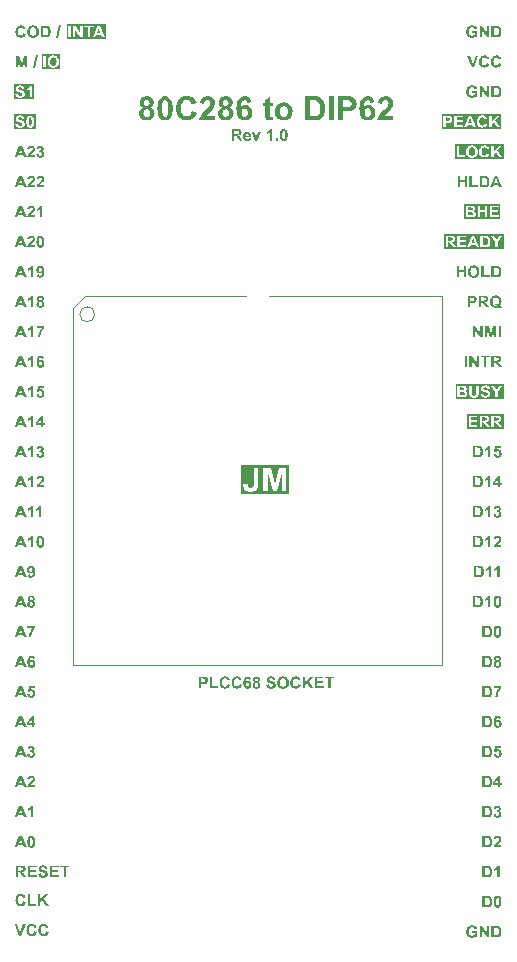
<source format=gto>
G04 #@! TF.GenerationSoftware,KiCad,Pcbnew,9.0.1*
G04 #@! TF.CreationDate,2025-04-04T22:38:55+02:00*
G04 #@! TF.ProjectId,80286,38303238-362e-46b6-9963-61645f706362,rev?*
G04 #@! TF.SameCoordinates,Original*
G04 #@! TF.FileFunction,Legend,Top*
G04 #@! TF.FilePolarity,Positive*
%FSLAX46Y46*%
G04 Gerber Fmt 4.6, Leading zero omitted, Abs format (unit mm)*
G04 Created by KiCad (PCBNEW 9.0.1) date 2025-04-04 22:38:55*
%MOMM*%
%LPD*%
G01*
G04 APERTURE LIST*
%ADD10C,0.200000*%
%ADD11C,0.250000*%
%ADD12C,0.100000*%
%ADD13C,0.120000*%
%ADD14C,1.422400*%
%ADD15R,1.422400X1.422400*%
%ADD16C,1.700000*%
%ADD17R,1.700000X1.700000*%
G04 APERTURE END LIST*
D10*
G36*
X76300288Y-89251300D02*
G01*
X72215649Y-89251300D01*
X72215649Y-88372554D01*
X72437871Y-88372554D01*
X72450042Y-88534784D01*
X72482467Y-88667065D01*
X72532456Y-88774801D01*
X72599071Y-88862260D01*
X72683834Y-88932834D01*
X72785628Y-88984598D01*
X72907920Y-89017381D01*
X73055317Y-89029078D01*
X73220934Y-89015925D01*
X73316085Y-88990000D01*
X74143419Y-88990000D01*
X74519187Y-88990000D01*
X74519187Y-87408893D01*
X74915348Y-88990000D01*
X75304794Y-88990000D01*
X75702299Y-87408893D01*
X75702299Y-88990000D01*
X76078066Y-88990000D01*
X76078066Y-86981346D01*
X75471367Y-86981346D01*
X75112086Y-88351549D01*
X74748653Y-86981346D01*
X74143419Y-86981346D01*
X74143419Y-88990000D01*
X73316085Y-88990000D01*
X73354578Y-88979512D01*
X73462470Y-88922711D01*
X73555218Y-88843518D01*
X73625673Y-88750088D01*
X73675572Y-88640366D01*
X73697894Y-88549094D01*
X73713406Y-88423701D01*
X73719291Y-88255806D01*
X73719291Y-86981346D01*
X73316290Y-86981346D01*
X73316290Y-88284626D01*
X73307772Y-88450295D01*
X73287167Y-88551035D01*
X73260237Y-88607515D01*
X73217057Y-88648784D01*
X73155511Y-88675280D01*
X73068995Y-88685184D01*
X72985830Y-88672677D01*
X72920866Y-88637143D01*
X72869570Y-88577107D01*
X72847226Y-88527027D01*
X72829410Y-88449102D01*
X72819012Y-88333475D01*
X72437871Y-88372554D01*
X72215649Y-88372554D01*
X72215649Y-86759124D01*
X76300288Y-86759124D01*
X76300288Y-89251300D01*
G37*
G36*
X53185040Y-53092000D02*
G01*
X53185040Y-52087674D01*
X53487657Y-52087674D01*
X53669374Y-52772775D01*
X53849014Y-52087674D01*
X54152364Y-52087674D01*
X54152364Y-53092000D01*
X53964480Y-53092000D01*
X53964480Y-52301447D01*
X53765727Y-53092000D01*
X53571005Y-53092000D01*
X53372924Y-52301447D01*
X53372924Y-53092000D01*
X53185040Y-53092000D01*
G37*
G36*
X54638285Y-53107632D02*
G01*
X54886314Y-52072042D01*
X55030417Y-52072042D01*
X54779702Y-53107632D01*
X54638285Y-53107632D01*
G37*
D11*
G36*
X56415903Y-52249647D02*
G01*
X56468691Y-52265867D01*
X56514801Y-52292254D01*
X56555343Y-52329413D01*
X56586225Y-52373635D01*
X56609779Y-52429669D01*
X56625189Y-52500167D01*
X56630814Y-52588372D01*
X56625070Y-52677451D01*
X56609292Y-52749029D01*
X56585097Y-52806279D01*
X56553266Y-52851788D01*
X56511552Y-52890374D01*
X56465290Y-52917460D01*
X56413522Y-52933911D01*
X56354819Y-52939593D01*
X56296162Y-52933891D01*
X56244219Y-52917350D01*
X56197588Y-52890060D01*
X56155334Y-52851116D01*
X56122891Y-52805152D01*
X56098408Y-52748155D01*
X56082551Y-52677778D01*
X56076810Y-52591119D01*
X56082492Y-52502659D01*
X56098084Y-52431764D01*
X56121958Y-52375232D01*
X56153319Y-52330451D01*
X56194422Y-52292757D01*
X56240903Y-52266056D01*
X56293842Y-52249687D01*
X56354819Y-52243989D01*
X56415903Y-52249647D01*
G37*
G36*
X56964824Y-53236540D02*
G01*
X55389441Y-53236540D01*
X55389441Y-53092000D01*
X55514441Y-53092000D01*
X55716674Y-53092000D01*
X55716674Y-52597958D01*
X55868471Y-52597958D01*
X55874399Y-52695093D01*
X55891263Y-52779687D01*
X55918070Y-52853542D01*
X55954375Y-52918177D01*
X56000301Y-52974764D01*
X56055476Y-53023112D01*
X56117451Y-53060845D01*
X56187187Y-53088386D01*
X56265998Y-53105548D01*
X56355491Y-53111540D01*
X56443735Y-53105553D01*
X56521702Y-53088376D01*
X56590946Y-53060751D01*
X56652737Y-53022815D01*
X56707994Y-52974092D01*
X56753811Y-52917303D01*
X56790102Y-52852202D01*
X56816950Y-52777571D01*
X56833869Y-52691836D01*
X56839824Y-52593134D01*
X56833813Y-52493581D01*
X56816744Y-52407224D01*
X56789676Y-52332161D01*
X56753107Y-52266786D01*
X56706956Y-52209856D01*
X56651282Y-52160985D01*
X56589111Y-52122942D01*
X56519528Y-52095250D01*
X56441273Y-52078039D01*
X56352804Y-52072042D01*
X56272023Y-52076751D01*
X56200492Y-52090233D01*
X56136955Y-52111793D01*
X56091989Y-52134534D01*
X56048905Y-52164504D01*
X56007445Y-52202346D01*
X55954571Y-52267382D01*
X55914266Y-52340160D01*
X55889853Y-52411125D01*
X55874117Y-52496197D01*
X55868850Y-52591119D01*
X55868471Y-52597958D01*
X55716674Y-52597958D01*
X55716674Y-52087674D01*
X55514441Y-52087674D01*
X55514441Y-53092000D01*
X55389441Y-53092000D01*
X55389441Y-51947042D01*
X56964824Y-51947042D01*
X56964824Y-53236540D01*
G37*
G36*
X91780003Y-65359036D02*
G01*
X91833243Y-65368789D01*
X91870223Y-65387894D01*
X91896441Y-65414890D01*
X91912605Y-65449150D01*
X91918301Y-65491887D01*
X91914862Y-65526620D01*
X91905248Y-65554704D01*
X91889907Y-65577555D01*
X91857720Y-65603402D01*
X91816512Y-65617794D01*
X91777384Y-65621907D01*
X91677844Y-65623961D01*
X91490692Y-65623961D01*
X91490692Y-65354317D01*
X91653969Y-65354317D01*
X91780003Y-65359036D01*
G37*
G36*
X91779632Y-64959132D02*
G01*
X91812045Y-64966232D01*
X91836906Y-64978037D01*
X91855774Y-64994181D01*
X91874709Y-65026532D01*
X91881420Y-65069286D01*
X91877914Y-65100250D01*
X91867959Y-65125819D01*
X91851683Y-65147199D01*
X91817606Y-65170380D01*
X91770106Y-65182859D01*
X91623194Y-65186278D01*
X91490692Y-65186278D01*
X91490692Y-64955713D01*
X91606830Y-64955713D01*
X91779632Y-64959132D01*
G37*
G36*
X94194836Y-65917000D02*
G01*
X91163459Y-65917000D01*
X91163459Y-65186278D01*
X91288459Y-65186278D01*
X91288459Y-65623961D01*
X91288459Y-65792000D01*
X91629300Y-65792000D01*
X92298648Y-65792000D01*
X92500881Y-65792000D01*
X92500881Y-65350409D01*
X92897043Y-65350409D01*
X92897043Y-65792000D01*
X93099276Y-65792000D01*
X93308165Y-65792000D01*
X94069836Y-65792000D01*
X94069836Y-65623961D01*
X93510337Y-65623961D01*
X93510337Y-65346502D01*
X94013110Y-65346502D01*
X94013110Y-65178462D01*
X93510337Y-65178462D01*
X93510337Y-64955713D01*
X94050724Y-64955713D01*
X94050724Y-64787674D01*
X93308165Y-64787674D01*
X93308165Y-65792000D01*
X93099276Y-65792000D01*
X93099276Y-64787674D01*
X92897043Y-64787674D01*
X92897043Y-65182370D01*
X92500881Y-65182370D01*
X92500881Y-64787674D01*
X92298648Y-64787674D01*
X92298648Y-65792000D01*
X91629300Y-65792000D01*
X91805320Y-65789052D01*
X91873177Y-65785162D01*
X91925682Y-65775481D01*
X91970495Y-65759474D01*
X92008793Y-65737534D01*
X92042597Y-65709083D01*
X92071447Y-65674786D01*
X92095560Y-65633975D01*
X92113343Y-65589917D01*
X92123829Y-65545624D01*
X92127311Y-65500619D01*
X92121668Y-65444246D01*
X92105261Y-65394203D01*
X92078096Y-65349127D01*
X92041612Y-65311152D01*
X91995326Y-65280745D01*
X91937413Y-65257902D01*
X91977905Y-65234857D01*
X92011959Y-65205582D01*
X92040239Y-65169609D01*
X92061335Y-65128997D01*
X92073909Y-65086127D01*
X92078158Y-65040221D01*
X92074643Y-64997716D01*
X92064360Y-64958829D01*
X92047383Y-64922862D01*
X92012424Y-64875274D01*
X91970569Y-64839026D01*
X91921764Y-64813073D01*
X91866033Y-64797627D01*
X91800064Y-64790610D01*
X91688773Y-64787674D01*
X91288459Y-64787674D01*
X91288459Y-65186278D01*
X91163459Y-65186278D01*
X91163459Y-64662674D01*
X94194836Y-64662674D01*
X94194836Y-65917000D01*
G37*
G36*
X60328401Y-50157304D02*
G01*
X60055154Y-50157304D01*
X60190403Y-49782147D01*
X60328401Y-50157304D01*
G37*
G36*
X60825688Y-50677000D02*
G01*
X57517096Y-50677000D01*
X57517096Y-50552000D01*
X57642096Y-50552000D01*
X57844329Y-50552000D01*
X58039173Y-50552000D01*
X58226996Y-50552000D01*
X58226996Y-49889675D01*
X58630730Y-50552000D01*
X58833634Y-50552000D01*
X58833634Y-49715713D01*
X58975539Y-49715713D01*
X59272722Y-49715713D01*
X59272722Y-50552000D01*
X59474894Y-50552000D01*
X59695812Y-50552000D01*
X59910318Y-50552000D01*
X59992994Y-50325343D01*
X60393247Y-50325343D01*
X60480686Y-50552000D01*
X60700688Y-50552000D01*
X60299702Y-49547674D01*
X60085867Y-49547674D01*
X59849102Y-50157304D01*
X59695812Y-50552000D01*
X59474894Y-50552000D01*
X59474894Y-49715713D01*
X59771405Y-49715713D01*
X59771405Y-49547674D01*
X58975539Y-49547674D01*
X58975539Y-49715713D01*
X58833634Y-49715713D01*
X58833634Y-49547674D01*
X58645750Y-49547674D01*
X58645750Y-50220013D01*
X58235911Y-49547674D01*
X58039173Y-49547674D01*
X58039173Y-50552000D01*
X57844329Y-50552000D01*
X57844329Y-49547674D01*
X57642096Y-49547674D01*
X57642096Y-50552000D01*
X57517096Y-50552000D01*
X57517096Y-49422674D01*
X60825688Y-49422674D01*
X60825688Y-50677000D01*
G37*
D10*
G36*
X53828559Y-50180751D02*
G01*
X54024625Y-50243278D01*
X53996650Y-50324293D01*
X53962098Y-50390711D01*
X53921445Y-50444658D01*
X53874660Y-50487765D01*
X53820597Y-50521753D01*
X53759141Y-50546625D01*
X53689008Y-50562180D01*
X53608618Y-50567632D01*
X53529714Y-50561889D01*
X53458590Y-50545247D01*
X53393991Y-50518145D01*
X53334914Y-50480426D01*
X53280661Y-50431345D01*
X53235934Y-50375094D01*
X53200560Y-50310996D01*
X53174441Y-50237915D01*
X53158019Y-50154390D01*
X53152250Y-50058691D01*
X53158155Y-49956867D01*
X53174873Y-49868958D01*
X53201280Y-49792980D01*
X53236778Y-49727241D01*
X53281333Y-49670406D01*
X53335761Y-49620961D01*
X53395956Y-49582729D01*
X53462727Y-49555073D01*
X53537228Y-49537976D01*
X53620891Y-49532042D01*
X53711610Y-49539358D01*
X53790285Y-49560266D01*
X53859024Y-49593959D01*
X53919417Y-49640669D01*
X53959401Y-49687166D01*
X53993733Y-49747697D01*
X54021877Y-49825134D01*
X53821720Y-49872028D01*
X53805151Y-49822824D01*
X53780502Y-49782317D01*
X53747592Y-49749113D01*
X53707942Y-49724333D01*
X53662773Y-49709234D01*
X53610633Y-49703989D01*
X53556499Y-49709216D01*
X53509177Y-49724293D01*
X53467283Y-49749025D01*
X53429893Y-49784162D01*
X53402126Y-49825409D01*
X53380448Y-49880058D01*
X53365962Y-49951466D01*
X53360590Y-50043670D01*
X53366003Y-50142172D01*
X53380474Y-50217206D01*
X53401877Y-50273469D01*
X53428916Y-50314902D01*
X53465862Y-50350415D01*
X53507107Y-50375316D01*
X53553546Y-50390449D01*
X53606542Y-50395685D01*
X53658299Y-50389800D01*
X53704039Y-50372622D01*
X53745211Y-50343845D01*
X53778288Y-50305662D01*
X53806343Y-50252582D01*
X53828559Y-50180751D01*
G37*
G36*
X54729807Y-49538039D02*
G01*
X54808062Y-49555250D01*
X54877644Y-49582942D01*
X54939816Y-49620985D01*
X54995490Y-49669856D01*
X55041641Y-49726786D01*
X55078209Y-49792161D01*
X55105278Y-49867224D01*
X55122347Y-49953581D01*
X55128358Y-50053134D01*
X55122403Y-50151836D01*
X55105484Y-50237571D01*
X55078635Y-50312202D01*
X55042345Y-50377303D01*
X54996528Y-50434092D01*
X54941271Y-50482815D01*
X54879480Y-50520751D01*
X54810236Y-50548376D01*
X54732269Y-50565553D01*
X54644025Y-50571540D01*
X54554532Y-50565548D01*
X54475720Y-50548386D01*
X54405985Y-50520845D01*
X54344010Y-50483112D01*
X54288834Y-50434764D01*
X54242909Y-50378177D01*
X54206604Y-50313542D01*
X54179797Y-50239687D01*
X54162932Y-50155093D01*
X54157004Y-50057958D01*
X54157384Y-50051119D01*
X54365344Y-50051119D01*
X54371084Y-50137778D01*
X54386941Y-50208155D01*
X54411425Y-50265152D01*
X54443868Y-50311116D01*
X54486122Y-50350060D01*
X54532752Y-50377350D01*
X54584696Y-50393891D01*
X54643353Y-50399593D01*
X54702056Y-50393911D01*
X54753824Y-50377460D01*
X54800086Y-50350374D01*
X54841800Y-50311788D01*
X54873631Y-50266279D01*
X54897826Y-50209029D01*
X54913604Y-50137451D01*
X54919347Y-50048372D01*
X54913723Y-49960167D01*
X54898312Y-49889669D01*
X54874758Y-49833635D01*
X54843876Y-49789413D01*
X54803335Y-49752254D01*
X54757225Y-49725867D01*
X54704436Y-49709647D01*
X54643353Y-49703989D01*
X54582376Y-49709687D01*
X54529437Y-49726056D01*
X54482955Y-49752757D01*
X54441853Y-49790451D01*
X54410491Y-49835232D01*
X54386618Y-49891764D01*
X54371026Y-49962659D01*
X54365344Y-50051119D01*
X54157384Y-50051119D01*
X54162651Y-49956197D01*
X54178387Y-49871125D01*
X54202800Y-49800160D01*
X54243105Y-49727382D01*
X54295979Y-49662346D01*
X54337439Y-49624504D01*
X54380523Y-49594534D01*
X54425488Y-49571793D01*
X54489026Y-49550233D01*
X54560556Y-49536751D01*
X54641338Y-49532042D01*
X54729807Y-49538039D01*
G37*
G36*
X55772727Y-49553250D02*
G01*
X55845760Y-49566847D01*
X55901901Y-49588773D01*
X55951979Y-49619462D01*
X55996764Y-49659354D01*
X56034757Y-49706158D01*
X56066639Y-49760102D01*
X56092385Y-49822081D01*
X56109768Y-49887059D01*
X56121092Y-49965425D01*
X56125174Y-50059424D01*
X56121430Y-50141849D01*
X56110899Y-50212597D01*
X56094461Y-50273197D01*
X56064809Y-50343617D01*
X56028987Y-50402229D01*
X55987177Y-50450579D01*
X55949733Y-50481173D01*
X55902909Y-50507996D01*
X55845089Y-50530751D01*
X55772381Y-50546010D01*
X55666120Y-50552000D01*
X55285651Y-50552000D01*
X55285651Y-50383961D01*
X55487823Y-50383961D01*
X55638826Y-50383961D01*
X55717635Y-50381051D01*
X55761069Y-50374314D01*
X55806826Y-50357247D01*
X55842707Y-50332365D01*
X55861477Y-50310645D01*
X55879244Y-50279081D01*
X55895647Y-50234973D01*
X55910333Y-50160956D01*
X55916163Y-50050204D01*
X55910232Y-49940100D01*
X55895647Y-49870563D01*
X55870120Y-49813212D01*
X55838250Y-49772866D01*
X55797183Y-49743822D01*
X55744705Y-49725361D01*
X55692256Y-49718779D01*
X55578681Y-49715713D01*
X55487823Y-49715713D01*
X55487823Y-50383961D01*
X55285651Y-50383961D01*
X55285651Y-49547674D01*
X55655190Y-49547674D01*
X55772727Y-49553250D01*
G37*
G36*
X56581481Y-50567632D02*
G01*
X56829510Y-49532042D01*
X56973613Y-49532042D01*
X56722898Y-50567632D01*
X56581481Y-50567632D01*
G37*
D11*
G36*
X93161335Y-100353249D02*
G01*
X93234369Y-100366846D01*
X93290510Y-100388772D01*
X93340588Y-100419461D01*
X93385372Y-100459353D01*
X93423365Y-100506157D01*
X93455247Y-100560101D01*
X93480993Y-100622080D01*
X93498377Y-100687058D01*
X93509700Y-100765424D01*
X93513783Y-100859423D01*
X93510038Y-100941848D01*
X93499507Y-101012596D01*
X93483069Y-101073196D01*
X93453417Y-101143616D01*
X93417596Y-101202228D01*
X93375786Y-101250578D01*
X93338341Y-101281172D01*
X93291517Y-101307995D01*
X93233697Y-101330750D01*
X93160989Y-101346009D01*
X93054728Y-101352000D01*
X92674259Y-101352000D01*
X92674259Y-101183960D01*
X92876431Y-101183960D01*
X93027434Y-101183960D01*
X93106243Y-101181050D01*
X93149678Y-101174313D01*
X93195434Y-101157246D01*
X93231316Y-101132364D01*
X93250086Y-101110644D01*
X93267852Y-101079080D01*
X93284256Y-101034972D01*
X93298941Y-100960955D01*
X93304772Y-100850203D01*
X93298840Y-100740099D01*
X93284256Y-100670562D01*
X93258728Y-100613211D01*
X93226858Y-100572865D01*
X93185791Y-100543821D01*
X93133313Y-100525360D01*
X93080865Y-100518778D01*
X92967289Y-100515712D01*
X92876431Y-100515712D01*
X92876431Y-101183960D01*
X92674259Y-101183960D01*
X92674259Y-100347673D01*
X93043798Y-100347673D01*
X93161335Y-100353249D01*
G37*
G36*
X94038083Y-100354592D02*
G01*
X94098312Y-100374328D01*
X94150060Y-100406386D01*
X94194732Y-100451659D01*
X94226184Y-100500180D01*
X94252735Y-100562242D01*
X94273571Y-100640649D01*
X94287380Y-100738670D01*
X94292429Y-100859972D01*
X94287369Y-100980779D01*
X94273512Y-101078713D01*
X94252564Y-101157342D01*
X94225814Y-101219847D01*
X94194060Y-101268957D01*
X94149794Y-101313529D01*
X94098312Y-101345164D01*
X94038181Y-101364684D01*
X93967220Y-101371539D01*
X93896604Y-101364280D01*
X93834945Y-101343295D01*
X93780321Y-101308676D01*
X93731525Y-101259065D01*
X93703377Y-101215100D01*
X93679178Y-101156643D01*
X93659863Y-101080318D01*
X93646874Y-100982203D01*
X93642151Y-100859972D01*
X93842900Y-100859972D01*
X93848448Y-101022266D01*
X93860669Y-101101834D01*
X93875282Y-101144997D01*
X93890331Y-101172830D01*
X93905426Y-101189517D01*
X93934356Y-101205862D01*
X93967220Y-101211316D01*
X94000159Y-101205786D01*
X94029379Y-101189151D01*
X94052177Y-101160913D01*
X94071817Y-101109650D01*
X94085562Y-101023199D01*
X94091600Y-100859972D01*
X94086051Y-100697632D01*
X94073832Y-100618111D01*
X94051728Y-100559287D01*
X94029074Y-100530061D01*
X94000110Y-100513435D01*
X93967220Y-100507896D01*
X93934323Y-100513421D01*
X93905060Y-100530061D01*
X93882310Y-100558292D01*
X93862684Y-100609562D01*
X93848928Y-100696611D01*
X93842900Y-100859972D01*
X93642151Y-100859972D01*
X93642071Y-100857896D01*
X93647122Y-100737732D01*
X93660961Y-100640210D01*
X93681897Y-100561807D01*
X93708653Y-100499386D01*
X93740440Y-100450255D01*
X93784706Y-100405680D01*
X93836179Y-100374045D01*
X93896291Y-100354526D01*
X93967220Y-100347673D01*
X94038083Y-100354592D01*
G37*
G36*
X93161335Y-107973249D02*
G01*
X93234369Y-107986846D01*
X93290510Y-108008772D01*
X93340588Y-108039461D01*
X93385372Y-108079353D01*
X93423365Y-108126157D01*
X93455247Y-108180101D01*
X93480993Y-108242080D01*
X93498377Y-108307058D01*
X93509700Y-108385424D01*
X93513783Y-108479423D01*
X93510038Y-108561848D01*
X93499507Y-108632596D01*
X93483069Y-108693196D01*
X93453417Y-108763616D01*
X93417596Y-108822228D01*
X93375786Y-108870578D01*
X93338341Y-108901172D01*
X93291517Y-108927995D01*
X93233697Y-108950750D01*
X93160989Y-108966009D01*
X93054728Y-108972000D01*
X92674259Y-108972000D01*
X92674259Y-108803960D01*
X92876431Y-108803960D01*
X93027434Y-108803960D01*
X93106243Y-108801050D01*
X93149678Y-108794313D01*
X93195434Y-108777246D01*
X93231316Y-108752364D01*
X93250086Y-108730644D01*
X93267852Y-108699080D01*
X93284256Y-108654972D01*
X93298941Y-108580955D01*
X93304772Y-108470203D01*
X93298840Y-108360099D01*
X93284256Y-108290562D01*
X93258728Y-108233211D01*
X93226858Y-108192865D01*
X93185791Y-108163821D01*
X93133313Y-108145360D01*
X93080865Y-108138778D01*
X92967289Y-108135712D01*
X92876431Y-108135712D01*
X92876431Y-108803960D01*
X92674259Y-108803960D01*
X92674259Y-107967673D01*
X93043798Y-107967673D01*
X93161335Y-107973249D01*
G37*
G36*
X94065329Y-107972011D02*
G01*
X94114884Y-107984464D01*
X94158739Y-108004581D01*
X94197785Y-108032458D01*
X94230644Y-108067004D01*
X94257564Y-108109000D01*
X94278543Y-108159632D01*
X94293101Y-108220464D01*
X94107293Y-108241225D01*
X94099615Y-108203618D01*
X94087555Y-108175778D01*
X94071756Y-108155557D01*
X94051145Y-108140413D01*
X94026696Y-108131151D01*
X93997323Y-108127896D01*
X93959494Y-108133932D01*
X93925681Y-108152054D01*
X93894496Y-108184133D01*
X93873379Y-108225052D01*
X93854730Y-108297562D01*
X93841557Y-108415859D01*
X93880412Y-108378144D01*
X93922488Y-108352065D01*
X93968563Y-108336445D01*
X94019854Y-108331106D01*
X94077996Y-108336807D01*
X94130965Y-108353544D01*
X94179963Y-108381483D01*
X94225812Y-108421720D01*
X94262748Y-108469378D01*
X94289333Y-108523368D01*
X94305792Y-108584900D01*
X94311541Y-108655583D01*
X94305425Y-108730725D01*
X94288011Y-108795274D01*
X94260044Y-108851111D01*
X94221354Y-108899643D01*
X94173478Y-108939566D01*
X94119765Y-108968003D01*
X94059059Y-108985469D01*
X93989751Y-108991539D01*
X93930498Y-108986691D01*
X93876844Y-108972576D01*
X93827756Y-108949384D01*
X93782450Y-108916710D01*
X93740440Y-108873570D01*
X93708734Y-108826755D01*
X93682156Y-108767412D01*
X93661418Y-108693017D01*
X93653542Y-108639829D01*
X93857921Y-108639829D01*
X93863321Y-108699547D01*
X93878075Y-108745753D01*
X93900969Y-108781429D01*
X93932217Y-108809971D01*
X93964628Y-108826032D01*
X93999338Y-108831316D01*
X94032992Y-108826741D01*
X94062190Y-108813338D01*
X94088120Y-108790466D01*
X94106384Y-108760937D01*
X94118865Y-108717866D01*
X94123657Y-108656560D01*
X94118586Y-108593656D01*
X94105221Y-108548350D01*
X94085372Y-108516303D01*
X94057437Y-108491360D01*
X94025993Y-108476767D01*
X93989751Y-108471790D01*
X93954741Y-108476525D01*
X93923929Y-108490469D01*
X93896145Y-108514349D01*
X93875947Y-108544949D01*
X93862790Y-108585755D01*
X93857921Y-108639829D01*
X93653542Y-108639829D01*
X93647733Y-108600599D01*
X93642743Y-108486811D01*
X93647922Y-108370293D01*
X93662141Y-108275487D01*
X93683717Y-108199001D01*
X93711417Y-108137831D01*
X93744531Y-108089428D01*
X93788156Y-108045189D01*
X93835700Y-108011501D01*
X93887715Y-107987456D01*
X93945078Y-107972746D01*
X94008924Y-107967673D01*
X94065329Y-107972011D01*
G37*
G36*
X91068611Y-80599035D02*
G01*
X91121851Y-80608788D01*
X91158831Y-80627893D01*
X91185049Y-80654889D01*
X91201213Y-80689149D01*
X91206909Y-80731886D01*
X91203470Y-80766619D01*
X91193856Y-80794703D01*
X91178515Y-80817554D01*
X91146328Y-80843401D01*
X91105120Y-80857793D01*
X91065992Y-80861906D01*
X90966452Y-80863960D01*
X90779300Y-80863960D01*
X90779300Y-80594316D01*
X90942577Y-80594316D01*
X91068611Y-80599035D01*
G37*
G36*
X91068240Y-80199131D02*
G01*
X91100653Y-80206231D01*
X91125514Y-80218036D01*
X91144382Y-80234180D01*
X91163317Y-80266531D01*
X91170028Y-80309285D01*
X91166522Y-80340249D01*
X91156567Y-80365818D01*
X91140291Y-80387198D01*
X91106214Y-80410379D01*
X91058714Y-80422858D01*
X90911802Y-80426277D01*
X90779300Y-80426277D01*
X90779300Y-80195712D01*
X90895438Y-80195712D01*
X91068240Y-80199131D01*
G37*
G36*
X94487526Y-81176539D02*
G01*
X90452067Y-81176539D01*
X90452067Y-80426277D01*
X90577067Y-80426277D01*
X90577067Y-80863960D01*
X90577067Y-81032000D01*
X90917908Y-81032000D01*
X91093928Y-81029051D01*
X91161785Y-81025161D01*
X91214290Y-81015480D01*
X91259103Y-80999473D01*
X91297401Y-80977533D01*
X91331205Y-80949082D01*
X91360055Y-80914785D01*
X91384168Y-80873974D01*
X91401951Y-80829916D01*
X91412437Y-80785623D01*
X91415919Y-80740618D01*
X91410276Y-80684245D01*
X91393869Y-80634202D01*
X91366704Y-80589126D01*
X91343180Y-80564641D01*
X91585241Y-80564641D01*
X91591029Y-80723305D01*
X91605024Y-80820119D01*
X91625580Y-80876292D01*
X91661750Y-80931738D01*
X91692953Y-80964163D01*
X91731634Y-80993012D01*
X91778864Y-81018261D01*
X91829653Y-81035250D01*
X91900388Y-81047045D01*
X91996485Y-81051539D01*
X92075621Y-81047644D01*
X92138914Y-81037026D01*
X92189070Y-81021009D01*
X92236232Y-80997551D01*
X92275170Y-80970182D01*
X92306917Y-80938943D01*
X92332813Y-80902705D01*
X92352996Y-80860884D01*
X92367367Y-80812608D01*
X92378766Y-80724466D01*
X92379152Y-80711553D01*
X92545543Y-80711553D01*
X92561626Y-80793537D01*
X92587613Y-80861641D01*
X92622752Y-80918138D01*
X92667114Y-80964711D01*
X92719798Y-81000712D01*
X92784271Y-81027790D01*
X92862950Y-81045247D01*
X92958801Y-81051539D01*
X93045417Y-81046997D01*
X93117298Y-81034394D01*
X93176727Y-81014964D01*
X93231290Y-80985801D01*
X93275980Y-80948677D01*
X93311977Y-80903100D01*
X93338720Y-80851248D01*
X93354505Y-80797732D01*
X93359787Y-80741656D01*
X93354974Y-80679353D01*
X93341386Y-80626673D01*
X93319792Y-80581921D01*
X93289941Y-80542069D01*
X93253306Y-80508224D01*
X93209150Y-80480011D01*
X93128074Y-80446167D01*
X92990919Y-80407287D01*
X92891053Y-80379694D01*
X92833887Y-80357373D01*
X92805112Y-80339693D01*
X92782389Y-80311382D01*
X92775070Y-80278693D01*
X92778679Y-80254306D01*
X92789182Y-80233888D01*
X92807188Y-80216412D01*
X92842247Y-80197182D01*
X92887362Y-80184668D01*
X92945185Y-80180080D01*
X93001294Y-80184488D01*
X93042850Y-80196234D01*
X93073229Y-80213847D01*
X93097103Y-80239315D01*
X93115885Y-80275265D01*
X93128917Y-80324672D01*
X93331150Y-80316856D01*
X93322711Y-80249213D01*
X93303139Y-80190752D01*
X93272799Y-80139783D01*
X93231071Y-80095145D01*
X93181724Y-80061002D01*
X93119880Y-80035071D01*
X93086126Y-80027673D01*
X93425916Y-80027673D01*
X93792769Y-80609276D01*
X93792769Y-81032000D01*
X93994269Y-81032000D01*
X93994269Y-80610681D01*
X94362526Y-80027673D01*
X94129580Y-80027673D01*
X93898648Y-80425789D01*
X93663015Y-80027673D01*
X93425916Y-80027673D01*
X93086126Y-80027673D01*
X93042817Y-80018181D01*
X92947200Y-80012041D01*
X92870805Y-80016312D01*
X92805674Y-80028325D01*
X92750157Y-80047151D01*
X92699027Y-80074755D01*
X92657758Y-80108753D01*
X92625105Y-80149428D01*
X92600848Y-80195691D01*
X92586540Y-80243472D01*
X92581752Y-80293592D01*
X92587560Y-80351430D01*
X92604583Y-80403782D01*
X92632990Y-80451916D01*
X92673953Y-80496680D01*
X92721323Y-80530170D01*
X92794588Y-80563872D01*
X92902137Y-80596881D01*
X93064009Y-80641333D01*
X93110749Y-80662653D01*
X93136793Y-80684076D01*
X93152299Y-80710917D01*
X93157615Y-80743610D01*
X93152343Y-80777725D01*
X93136390Y-80809092D01*
X93108095Y-80838864D01*
X93072738Y-80860212D01*
X93024911Y-80874326D01*
X92960878Y-80879592D01*
X92900965Y-80874033D01*
X92852948Y-80858595D01*
X92814332Y-80834224D01*
X92783689Y-80800410D01*
X92759435Y-80754095D01*
X92742280Y-80692013D01*
X92545543Y-80711553D01*
X92379152Y-80711553D01*
X92383793Y-80556459D01*
X92383793Y-80027673D01*
X92181560Y-80027673D01*
X92181560Y-80588332D01*
X92178857Y-80700046D01*
X92172645Y-80760463D01*
X92162964Y-80793001D01*
X92145697Y-80821911D01*
X92120072Y-80847901D01*
X92088890Y-80866555D01*
X92046730Y-80878895D01*
X91990318Y-80883500D01*
X91934949Y-80878804D01*
X91891223Y-80865894D01*
X91856717Y-80845825D01*
X91828182Y-80818000D01*
X91807733Y-80785036D01*
X91794923Y-80745930D01*
X91789868Y-80695914D01*
X91787413Y-80576548D01*
X91787413Y-80027673D01*
X91585241Y-80027673D01*
X91585241Y-80564641D01*
X91343180Y-80564641D01*
X91330220Y-80551151D01*
X91283934Y-80520744D01*
X91226021Y-80497901D01*
X91266513Y-80474856D01*
X91300567Y-80445581D01*
X91328847Y-80409608D01*
X91349943Y-80368996D01*
X91362517Y-80326126D01*
X91366766Y-80280220D01*
X91363251Y-80237715D01*
X91352968Y-80198828D01*
X91335991Y-80162861D01*
X91301032Y-80115273D01*
X91259177Y-80079025D01*
X91210372Y-80053072D01*
X91154641Y-80037626D01*
X91088672Y-80030609D01*
X90977381Y-80027673D01*
X90577067Y-80027673D01*
X90577067Y-80426277D01*
X90452067Y-80426277D01*
X90452067Y-79887041D01*
X94487526Y-79887041D01*
X94487526Y-81176539D01*
G37*
G36*
X92460846Y-95273249D02*
G01*
X92533880Y-95286846D01*
X92590021Y-95308772D01*
X92640099Y-95339461D01*
X92684883Y-95379353D01*
X92722876Y-95426157D01*
X92754758Y-95480101D01*
X92780504Y-95542080D01*
X92797888Y-95607058D01*
X92809211Y-95685424D01*
X92813294Y-95779423D01*
X92809549Y-95861848D01*
X92799018Y-95932596D01*
X92782580Y-95993196D01*
X92752928Y-96063616D01*
X92717107Y-96122228D01*
X92675297Y-96170578D01*
X92637852Y-96201172D01*
X92591028Y-96227995D01*
X92533208Y-96250750D01*
X92460500Y-96266009D01*
X92354239Y-96272000D01*
X91973770Y-96272000D01*
X91973770Y-96103960D01*
X92175942Y-96103960D01*
X92326945Y-96103960D01*
X92405754Y-96101050D01*
X92449189Y-96094313D01*
X92494945Y-96077246D01*
X92530827Y-96052364D01*
X92549597Y-96030644D01*
X92567363Y-95999080D01*
X92583767Y-95954972D01*
X92598452Y-95880955D01*
X92604283Y-95770203D01*
X92598351Y-95660099D01*
X92583767Y-95590562D01*
X92558239Y-95533211D01*
X92526369Y-95492865D01*
X92485302Y-95463821D01*
X92432824Y-95445360D01*
X92380376Y-95438778D01*
X92266800Y-95435712D01*
X92175942Y-95435712D01*
X92175942Y-96103960D01*
X91973770Y-96103960D01*
X91973770Y-95267673D01*
X92343309Y-95267673D01*
X92460846Y-95273249D01*
G37*
G36*
X93433426Y-96272000D02*
G01*
X93241451Y-96272000D01*
X93241451Y-95550628D01*
X93167506Y-95610851D01*
X93085184Y-95659728D01*
X92993484Y-95697540D01*
X92993484Y-95521685D01*
X93041891Y-95501883D01*
X93096008Y-95471411D01*
X93156760Y-95428263D01*
X93210550Y-95378516D01*
X93250333Y-95325185D01*
X93277660Y-95267673D01*
X93433426Y-95267673D01*
X93433426Y-96272000D01*
G37*
G36*
X94133915Y-96272000D02*
G01*
X93941940Y-96272000D01*
X93941940Y-95550628D01*
X93867994Y-95610851D01*
X93785672Y-95659728D01*
X93693972Y-95697540D01*
X93693972Y-95521685D01*
X93742379Y-95501883D01*
X93796497Y-95471411D01*
X93857249Y-95428263D01*
X93911038Y-95378516D01*
X93950821Y-95325185D01*
X93978149Y-95267673D01*
X94133915Y-95267673D01*
X94133915Y-96272000D01*
G37*
G36*
X93161335Y-105433249D02*
G01*
X93234369Y-105446846D01*
X93290510Y-105468772D01*
X93340588Y-105499461D01*
X93385372Y-105539353D01*
X93423365Y-105586157D01*
X93455247Y-105640101D01*
X93480993Y-105702080D01*
X93498377Y-105767058D01*
X93509700Y-105845424D01*
X93513783Y-105939423D01*
X93510038Y-106021848D01*
X93499507Y-106092596D01*
X93483069Y-106153196D01*
X93453417Y-106223616D01*
X93417596Y-106282228D01*
X93375786Y-106330578D01*
X93338341Y-106361172D01*
X93291517Y-106387995D01*
X93233697Y-106410750D01*
X93160989Y-106426009D01*
X93054728Y-106432000D01*
X92674259Y-106432000D01*
X92674259Y-106263960D01*
X92876431Y-106263960D01*
X93027434Y-106263960D01*
X93106243Y-106261050D01*
X93149678Y-106254313D01*
X93195434Y-106237246D01*
X93231316Y-106212364D01*
X93250086Y-106190644D01*
X93267852Y-106159080D01*
X93284256Y-106114972D01*
X93298941Y-106040955D01*
X93304772Y-105930203D01*
X93298840Y-105820099D01*
X93284256Y-105750562D01*
X93258728Y-105693211D01*
X93226858Y-105652865D01*
X93185791Y-105623821D01*
X93133313Y-105605360D01*
X93080865Y-105598778D01*
X92967289Y-105595712D01*
X92876431Y-105595712D01*
X92876431Y-106263960D01*
X92674259Y-106263960D01*
X92674259Y-105427673D01*
X93043798Y-105427673D01*
X93161335Y-105433249D01*
G37*
G36*
X93642743Y-105619159D02*
G01*
X93642743Y-105439397D01*
X94299268Y-105439397D01*
X94299268Y-105580080D01*
X94248703Y-105636440D01*
X94193719Y-105712024D01*
X94133915Y-105810585D01*
X94082426Y-105912629D01*
X94039752Y-106018925D01*
X94005810Y-106129871D01*
X93980497Y-106243651D01*
X93966540Y-106343837D01*
X93962457Y-106432000D01*
X93777321Y-106432000D01*
X93784260Y-106329049D01*
X93800592Y-106224124D01*
X93826687Y-106116814D01*
X93863050Y-106006712D01*
X93923760Y-105865886D01*
X93995823Y-105737028D01*
X94079266Y-105619159D01*
X93642743Y-105619159D01*
G37*
G36*
X91900315Y-75952000D02*
G01*
X91900315Y-74947673D01*
X92097052Y-74947673D01*
X92506892Y-75620012D01*
X92506892Y-74947673D01*
X92694776Y-74947673D01*
X92694776Y-75952000D01*
X92491871Y-75952000D01*
X92088138Y-75289674D01*
X92088138Y-75952000D01*
X91900315Y-75952000D01*
G37*
G36*
X92905679Y-75952000D02*
G01*
X92905679Y-74947673D01*
X93208296Y-74947673D01*
X93390013Y-75632774D01*
X93569654Y-74947673D01*
X93873003Y-74947673D01*
X93873003Y-75952000D01*
X93685119Y-75952000D01*
X93685119Y-75161446D01*
X93486367Y-75952000D01*
X93291644Y-75952000D01*
X93093563Y-75161446D01*
X93093563Y-75952000D01*
X92905679Y-75952000D01*
G37*
G36*
X94067787Y-75952000D02*
G01*
X94067787Y-74947673D01*
X94270020Y-74947673D01*
X94270020Y-75952000D01*
X94067787Y-75952000D01*
G37*
G36*
X53443266Y-126625000D02*
G01*
X53085328Y-125620673D01*
X53304597Y-125620673D01*
X53558060Y-126363171D01*
X53803280Y-125620673D01*
X54017786Y-125620673D01*
X53659115Y-126625000D01*
X53443266Y-126625000D01*
G37*
G36*
X54761566Y-126253750D02*
G01*
X54957632Y-126316277D01*
X54929657Y-126397292D01*
X54895106Y-126463710D01*
X54854453Y-126517657D01*
X54807667Y-126560764D01*
X54753604Y-126594752D01*
X54692149Y-126619624D01*
X54622015Y-126635179D01*
X54541626Y-126640631D01*
X54462721Y-126634888D01*
X54391597Y-126618246D01*
X54326998Y-126591144D01*
X54267921Y-126553425D01*
X54213669Y-126504344D01*
X54168941Y-126448093D01*
X54133568Y-126383995D01*
X54107449Y-126310914D01*
X54091026Y-126227389D01*
X54085258Y-126131690D01*
X54091163Y-126029866D01*
X54107881Y-125941957D01*
X54134287Y-125865979D01*
X54169786Y-125800240D01*
X54214340Y-125743405D01*
X54268769Y-125693960D01*
X54328963Y-125655728D01*
X54395735Y-125628072D01*
X54470236Y-125610975D01*
X54553899Y-125605041D01*
X54644618Y-125612357D01*
X54723292Y-125633265D01*
X54792032Y-125666958D01*
X54852425Y-125713668D01*
X54892409Y-125760165D01*
X54926740Y-125820696D01*
X54954885Y-125898133D01*
X54754728Y-125945027D01*
X54738158Y-125895823D01*
X54713510Y-125855316D01*
X54680600Y-125822112D01*
X54640950Y-125797332D01*
X54595781Y-125782233D01*
X54543641Y-125776988D01*
X54489507Y-125782215D01*
X54442185Y-125797292D01*
X54400291Y-125822024D01*
X54362901Y-125857161D01*
X54335133Y-125898408D01*
X54313456Y-125953057D01*
X54298970Y-126024465D01*
X54293597Y-126116669D01*
X54299011Y-126215171D01*
X54313482Y-126290205D01*
X54334884Y-126346468D01*
X54361924Y-126387901D01*
X54398870Y-126423414D01*
X54440115Y-126448315D01*
X54486554Y-126463448D01*
X54539550Y-126468684D01*
X54591306Y-126462799D01*
X54637046Y-126445621D01*
X54678219Y-126416844D01*
X54711296Y-126378661D01*
X54739351Y-126325581D01*
X54761566Y-126253750D01*
G37*
G36*
X55771755Y-126253750D02*
G01*
X55967821Y-126316277D01*
X55939846Y-126397292D01*
X55905294Y-126463710D01*
X55864641Y-126517657D01*
X55817856Y-126560764D01*
X55763793Y-126594752D01*
X55702337Y-126619624D01*
X55632204Y-126635179D01*
X55551814Y-126640631D01*
X55472910Y-126634888D01*
X55401786Y-126618246D01*
X55337187Y-126591144D01*
X55278110Y-126553425D01*
X55223857Y-126504344D01*
X55179130Y-126448093D01*
X55143756Y-126383995D01*
X55117638Y-126310914D01*
X55101215Y-126227389D01*
X55095446Y-126131690D01*
X55101351Y-126029866D01*
X55118070Y-125941957D01*
X55144476Y-125865979D01*
X55179975Y-125800240D01*
X55224529Y-125743405D01*
X55278957Y-125693960D01*
X55339152Y-125655728D01*
X55405923Y-125628072D01*
X55480424Y-125610975D01*
X55564087Y-125605041D01*
X55654806Y-125612357D01*
X55733481Y-125633265D01*
X55802220Y-125666958D01*
X55862613Y-125713668D01*
X55902597Y-125760165D01*
X55936929Y-125820696D01*
X55965073Y-125898133D01*
X55764916Y-125945027D01*
X55748347Y-125895823D01*
X55723698Y-125855316D01*
X55690788Y-125822112D01*
X55651138Y-125797332D01*
X55605970Y-125782233D01*
X55553829Y-125776988D01*
X55499695Y-125782215D01*
X55452373Y-125797292D01*
X55410479Y-125822024D01*
X55373090Y-125857161D01*
X55345322Y-125898408D01*
X55323644Y-125953057D01*
X55309159Y-126024465D01*
X55303786Y-126116669D01*
X55309199Y-126215171D01*
X55323670Y-126290205D01*
X55345073Y-126346468D01*
X55372113Y-126387901D01*
X55409058Y-126423414D01*
X55450303Y-126448315D01*
X55496742Y-126463448D01*
X55549738Y-126468684D01*
X55601495Y-126462799D01*
X55647235Y-126445621D01*
X55688407Y-126416844D01*
X55721484Y-126378661D01*
X55749540Y-126325581D01*
X55771755Y-126253750D01*
G37*
G36*
X91764882Y-53092000D02*
G01*
X91406944Y-52087673D01*
X91626213Y-52087673D01*
X91879676Y-52830171D01*
X92124896Y-52087673D01*
X92339402Y-52087673D01*
X91980731Y-53092000D01*
X91764882Y-53092000D01*
G37*
G36*
X93083182Y-52720750D02*
G01*
X93279248Y-52783277D01*
X93251273Y-52864292D01*
X93216722Y-52930710D01*
X93176069Y-52984657D01*
X93129283Y-53027764D01*
X93075220Y-53061752D01*
X93013765Y-53086624D01*
X92943631Y-53102179D01*
X92863242Y-53107631D01*
X92784337Y-53101888D01*
X92713213Y-53085246D01*
X92648614Y-53058144D01*
X92589537Y-53020425D01*
X92535285Y-52971344D01*
X92490557Y-52915093D01*
X92455184Y-52850995D01*
X92429065Y-52777914D01*
X92412642Y-52694389D01*
X92406874Y-52598690D01*
X92412779Y-52496866D01*
X92429497Y-52408957D01*
X92455903Y-52332979D01*
X92491402Y-52267240D01*
X92535956Y-52210405D01*
X92590385Y-52160960D01*
X92650579Y-52122728D01*
X92717351Y-52095072D01*
X92791852Y-52077975D01*
X92875515Y-52072041D01*
X92966234Y-52079357D01*
X93044908Y-52100265D01*
X93113648Y-52133958D01*
X93174041Y-52180668D01*
X93214025Y-52227165D01*
X93248356Y-52287696D01*
X93276501Y-52365133D01*
X93076344Y-52412027D01*
X93059774Y-52362823D01*
X93035126Y-52322316D01*
X93002216Y-52289112D01*
X92962566Y-52264332D01*
X92917397Y-52249233D01*
X92865257Y-52243988D01*
X92811123Y-52249215D01*
X92763801Y-52264292D01*
X92721907Y-52289024D01*
X92684517Y-52324161D01*
X92656749Y-52365408D01*
X92635072Y-52420057D01*
X92620586Y-52491465D01*
X92615213Y-52583669D01*
X92620627Y-52682171D01*
X92635098Y-52757205D01*
X92656500Y-52813468D01*
X92683540Y-52854901D01*
X92720486Y-52890414D01*
X92761731Y-52915315D01*
X92808170Y-52930448D01*
X92861166Y-52935684D01*
X92912922Y-52929799D01*
X92958662Y-52912621D01*
X92999835Y-52883844D01*
X93032912Y-52845661D01*
X93060967Y-52792581D01*
X93083182Y-52720750D01*
G37*
G36*
X94093371Y-52720750D02*
G01*
X94289437Y-52783277D01*
X94261462Y-52864292D01*
X94226910Y-52930710D01*
X94186257Y-52984657D01*
X94139472Y-53027764D01*
X94085409Y-53061752D01*
X94023953Y-53086624D01*
X93953820Y-53102179D01*
X93873430Y-53107631D01*
X93794526Y-53101888D01*
X93723402Y-53085246D01*
X93658803Y-53058144D01*
X93599726Y-53020425D01*
X93545473Y-52971344D01*
X93500746Y-52915093D01*
X93465372Y-52850995D01*
X93439254Y-52777914D01*
X93422831Y-52694389D01*
X93417062Y-52598690D01*
X93422967Y-52496866D01*
X93439686Y-52408957D01*
X93466092Y-52332979D01*
X93501591Y-52267240D01*
X93546145Y-52210405D01*
X93600573Y-52160960D01*
X93660768Y-52122728D01*
X93727539Y-52095072D01*
X93802040Y-52077975D01*
X93885703Y-52072041D01*
X93976422Y-52079357D01*
X94055097Y-52100265D01*
X94123836Y-52133958D01*
X94184229Y-52180668D01*
X94224213Y-52227165D01*
X94258545Y-52287696D01*
X94286689Y-52365133D01*
X94086532Y-52412027D01*
X94069963Y-52362823D01*
X94045314Y-52322316D01*
X94012404Y-52289112D01*
X93972754Y-52264332D01*
X93927586Y-52249233D01*
X93875445Y-52243988D01*
X93821311Y-52249215D01*
X93773989Y-52264292D01*
X93732095Y-52289024D01*
X93694706Y-52324161D01*
X93666938Y-52365408D01*
X93645260Y-52420057D01*
X93630775Y-52491465D01*
X93625402Y-52583669D01*
X93630815Y-52682171D01*
X93645286Y-52757205D01*
X93666689Y-52813468D01*
X93693729Y-52854901D01*
X93730674Y-52890414D01*
X93771919Y-52915315D01*
X93818358Y-52930448D01*
X93871354Y-52935684D01*
X93923111Y-52929799D01*
X93968851Y-52912621D01*
X94010023Y-52883844D01*
X94043100Y-52845661D01*
X94071156Y-52792581D01*
X94093371Y-52720750D01*
G37*
G36*
X54435786Y-57333435D02*
G01*
X54464750Y-57350061D01*
X54487404Y-57379287D01*
X54509508Y-57438111D01*
X54521727Y-57517632D01*
X54527277Y-57679972D01*
X54521238Y-57843199D01*
X54507493Y-57929650D01*
X54487853Y-57980913D01*
X54465056Y-58009151D01*
X54435836Y-58025786D01*
X54402896Y-58031316D01*
X54370033Y-58025862D01*
X54341102Y-58009517D01*
X54326007Y-57992830D01*
X54310959Y-57964997D01*
X54296345Y-57921834D01*
X54284125Y-57842266D01*
X54278576Y-57679972D01*
X54284604Y-57516611D01*
X54298360Y-57429562D01*
X54317986Y-57378292D01*
X54340736Y-57350061D01*
X54369999Y-57333421D01*
X54402896Y-57327896D01*
X54435786Y-57333435D01*
G37*
G36*
X54853105Y-58316539D02*
G01*
X53011558Y-58316539D01*
X53011558Y-57851553D01*
X53136558Y-57851553D01*
X53152641Y-57933537D01*
X53178628Y-58001641D01*
X53213767Y-58058138D01*
X53258130Y-58104711D01*
X53310813Y-58140712D01*
X53375286Y-58167790D01*
X53453965Y-58185247D01*
X53549817Y-58191539D01*
X53636432Y-58186997D01*
X53708313Y-58174394D01*
X53767742Y-58154964D01*
X53822305Y-58125801D01*
X53866995Y-58088677D01*
X53902992Y-58043100D01*
X53929736Y-57991248D01*
X53945520Y-57937732D01*
X53950802Y-57881656D01*
X53945989Y-57819353D01*
X53932401Y-57766673D01*
X53910808Y-57721921D01*
X53880956Y-57682069D01*
X53876439Y-57677896D01*
X54077748Y-57677896D01*
X54077828Y-57679972D01*
X54082551Y-57802203D01*
X54095539Y-57900318D01*
X54114854Y-57976643D01*
X54139053Y-58035100D01*
X54167202Y-58079065D01*
X54215997Y-58128676D01*
X54270621Y-58163295D01*
X54332281Y-58184280D01*
X54402896Y-58191539D01*
X54473857Y-58184684D01*
X54533989Y-58165164D01*
X54585471Y-58133529D01*
X54629736Y-58088957D01*
X54661490Y-58039847D01*
X54688240Y-57977342D01*
X54709188Y-57898713D01*
X54723046Y-57800779D01*
X54728105Y-57679972D01*
X54723056Y-57558670D01*
X54709247Y-57460649D01*
X54688412Y-57382242D01*
X54661860Y-57320180D01*
X54630408Y-57271659D01*
X54585736Y-57226386D01*
X54533988Y-57194328D01*
X54473760Y-57174592D01*
X54402896Y-57167673D01*
X54331968Y-57174526D01*
X54271856Y-57194045D01*
X54220382Y-57225680D01*
X54176116Y-57270255D01*
X54144329Y-57319386D01*
X54117573Y-57381807D01*
X54096637Y-57460210D01*
X54082798Y-57557732D01*
X54077748Y-57677896D01*
X53876439Y-57677896D01*
X53844321Y-57648224D01*
X53800166Y-57620011D01*
X53719090Y-57586167D01*
X53581935Y-57547287D01*
X53482068Y-57519694D01*
X53424902Y-57497373D01*
X53396127Y-57479693D01*
X53373404Y-57451382D01*
X53366085Y-57418693D01*
X53369694Y-57394306D01*
X53380197Y-57373888D01*
X53398203Y-57356412D01*
X53433262Y-57337182D01*
X53478378Y-57324668D01*
X53536200Y-57320080D01*
X53592309Y-57324488D01*
X53633865Y-57336234D01*
X53664244Y-57353847D01*
X53688119Y-57379315D01*
X53706900Y-57415265D01*
X53719932Y-57464672D01*
X53922165Y-57456856D01*
X53913726Y-57389213D01*
X53894154Y-57330752D01*
X53863815Y-57279783D01*
X53822086Y-57235145D01*
X53772739Y-57201002D01*
X53710896Y-57175071D01*
X53633832Y-57158181D01*
X53538215Y-57152041D01*
X53461821Y-57156312D01*
X53396689Y-57168325D01*
X53341172Y-57187151D01*
X53290042Y-57214755D01*
X53248773Y-57248753D01*
X53216120Y-57289428D01*
X53191863Y-57335691D01*
X53177555Y-57383472D01*
X53172767Y-57433592D01*
X53178575Y-57491430D01*
X53195598Y-57543782D01*
X53224005Y-57591916D01*
X53264968Y-57636680D01*
X53312338Y-57670170D01*
X53385603Y-57703872D01*
X53493152Y-57736881D01*
X53655024Y-57781333D01*
X53701764Y-57802653D01*
X53727809Y-57824076D01*
X53743314Y-57850917D01*
X53748630Y-57883610D01*
X53743358Y-57917725D01*
X53727405Y-57949092D01*
X53699110Y-57978864D01*
X53663754Y-58000212D01*
X53615926Y-58014326D01*
X53551893Y-58019592D01*
X53491981Y-58014033D01*
X53443963Y-57998595D01*
X53405347Y-57974224D01*
X53374704Y-57940410D01*
X53350450Y-57894095D01*
X53333295Y-57832013D01*
X53136558Y-57851553D01*
X53011558Y-57851553D01*
X53011558Y-57027041D01*
X54853105Y-57027041D01*
X54853105Y-58316539D01*
G37*
G36*
X89782907Y-57337938D02*
G01*
X89828165Y-57342673D01*
X89859318Y-57351825D01*
X89886170Y-57366799D01*
X89909436Y-57387858D01*
X89927008Y-57413582D01*
X89937777Y-57443770D01*
X89941554Y-57479632D01*
X89935692Y-57522514D01*
X89918657Y-57558889D01*
X89891628Y-57588222D01*
X89855459Y-57608898D01*
X89805291Y-57619802D01*
X89695602Y-57624896D01*
X89584960Y-57624896D01*
X89584960Y-57335712D01*
X89682657Y-57335712D01*
X89782907Y-57337938D01*
G37*
G36*
X91779604Y-57777303D02*
G01*
X91506357Y-57777303D01*
X91641607Y-57402146D01*
X91779604Y-57777303D01*
G37*
G36*
X94300016Y-58312631D02*
G01*
X89257788Y-58312631D01*
X89257788Y-57624896D01*
X89382788Y-57624896D01*
X89382788Y-58172000D01*
X89584960Y-58172000D01*
X90315795Y-58172000D01*
X91077467Y-58172000D01*
X91147015Y-58172000D01*
X91361521Y-58172000D01*
X91444197Y-57945342D01*
X91844450Y-57945342D01*
X91931889Y-58172000D01*
X92151891Y-58172000D01*
X91954933Y-57678690D01*
X92223454Y-57678690D01*
X92229223Y-57774389D01*
X92245645Y-57857914D01*
X92271764Y-57930995D01*
X92307138Y-57995093D01*
X92351865Y-58051344D01*
X92406117Y-58100425D01*
X92465195Y-58138144D01*
X92529793Y-58165246D01*
X92600918Y-58181888D01*
X92679822Y-58187631D01*
X92760211Y-58182179D01*
X92806106Y-58172000D01*
X93271928Y-58172000D01*
X93474100Y-58172000D01*
X93474100Y-57869260D01*
X93638048Y-57701405D01*
X93913370Y-58172000D01*
X94175016Y-58172000D01*
X93777388Y-57558095D01*
X94154499Y-57167673D01*
X93882596Y-57167673D01*
X93474100Y-57611279D01*
X93474100Y-57167673D01*
X93271928Y-57167673D01*
X93271928Y-58172000D01*
X92806106Y-58172000D01*
X92830345Y-58166624D01*
X92891800Y-58141752D01*
X92945863Y-58107764D01*
X92992649Y-58064657D01*
X93033302Y-58010710D01*
X93067853Y-57944292D01*
X93095829Y-57863277D01*
X92899763Y-57800750D01*
X92877547Y-57872581D01*
X92849492Y-57925661D01*
X92816415Y-57963844D01*
X92775242Y-57992621D01*
X92729502Y-58009799D01*
X92677746Y-58015684D01*
X92624750Y-58010448D01*
X92578311Y-57995315D01*
X92537066Y-57970414D01*
X92500120Y-57934901D01*
X92473080Y-57893468D01*
X92451678Y-57837205D01*
X92437207Y-57762171D01*
X92431793Y-57663669D01*
X92437166Y-57571465D01*
X92451652Y-57500057D01*
X92473329Y-57445408D01*
X92501097Y-57404161D01*
X92538487Y-57369024D01*
X92580381Y-57344292D01*
X92627703Y-57329215D01*
X92681837Y-57323988D01*
X92733977Y-57329233D01*
X92779146Y-57344332D01*
X92818796Y-57369112D01*
X92851706Y-57402316D01*
X92876354Y-57442823D01*
X92892924Y-57492027D01*
X93093081Y-57445133D01*
X93064937Y-57367696D01*
X93030605Y-57307165D01*
X92990621Y-57260668D01*
X92930228Y-57213958D01*
X92861488Y-57180265D01*
X92782814Y-57159357D01*
X92692095Y-57152041D01*
X92608432Y-57157975D01*
X92533931Y-57175072D01*
X92467160Y-57202728D01*
X92406965Y-57240960D01*
X92352536Y-57290405D01*
X92307982Y-57347240D01*
X92272484Y-57412979D01*
X92246077Y-57488957D01*
X92229359Y-57576866D01*
X92223454Y-57678690D01*
X91954933Y-57678690D01*
X91750905Y-57167673D01*
X91537071Y-57167673D01*
X91300306Y-57777303D01*
X91147015Y-58172000D01*
X91077467Y-58172000D01*
X91077467Y-58003960D01*
X90517967Y-58003960D01*
X90517967Y-57726501D01*
X91020741Y-57726501D01*
X91020741Y-57558461D01*
X90517967Y-57558461D01*
X90517967Y-57335712D01*
X91058355Y-57335712D01*
X91058355Y-57167673D01*
X90315795Y-57167673D01*
X90315795Y-58172000D01*
X89584960Y-58172000D01*
X89584960Y-57792935D01*
X89716790Y-57792935D01*
X89846003Y-57788746D01*
X89926533Y-57778524D01*
X89978486Y-57761250D01*
X90031436Y-57730958D01*
X90063248Y-57704537D01*
X90091567Y-57671805D01*
X90116493Y-57631979D01*
X90134455Y-57588722D01*
X90145883Y-57537429D01*
X90149954Y-57476518D01*
X90142936Y-57398553D01*
X90123239Y-57334310D01*
X90091886Y-57281063D01*
X90049354Y-57235884D01*
X90001612Y-57203514D01*
X89947721Y-57182755D01*
X89875914Y-57172581D01*
X89707264Y-57167673D01*
X89382788Y-57167673D01*
X89382788Y-57624896D01*
X89257788Y-57624896D01*
X89257788Y-57027041D01*
X94300016Y-57027041D01*
X94300016Y-58312631D01*
G37*
G36*
X93161335Y-123213249D02*
G01*
X93234369Y-123226846D01*
X93290510Y-123248772D01*
X93340588Y-123279461D01*
X93385372Y-123319353D01*
X93423365Y-123366157D01*
X93455247Y-123420101D01*
X93480993Y-123482080D01*
X93498377Y-123547058D01*
X93509700Y-123625424D01*
X93513783Y-123719423D01*
X93510038Y-123801848D01*
X93499507Y-123872596D01*
X93483069Y-123933196D01*
X93453417Y-124003616D01*
X93417596Y-124062228D01*
X93375786Y-124110578D01*
X93338341Y-124141172D01*
X93291517Y-124167995D01*
X93233697Y-124190750D01*
X93160989Y-124206009D01*
X93054728Y-124212000D01*
X92674259Y-124212000D01*
X92674259Y-124043960D01*
X92876431Y-124043960D01*
X93027434Y-124043960D01*
X93106243Y-124041050D01*
X93149678Y-124034313D01*
X93195434Y-124017246D01*
X93231316Y-123992364D01*
X93250086Y-123970644D01*
X93267852Y-123939080D01*
X93284256Y-123894972D01*
X93298941Y-123820955D01*
X93304772Y-123710203D01*
X93298840Y-123600099D01*
X93284256Y-123530562D01*
X93258728Y-123473211D01*
X93226858Y-123432865D01*
X93185791Y-123403821D01*
X93133313Y-123385360D01*
X93080865Y-123378778D01*
X92967289Y-123375712D01*
X92876431Y-123375712D01*
X92876431Y-124043960D01*
X92674259Y-124043960D01*
X92674259Y-123207673D01*
X93043798Y-123207673D01*
X93161335Y-123213249D01*
G37*
G36*
X94038083Y-123214592D02*
G01*
X94098312Y-123234328D01*
X94150060Y-123266386D01*
X94194732Y-123311659D01*
X94226184Y-123360180D01*
X94252735Y-123422242D01*
X94273571Y-123500649D01*
X94287380Y-123598670D01*
X94292429Y-123719972D01*
X94287369Y-123840779D01*
X94273512Y-123938713D01*
X94252564Y-124017342D01*
X94225814Y-124079847D01*
X94194060Y-124128957D01*
X94149794Y-124173529D01*
X94098312Y-124205164D01*
X94038181Y-124224684D01*
X93967220Y-124231539D01*
X93896604Y-124224280D01*
X93834945Y-124203295D01*
X93780321Y-124168676D01*
X93731525Y-124119065D01*
X93703377Y-124075100D01*
X93679178Y-124016643D01*
X93659863Y-123940318D01*
X93646874Y-123842203D01*
X93642151Y-123719972D01*
X93842900Y-123719972D01*
X93848448Y-123882266D01*
X93860669Y-123961834D01*
X93875282Y-124004997D01*
X93890331Y-124032830D01*
X93905426Y-124049517D01*
X93934356Y-124065862D01*
X93967220Y-124071316D01*
X94000159Y-124065786D01*
X94029379Y-124049151D01*
X94052177Y-124020913D01*
X94071817Y-123969650D01*
X94085562Y-123883199D01*
X94091600Y-123719972D01*
X94086051Y-123557632D01*
X94073832Y-123478111D01*
X94051728Y-123419287D01*
X94029074Y-123390061D01*
X94000110Y-123373435D01*
X93967220Y-123367896D01*
X93934323Y-123373421D01*
X93905060Y-123390061D01*
X93882310Y-123418292D01*
X93862684Y-123469562D01*
X93848928Y-123556611D01*
X93842900Y-123719972D01*
X93642151Y-123719972D01*
X93642071Y-123717896D01*
X93647122Y-123597732D01*
X93660961Y-123500210D01*
X93681897Y-123421807D01*
X93708653Y-123359386D01*
X93740440Y-123310255D01*
X93784706Y-123265680D01*
X93836179Y-123234045D01*
X93896291Y-123214526D01*
X93967220Y-123207673D01*
X94038083Y-123214592D01*
G37*
G36*
X92383666Y-90193249D02*
G01*
X92456700Y-90206846D01*
X92512841Y-90228772D01*
X92562919Y-90259461D01*
X92607703Y-90299353D01*
X92645696Y-90346157D01*
X92677578Y-90400101D01*
X92703324Y-90462080D01*
X92720708Y-90527058D01*
X92732031Y-90605424D01*
X92736114Y-90699423D01*
X92732369Y-90781848D01*
X92721838Y-90852596D01*
X92705400Y-90913196D01*
X92675748Y-90983616D01*
X92639927Y-91042228D01*
X92598117Y-91090578D01*
X92560672Y-91121172D01*
X92513848Y-91147995D01*
X92456028Y-91170750D01*
X92383320Y-91186009D01*
X92277059Y-91192000D01*
X91896590Y-91192000D01*
X91896590Y-91023960D01*
X92098762Y-91023960D01*
X92249765Y-91023960D01*
X92328574Y-91021050D01*
X92372009Y-91014313D01*
X92417765Y-90997246D01*
X92453647Y-90972364D01*
X92472417Y-90950644D01*
X92490183Y-90919080D01*
X92506587Y-90874972D01*
X92521272Y-90800955D01*
X92527103Y-90690203D01*
X92521171Y-90580099D01*
X92506587Y-90510562D01*
X92481059Y-90453211D01*
X92449189Y-90412865D01*
X92408122Y-90383821D01*
X92355644Y-90365360D01*
X92303196Y-90358778D01*
X92189620Y-90355712D01*
X92098762Y-90355712D01*
X92098762Y-91023960D01*
X91896590Y-91023960D01*
X91896590Y-90187673D01*
X92266129Y-90187673D01*
X92383666Y-90193249D01*
G37*
G36*
X93356246Y-91192000D02*
G01*
X93164271Y-91192000D01*
X93164271Y-90470628D01*
X93090326Y-90530851D01*
X93008004Y-90579728D01*
X92916304Y-90617540D01*
X92916304Y-90441685D01*
X92964711Y-90421883D01*
X93018828Y-90391411D01*
X93079580Y-90348263D01*
X93133370Y-90298516D01*
X93173153Y-90245185D01*
X93200480Y-90187673D01*
X93356246Y-90187673D01*
X93356246Y-91192000D01*
G37*
G36*
X93635904Y-90922416D02*
G01*
X93821712Y-90898908D01*
X93831676Y-90946733D01*
X93847821Y-90983770D01*
X93869523Y-91012176D01*
X93897474Y-91034015D01*
X93928536Y-91046914D01*
X93963800Y-91051316D01*
X94001461Y-91046271D01*
X94034395Y-91031463D01*
X94063879Y-91006192D01*
X94085836Y-90973863D01*
X94099611Y-90933948D01*
X94104545Y-90884376D01*
X94099818Y-90837491D01*
X94086628Y-90799830D01*
X94065589Y-90769398D01*
X94037423Y-90745614D01*
X94006164Y-90731694D01*
X93970639Y-90726961D01*
X93932302Y-90730208D01*
X93882529Y-90741310D01*
X93903717Y-90586277D01*
X93954499Y-90582968D01*
X93993169Y-90571370D01*
X94022541Y-90552694D01*
X94045197Y-90526538D01*
X94058816Y-90495460D01*
X94063574Y-90457928D01*
X94059989Y-90425673D01*
X94049878Y-90399415D01*
X94033471Y-90377816D01*
X94011783Y-90361489D01*
X93985589Y-90351448D01*
X93953603Y-90347896D01*
X93922163Y-90351719D01*
X93894452Y-90362906D01*
X93869523Y-90381785D01*
X93850169Y-90406457D01*
X93835880Y-90438797D01*
X93827208Y-90480764D01*
X93650254Y-90450967D01*
X93665659Y-90390879D01*
X93684411Y-90342840D01*
X93705941Y-90304909D01*
X93733562Y-90271542D01*
X93767869Y-90242963D01*
X93809744Y-90218997D01*
X93855110Y-90201837D01*
X93904630Y-90191300D01*
X93959038Y-90187673D01*
X94028507Y-90193722D01*
X94088363Y-90211001D01*
X94140392Y-90238933D01*
X94185878Y-90277921D01*
X94217355Y-90317083D01*
X94239049Y-90357526D01*
X94251899Y-90399817D01*
X94256220Y-90444739D01*
X94250723Y-90494219D01*
X94234535Y-90539034D01*
X94207230Y-90580414D01*
X94167252Y-90619100D01*
X94112056Y-90655276D01*
X94166382Y-90673048D01*
X94211779Y-90700523D01*
X94249687Y-90738074D01*
X94278066Y-90783299D01*
X94295309Y-90834524D01*
X94301283Y-90893352D01*
X94295171Y-90957403D01*
X94277283Y-91015465D01*
X94247547Y-91068854D01*
X94204929Y-91118482D01*
X94154049Y-91159058D01*
X94097910Y-91187862D01*
X94035449Y-91205459D01*
X93965205Y-91211539D01*
X93898117Y-91206216D01*
X93839036Y-91190912D01*
X93786584Y-91166112D01*
X93739708Y-91131610D01*
X93699919Y-91088859D01*
X93669563Y-91040386D01*
X93648166Y-90985320D01*
X93635904Y-90922416D01*
G37*
G36*
X54090876Y-75952000D02*
G01*
X53870874Y-75952000D01*
X53783435Y-75725342D01*
X53383182Y-75725342D01*
X53300506Y-75952000D01*
X53086000Y-75952000D01*
X53239290Y-75557303D01*
X53445342Y-75557303D01*
X53718588Y-75557303D01*
X53580591Y-75182146D01*
X53445342Y-75557303D01*
X53239290Y-75557303D01*
X53476055Y-74947673D01*
X53689890Y-74947673D01*
X54090876Y-75952000D01*
G37*
G36*
X54646772Y-75952000D02*
G01*
X54454797Y-75952000D01*
X54454797Y-75230628D01*
X54380852Y-75290851D01*
X54298530Y-75339728D01*
X54206830Y-75377540D01*
X54206830Y-75201685D01*
X54255237Y-75181883D01*
X54309354Y-75151411D01*
X54370106Y-75108263D01*
X54423896Y-75058516D01*
X54463679Y-75005185D01*
X54491006Y-74947673D01*
X54646772Y-74947673D01*
X54646772Y-75952000D01*
G37*
G36*
X54933269Y-75139159D02*
G01*
X54933269Y-74959397D01*
X55589794Y-74959397D01*
X55589794Y-75100080D01*
X55539229Y-75156440D01*
X55484246Y-75232024D01*
X55424442Y-75330585D01*
X55372952Y-75432629D01*
X55330278Y-75538925D01*
X55296336Y-75649871D01*
X55271023Y-75763651D01*
X55257066Y-75863837D01*
X55252983Y-75952000D01*
X55067847Y-75952000D01*
X55074786Y-75849049D01*
X55091118Y-75744124D01*
X55117213Y-75636814D01*
X55153576Y-75526712D01*
X55214287Y-75385886D01*
X55286349Y-75257028D01*
X55369792Y-75139159D01*
X54933269Y-75139159D01*
G37*
G36*
X91860526Y-59869646D02*
G01*
X91913315Y-59885866D01*
X91959424Y-59912253D01*
X91999966Y-59949412D01*
X92030848Y-59993634D01*
X92054402Y-60049668D01*
X92069813Y-60120166D01*
X92075437Y-60208371D01*
X92069694Y-60297450D01*
X92053916Y-60369028D01*
X92029720Y-60426278D01*
X91997890Y-60471787D01*
X91956176Y-60510373D01*
X91909914Y-60537459D01*
X91858145Y-60553910D01*
X91799443Y-60559592D01*
X91740786Y-60553890D01*
X91688842Y-60537349D01*
X91642212Y-60510059D01*
X91599957Y-60471115D01*
X91567514Y-60425151D01*
X91543031Y-60368154D01*
X91527174Y-60297777D01*
X91521433Y-60211118D01*
X91527116Y-60122658D01*
X91542707Y-60051763D01*
X91566581Y-59995231D01*
X91597942Y-59950450D01*
X91639045Y-59912756D01*
X91685526Y-59886055D01*
X91738466Y-59869686D01*
X91799443Y-59863988D01*
X91860526Y-59869646D01*
G37*
G36*
X94483436Y-60856539D02*
G01*
X90379650Y-60856539D01*
X90379650Y-60712000D01*
X90504650Y-60712000D01*
X91209657Y-60712000D01*
X91209657Y-60543960D01*
X90706883Y-60543960D01*
X90706883Y-60217957D01*
X91313094Y-60217957D01*
X91319022Y-60315092D01*
X91335886Y-60399686D01*
X91362694Y-60473541D01*
X91398998Y-60538176D01*
X91444924Y-60594763D01*
X91500100Y-60643111D01*
X91562075Y-60680844D01*
X91631810Y-60708385D01*
X91710621Y-60725547D01*
X91800114Y-60731539D01*
X91888359Y-60725552D01*
X91966325Y-60708375D01*
X92035569Y-60680750D01*
X92097360Y-60642814D01*
X92152618Y-60594091D01*
X92198435Y-60537302D01*
X92234725Y-60472201D01*
X92261573Y-60397570D01*
X92278492Y-60311835D01*
X92284113Y-60218690D01*
X92406874Y-60218690D01*
X92412643Y-60314389D01*
X92429066Y-60397914D01*
X92455184Y-60470995D01*
X92490558Y-60535093D01*
X92535285Y-60591344D01*
X92589538Y-60640425D01*
X92648615Y-60678144D01*
X92713214Y-60705246D01*
X92784338Y-60721888D01*
X92863242Y-60727631D01*
X92943632Y-60722179D01*
X92989526Y-60712000D01*
X93455348Y-60712000D01*
X93657520Y-60712000D01*
X93657520Y-60409260D01*
X93821468Y-60241405D01*
X94096791Y-60712000D01*
X94358436Y-60712000D01*
X93960809Y-60098095D01*
X94337919Y-59707673D01*
X94066016Y-59707673D01*
X93657520Y-60151279D01*
X93657520Y-59707673D01*
X93455348Y-59707673D01*
X93455348Y-60712000D01*
X92989526Y-60712000D01*
X93013765Y-60706624D01*
X93075221Y-60681752D01*
X93129284Y-60647764D01*
X93176069Y-60604657D01*
X93216722Y-60550710D01*
X93251274Y-60484292D01*
X93279249Y-60403277D01*
X93083183Y-60340750D01*
X93060968Y-60412581D01*
X93032912Y-60465661D01*
X92999835Y-60503844D01*
X92958663Y-60532621D01*
X92912923Y-60549799D01*
X92861166Y-60555684D01*
X92808170Y-60550448D01*
X92761731Y-60535315D01*
X92720486Y-60510414D01*
X92683541Y-60474901D01*
X92656501Y-60433468D01*
X92635098Y-60377205D01*
X92620627Y-60302171D01*
X92615214Y-60203669D01*
X92620587Y-60111465D01*
X92635072Y-60040057D01*
X92656750Y-59985408D01*
X92684518Y-59944161D01*
X92721907Y-59909024D01*
X92763801Y-59884292D01*
X92811123Y-59869215D01*
X92865257Y-59863988D01*
X92917398Y-59869233D01*
X92962566Y-59884332D01*
X93002216Y-59909112D01*
X93035126Y-59942316D01*
X93059775Y-59982823D01*
X93076344Y-60032027D01*
X93276501Y-59985133D01*
X93248357Y-59907696D01*
X93214025Y-59847165D01*
X93174041Y-59800668D01*
X93113648Y-59753958D01*
X93044909Y-59720265D01*
X92966234Y-59699357D01*
X92875515Y-59692041D01*
X92791852Y-59697975D01*
X92717351Y-59715072D01*
X92650580Y-59742728D01*
X92590385Y-59780960D01*
X92535957Y-59830405D01*
X92491403Y-59887240D01*
X92455904Y-59952979D01*
X92429498Y-60028957D01*
X92412779Y-60116866D01*
X92406874Y-60218690D01*
X92284113Y-60218690D01*
X92284448Y-60213133D01*
X92278436Y-60113580D01*
X92261368Y-60027223D01*
X92234299Y-59952160D01*
X92197731Y-59886785D01*
X92151580Y-59829855D01*
X92095905Y-59780984D01*
X92033734Y-59742941D01*
X91964151Y-59715249D01*
X91885897Y-59698038D01*
X91797428Y-59692041D01*
X91716646Y-59696750D01*
X91645115Y-59710232D01*
X91581578Y-59731792D01*
X91536613Y-59754533D01*
X91493528Y-59784503D01*
X91452068Y-59822345D01*
X91399195Y-59887381D01*
X91358889Y-59960159D01*
X91334477Y-60031124D01*
X91318740Y-60116196D01*
X91313473Y-60211118D01*
X91313094Y-60217957D01*
X90706883Y-60217957D01*
X90706883Y-59719397D01*
X90504650Y-59719397D01*
X90504650Y-60712000D01*
X90379650Y-60712000D01*
X90379650Y-59567041D01*
X94483436Y-59567041D01*
X94483436Y-60856539D01*
G37*
G36*
X91819959Y-50184658D02*
G01*
X91819959Y-50016619D01*
X92255749Y-50016619D01*
X92255749Y-50417239D01*
X92210649Y-50453938D01*
X92150332Y-50489962D01*
X92071651Y-50525011D01*
X91990236Y-50551033D01*
X91909014Y-50566430D01*
X91827408Y-50571539D01*
X91748905Y-50567123D01*
X91677681Y-50554349D01*
X91612811Y-50533712D01*
X91553490Y-50505410D01*
X91498573Y-50468647D01*
X91451371Y-50425180D01*
X91411257Y-50374585D01*
X91377940Y-50316122D01*
X91345511Y-50232338D01*
X91325876Y-50143452D01*
X91319200Y-50048371D01*
X91323524Y-49970029D01*
X91336110Y-49897911D01*
X91356571Y-49831236D01*
X91384779Y-49769323D01*
X91421399Y-49711811D01*
X91465253Y-49661793D01*
X91516781Y-49618656D01*
X91576754Y-49582111D01*
X91642804Y-49555319D01*
X91721873Y-49538175D01*
X91816540Y-49532041D01*
X91910980Y-49537678D01*
X91989350Y-49553360D01*
X92054249Y-49577685D01*
X92107860Y-49609894D01*
X92155374Y-49652263D01*
X92193412Y-49701620D01*
X92222565Y-49758813D01*
X92242804Y-49825133D01*
X92041976Y-49864212D01*
X92023387Y-49817572D01*
X91996972Y-49778876D01*
X91962353Y-49746975D01*
X91921473Y-49723631D01*
X91873439Y-49709110D01*
X91816540Y-49703988D01*
X91751437Y-49709694D01*
X91695702Y-49725952D01*
X91647580Y-49752177D01*
X91605819Y-49788741D01*
X91573477Y-49832895D01*
X91549105Y-49887849D01*
X91533320Y-49955937D01*
X91527600Y-50040066D01*
X91533468Y-50131266D01*
X91549585Y-50204541D01*
X91574296Y-50263139D01*
X91606796Y-50309711D01*
X91649402Y-50348964D01*
X91697403Y-50376713D01*
X91751888Y-50393692D01*
X91814463Y-50399592D01*
X91877504Y-50393406D01*
X91941897Y-50374374D01*
X92002377Y-50345828D01*
X92051501Y-50313191D01*
X92051501Y-50184658D01*
X91819959Y-50184658D01*
G37*
G36*
X92444488Y-50552000D02*
G01*
X92444488Y-49547673D01*
X92641226Y-49547673D01*
X93051065Y-50220012D01*
X93051065Y-49547673D01*
X93238949Y-49547673D01*
X93238949Y-50552000D01*
X93036044Y-50552000D01*
X92632311Y-49889674D01*
X92632311Y-50552000D01*
X92444488Y-50552000D01*
G37*
G36*
X93939005Y-49553249D02*
G01*
X94012038Y-49566846D01*
X94068179Y-49588772D01*
X94118257Y-49619461D01*
X94163042Y-49659353D01*
X94201035Y-49706157D01*
X94232917Y-49760101D01*
X94258663Y-49822080D01*
X94276046Y-49887058D01*
X94287370Y-49965424D01*
X94291452Y-50059423D01*
X94287708Y-50141848D01*
X94277177Y-50212596D01*
X94260739Y-50273196D01*
X94231087Y-50343616D01*
X94195265Y-50402228D01*
X94153455Y-50450578D01*
X94116011Y-50481172D01*
X94069187Y-50507995D01*
X94011367Y-50530750D01*
X93938659Y-50546009D01*
X93832398Y-50552000D01*
X93451929Y-50552000D01*
X93451929Y-50383960D01*
X93654101Y-50383960D01*
X93805104Y-50383960D01*
X93883913Y-50381050D01*
X93927347Y-50374313D01*
X93973104Y-50357246D01*
X94008985Y-50332364D01*
X94027755Y-50310644D01*
X94045522Y-50279080D01*
X94061925Y-50234972D01*
X94076611Y-50160955D01*
X94082441Y-50050203D01*
X94076510Y-49940099D01*
X94061925Y-49870562D01*
X94036398Y-49813211D01*
X94004528Y-49772865D01*
X93963461Y-49743821D01*
X93910983Y-49725360D01*
X93858534Y-49718778D01*
X93744959Y-49715712D01*
X93654101Y-49715712D01*
X93654101Y-50383960D01*
X93451929Y-50383960D01*
X93451929Y-49547673D01*
X93821468Y-49547673D01*
X93939005Y-49553249D01*
G37*
G36*
X54090876Y-119132000D02*
G01*
X53870874Y-119132000D01*
X53783435Y-118905342D01*
X53383182Y-118905342D01*
X53300506Y-119132000D01*
X53086000Y-119132000D01*
X53239290Y-118737303D01*
X53445342Y-118737303D01*
X53718588Y-118737303D01*
X53580591Y-118362146D01*
X53445342Y-118737303D01*
X53239290Y-118737303D01*
X53476055Y-118127673D01*
X53689890Y-118127673D01*
X54090876Y-119132000D01*
G37*
G36*
X54550940Y-118134592D02*
G01*
X54611169Y-118154328D01*
X54662917Y-118186386D01*
X54707589Y-118231659D01*
X54739041Y-118280180D01*
X54765592Y-118342242D01*
X54786428Y-118420649D01*
X54800237Y-118518670D01*
X54805286Y-118639972D01*
X54800226Y-118760779D01*
X54786369Y-118858713D01*
X54765421Y-118937342D01*
X54738671Y-118999847D01*
X54706917Y-119048957D01*
X54662651Y-119093529D01*
X54611169Y-119125164D01*
X54551038Y-119144684D01*
X54480077Y-119151539D01*
X54409461Y-119144280D01*
X54347802Y-119123295D01*
X54293178Y-119088676D01*
X54244382Y-119039065D01*
X54216234Y-118995100D01*
X54192035Y-118936643D01*
X54172720Y-118860318D01*
X54159731Y-118762203D01*
X54155008Y-118639972D01*
X54355757Y-118639972D01*
X54361305Y-118802266D01*
X54373526Y-118881834D01*
X54388139Y-118924997D01*
X54403188Y-118952830D01*
X54418283Y-118969517D01*
X54447213Y-118985862D01*
X54480077Y-118991316D01*
X54513016Y-118985786D01*
X54542236Y-118969151D01*
X54565034Y-118940913D01*
X54584674Y-118889650D01*
X54598419Y-118803199D01*
X54604457Y-118639972D01*
X54598908Y-118477632D01*
X54586689Y-118398111D01*
X54564585Y-118339287D01*
X54541931Y-118310061D01*
X54512967Y-118293435D01*
X54480077Y-118287896D01*
X54447180Y-118293421D01*
X54417917Y-118310061D01*
X54395167Y-118338292D01*
X54375541Y-118389562D01*
X54361785Y-118476611D01*
X54355757Y-118639972D01*
X54155008Y-118639972D01*
X54154928Y-118637896D01*
X54159979Y-118517732D01*
X54173818Y-118420210D01*
X54194754Y-118341807D01*
X54221510Y-118279386D01*
X54253297Y-118230255D01*
X54297563Y-118185680D01*
X54349036Y-118154045D01*
X54409148Y-118134526D01*
X54480077Y-118127673D01*
X54550940Y-118134592D01*
G37*
G36*
X91819959Y-126384658D02*
G01*
X91819959Y-126216619D01*
X92255749Y-126216619D01*
X92255749Y-126617239D01*
X92210649Y-126653938D01*
X92150332Y-126689962D01*
X92071651Y-126725011D01*
X91990236Y-126751033D01*
X91909014Y-126766430D01*
X91827408Y-126771539D01*
X91748905Y-126767123D01*
X91677681Y-126754349D01*
X91612811Y-126733712D01*
X91553490Y-126705410D01*
X91498573Y-126668647D01*
X91451371Y-126625180D01*
X91411257Y-126574585D01*
X91377940Y-126516122D01*
X91345511Y-126432338D01*
X91325876Y-126343452D01*
X91319200Y-126248371D01*
X91323524Y-126170029D01*
X91336110Y-126097911D01*
X91356571Y-126031236D01*
X91384779Y-125969323D01*
X91421399Y-125911811D01*
X91465253Y-125861793D01*
X91516781Y-125818656D01*
X91576754Y-125782111D01*
X91642804Y-125755319D01*
X91721873Y-125738175D01*
X91816540Y-125732041D01*
X91910980Y-125737678D01*
X91989350Y-125753360D01*
X92054249Y-125777685D01*
X92107860Y-125809894D01*
X92155374Y-125852263D01*
X92193412Y-125901620D01*
X92222565Y-125958813D01*
X92242804Y-126025133D01*
X92041976Y-126064212D01*
X92023387Y-126017572D01*
X91996972Y-125978876D01*
X91962353Y-125946975D01*
X91921473Y-125923631D01*
X91873439Y-125909110D01*
X91816540Y-125903988D01*
X91751437Y-125909694D01*
X91695702Y-125925952D01*
X91647580Y-125952177D01*
X91605819Y-125988741D01*
X91573477Y-126032895D01*
X91549105Y-126087849D01*
X91533320Y-126155937D01*
X91527600Y-126240066D01*
X91533468Y-126331266D01*
X91549585Y-126404541D01*
X91574296Y-126463139D01*
X91606796Y-126509711D01*
X91649402Y-126548964D01*
X91697403Y-126576713D01*
X91751888Y-126593692D01*
X91814463Y-126599592D01*
X91877504Y-126593406D01*
X91941897Y-126574374D01*
X92002377Y-126545828D01*
X92051501Y-126513191D01*
X92051501Y-126384658D01*
X91819959Y-126384658D01*
G37*
G36*
X92444488Y-126752000D02*
G01*
X92444488Y-125747673D01*
X92641226Y-125747673D01*
X93051065Y-126420012D01*
X93051065Y-125747673D01*
X93238949Y-125747673D01*
X93238949Y-126752000D01*
X93036044Y-126752000D01*
X92632311Y-126089674D01*
X92632311Y-126752000D01*
X92444488Y-126752000D01*
G37*
G36*
X93939005Y-125753249D02*
G01*
X94012038Y-125766846D01*
X94068179Y-125788772D01*
X94118257Y-125819461D01*
X94163042Y-125859353D01*
X94201035Y-125906157D01*
X94232917Y-125960101D01*
X94258663Y-126022080D01*
X94276046Y-126087058D01*
X94287370Y-126165424D01*
X94291452Y-126259423D01*
X94287708Y-126341848D01*
X94277177Y-126412596D01*
X94260739Y-126473196D01*
X94231087Y-126543616D01*
X94195265Y-126602228D01*
X94153455Y-126650578D01*
X94116011Y-126681172D01*
X94069187Y-126707995D01*
X94011367Y-126730750D01*
X93938659Y-126746009D01*
X93832398Y-126752000D01*
X93451929Y-126752000D01*
X93451929Y-126583960D01*
X93654101Y-126583960D01*
X93805104Y-126583960D01*
X93883913Y-126581050D01*
X93927347Y-126574313D01*
X93973104Y-126557246D01*
X94008985Y-126532364D01*
X94027755Y-126510644D01*
X94045522Y-126479080D01*
X94061925Y-126434972D01*
X94076611Y-126360955D01*
X94082441Y-126250203D01*
X94076510Y-126140099D01*
X94061925Y-126070562D01*
X94036398Y-126013211D01*
X94004528Y-125972865D01*
X93963461Y-125943821D01*
X93910983Y-125925360D01*
X93858534Y-125918778D01*
X93744959Y-125915712D01*
X93654101Y-125915712D01*
X93654101Y-126583960D01*
X93451929Y-126583960D01*
X93451929Y-125747673D01*
X93821468Y-125747673D01*
X93939005Y-125753249D01*
G37*
G36*
X54694592Y-55776539D02*
G01*
X53011558Y-55776539D01*
X53011558Y-55311553D01*
X53136558Y-55311553D01*
X53152641Y-55393537D01*
X53178628Y-55461641D01*
X53213767Y-55518138D01*
X53258130Y-55564711D01*
X53310813Y-55600712D01*
X53375286Y-55627790D01*
X53453965Y-55645247D01*
X53549817Y-55651539D01*
X53636432Y-55646997D01*
X53708313Y-55634394D01*
X53767742Y-55614964D01*
X53822305Y-55585801D01*
X53866995Y-55548677D01*
X53902992Y-55503100D01*
X53929736Y-55451248D01*
X53945520Y-55397732D01*
X53950802Y-55341656D01*
X53945989Y-55279353D01*
X53932401Y-55226673D01*
X53910808Y-55181921D01*
X53880956Y-55142069D01*
X53844321Y-55108224D01*
X53800166Y-55080011D01*
X53719090Y-55046167D01*
X53581935Y-55007287D01*
X53482068Y-54979694D01*
X53424902Y-54957373D01*
X53396127Y-54939693D01*
X53373404Y-54911382D01*
X53366085Y-54878693D01*
X53369694Y-54854306D01*
X53380197Y-54833888D01*
X53398203Y-54816412D01*
X53433262Y-54797182D01*
X53478378Y-54784668D01*
X53536200Y-54780080D01*
X53592309Y-54784488D01*
X53633865Y-54796234D01*
X53664244Y-54813847D01*
X53688119Y-54839315D01*
X53706900Y-54875265D01*
X53719932Y-54924672D01*
X53922165Y-54916856D01*
X53917777Y-54881685D01*
X54129649Y-54881685D01*
X54129649Y-55057540D01*
X54221349Y-55019728D01*
X54303671Y-54970851D01*
X54377617Y-54910628D01*
X54377617Y-55632000D01*
X54569592Y-55632000D01*
X54569592Y-54627673D01*
X54413826Y-54627673D01*
X54386498Y-54685185D01*
X54346715Y-54738516D01*
X54292926Y-54788263D01*
X54232173Y-54831411D01*
X54178056Y-54861883D01*
X54129649Y-54881685D01*
X53917777Y-54881685D01*
X53913726Y-54849213D01*
X53894154Y-54790752D01*
X53863815Y-54739783D01*
X53822086Y-54695145D01*
X53772739Y-54661002D01*
X53710896Y-54635071D01*
X53633832Y-54618181D01*
X53538215Y-54612041D01*
X53461821Y-54616312D01*
X53396689Y-54628325D01*
X53341172Y-54647151D01*
X53290042Y-54674755D01*
X53248773Y-54708753D01*
X53216120Y-54749428D01*
X53191863Y-54795691D01*
X53177555Y-54843472D01*
X53172767Y-54893592D01*
X53178575Y-54951430D01*
X53195598Y-55003782D01*
X53224005Y-55051916D01*
X53264968Y-55096680D01*
X53312338Y-55130170D01*
X53385603Y-55163872D01*
X53493152Y-55196881D01*
X53655024Y-55241333D01*
X53701764Y-55262653D01*
X53727809Y-55284076D01*
X53743314Y-55310917D01*
X53748630Y-55343610D01*
X53743358Y-55377725D01*
X53727405Y-55409092D01*
X53699110Y-55438864D01*
X53663754Y-55460212D01*
X53615926Y-55474326D01*
X53551893Y-55479592D01*
X53491981Y-55474033D01*
X53443963Y-55458595D01*
X53405347Y-55434224D01*
X53374704Y-55400410D01*
X53350450Y-55354095D01*
X53333295Y-55292013D01*
X53136558Y-55311553D01*
X53011558Y-55311553D01*
X53011558Y-54487041D01*
X54694592Y-54487041D01*
X54694592Y-55776539D01*
G37*
G36*
X92383666Y-85113249D02*
G01*
X92456700Y-85126846D01*
X92512841Y-85148772D01*
X92562919Y-85179461D01*
X92607703Y-85219353D01*
X92645696Y-85266157D01*
X92677578Y-85320101D01*
X92703324Y-85382080D01*
X92720708Y-85447058D01*
X92732031Y-85525424D01*
X92736114Y-85619423D01*
X92732369Y-85701848D01*
X92721838Y-85772596D01*
X92705400Y-85833196D01*
X92675748Y-85903616D01*
X92639927Y-85962228D01*
X92598117Y-86010578D01*
X92560672Y-86041172D01*
X92513848Y-86067995D01*
X92456028Y-86090750D01*
X92383320Y-86106009D01*
X92277059Y-86112000D01*
X91896590Y-86112000D01*
X91896590Y-85943960D01*
X92098762Y-85943960D01*
X92249765Y-85943960D01*
X92328574Y-85941050D01*
X92372009Y-85934313D01*
X92417765Y-85917246D01*
X92453647Y-85892364D01*
X92472417Y-85870644D01*
X92490183Y-85839080D01*
X92506587Y-85794972D01*
X92521272Y-85720955D01*
X92527103Y-85610203D01*
X92521171Y-85500099D01*
X92506587Y-85430562D01*
X92481059Y-85373211D01*
X92449189Y-85332865D01*
X92408122Y-85303821D01*
X92355644Y-85285360D01*
X92303196Y-85278778D01*
X92189620Y-85275712D01*
X92098762Y-85275712D01*
X92098762Y-85943960D01*
X91896590Y-85943960D01*
X91896590Y-85107673D01*
X92266129Y-85107673D01*
X92383666Y-85113249D01*
G37*
G36*
X93356246Y-86112000D02*
G01*
X93164271Y-86112000D01*
X93164271Y-85390628D01*
X93090326Y-85450851D01*
X93008004Y-85499728D01*
X92916304Y-85537540D01*
X92916304Y-85361685D01*
X92964711Y-85341883D01*
X93018828Y-85311411D01*
X93079580Y-85268263D01*
X93133370Y-85218516D01*
X93173153Y-85165185D01*
X93200480Y-85107673D01*
X93356246Y-85107673D01*
X93356246Y-86112000D01*
G37*
G36*
X93645491Y-85858231D02*
G01*
X93836794Y-85838448D01*
X93846236Y-85879945D01*
X93862454Y-85913745D01*
X93885276Y-85941274D01*
X93913919Y-85962535D01*
X93944593Y-85974951D01*
X93978211Y-85979131D01*
X94015968Y-85973638D01*
X94049440Y-85957328D01*
X94079938Y-85929001D01*
X94101741Y-85893098D01*
X94116219Y-85844025D01*
X94121642Y-85777753D01*
X94116312Y-85715845D01*
X94102015Y-85669736D01*
X94080304Y-85635726D01*
X94050051Y-85609449D01*
X94014730Y-85593777D01*
X93972715Y-85588343D01*
X93933385Y-85592764D01*
X93896081Y-85606032D01*
X93859959Y-85628812D01*
X93824460Y-85662593D01*
X93668694Y-85639695D01*
X93767063Y-85119397D01*
X94274661Y-85119397D01*
X94274661Y-85299159D01*
X93912570Y-85299159D01*
X93882529Y-85467687D01*
X93926218Y-85449863D01*
X93969778Y-85439398D01*
X94013687Y-85435935D01*
X94075597Y-85441907D01*
X94131514Y-85459369D01*
X94182751Y-85488378D01*
X94230208Y-85529969D01*
X94268427Y-85579436D01*
X94295983Y-85635672D01*
X94313074Y-85699966D01*
X94319052Y-85774028D01*
X94314463Y-85835612D01*
X94300985Y-85892860D01*
X94278713Y-85946572D01*
X94247305Y-85997389D01*
X94204796Y-86046062D01*
X94157281Y-86083082D01*
X94104126Y-86109570D01*
X94044234Y-86125873D01*
X93976135Y-86131539D01*
X93907216Y-86126490D01*
X93847512Y-86112104D01*
X93795512Y-86089075D01*
X93750027Y-86057472D01*
X93711056Y-86017659D01*
X93680823Y-85971829D01*
X93658904Y-85919107D01*
X93645491Y-85858231D01*
G37*
G36*
X54090876Y-63252000D02*
G01*
X53870874Y-63252000D01*
X53783435Y-63025342D01*
X53383182Y-63025342D01*
X53300506Y-63252000D01*
X53086000Y-63252000D01*
X53239290Y-62857303D01*
X53445342Y-62857303D01*
X53718588Y-62857303D01*
X53580591Y-62482146D01*
X53445342Y-62857303D01*
X53239290Y-62857303D01*
X53476055Y-62247673D01*
X53689890Y-62247673D01*
X54090876Y-63252000D01*
G37*
G36*
X54803882Y-63072237D02*
G01*
X54803882Y-63252000D01*
X54131054Y-63252000D01*
X54143118Y-63186273D01*
X54164840Y-63122789D01*
X54196633Y-63060941D01*
X54237623Y-63003194D01*
X54306528Y-62925102D01*
X54412482Y-62821460D01*
X54528315Y-62708661D01*
X54571607Y-62657940D01*
X54594295Y-62617058D01*
X54607109Y-62578266D01*
X54611235Y-62540764D01*
X54606978Y-62499427D01*
X54595253Y-62467319D01*
X54576736Y-62442334D01*
X54551748Y-62423704D01*
X54520570Y-62412069D01*
X54481420Y-62407896D01*
X54442876Y-62412208D01*
X54411540Y-62424366D01*
X54385799Y-62444105D01*
X54366923Y-62470601D01*
X54352806Y-62509285D01*
X54344827Y-62564212D01*
X54153585Y-62545100D01*
X54168109Y-62465903D01*
X54191411Y-62403419D01*
X54222367Y-62354533D01*
X54260808Y-62316916D01*
X54307389Y-62287306D01*
X54359775Y-62265757D01*
X54418977Y-62252351D01*
X54486244Y-62247673D01*
X54560112Y-62253230D01*
X54622278Y-62268875D01*
X54674778Y-62293638D01*
X54719190Y-62327357D01*
X54756457Y-62369901D01*
X54782602Y-62416455D01*
X54798437Y-62467897D01*
X54803882Y-62525499D01*
X54797781Y-62591506D01*
X54779640Y-62653849D01*
X54749590Y-62714070D01*
X54702765Y-62781466D01*
X54659844Y-62829424D01*
X54577102Y-62908838D01*
X54462003Y-63019114D01*
X54422741Y-63072237D01*
X54803882Y-63072237D01*
G37*
G36*
X55581551Y-63072237D02*
G01*
X55581551Y-63252000D01*
X54908723Y-63252000D01*
X54920787Y-63186273D01*
X54942509Y-63122789D01*
X54974302Y-63060941D01*
X55015292Y-63003194D01*
X55084197Y-62925102D01*
X55190152Y-62821460D01*
X55305984Y-62708661D01*
X55349276Y-62657940D01*
X55371964Y-62617058D01*
X55384778Y-62578266D01*
X55388904Y-62540764D01*
X55384648Y-62499427D01*
X55372922Y-62467319D01*
X55354405Y-62442334D01*
X55329417Y-62423704D01*
X55298239Y-62412069D01*
X55259089Y-62407896D01*
X55220545Y-62412208D01*
X55189209Y-62424366D01*
X55163468Y-62444105D01*
X55144592Y-62470601D01*
X55130476Y-62509285D01*
X55122496Y-62564212D01*
X54931254Y-62545100D01*
X54945779Y-62465903D01*
X54969080Y-62403419D01*
X55000037Y-62354533D01*
X55038477Y-62316916D01*
X55085058Y-62287306D01*
X55137445Y-62265757D01*
X55196646Y-62252351D01*
X55263913Y-62247673D01*
X55337781Y-62253230D01*
X55399947Y-62268875D01*
X55452447Y-62293638D01*
X55496860Y-62327357D01*
X55534126Y-62369901D01*
X55560271Y-62416455D01*
X55576106Y-62467897D01*
X55581551Y-62525499D01*
X55575450Y-62591506D01*
X55557310Y-62653849D01*
X55527260Y-62714070D01*
X55480434Y-62781466D01*
X55437514Y-62829424D01*
X55354771Y-62908838D01*
X55239672Y-63019114D01*
X55200410Y-63072237D01*
X55581551Y-63072237D01*
G37*
G36*
X54090876Y-101352000D02*
G01*
X53870874Y-101352000D01*
X53783435Y-101125342D01*
X53383182Y-101125342D01*
X53300506Y-101352000D01*
X53086000Y-101352000D01*
X53239290Y-100957303D01*
X53445342Y-100957303D01*
X53718588Y-100957303D01*
X53580591Y-100582146D01*
X53445342Y-100957303D01*
X53239290Y-100957303D01*
X53476055Y-100347673D01*
X53689890Y-100347673D01*
X54090876Y-101352000D01*
G37*
G36*
X54155600Y-100539159D02*
G01*
X54155600Y-100359397D01*
X54812125Y-100359397D01*
X54812125Y-100500080D01*
X54761560Y-100556440D01*
X54706576Y-100632024D01*
X54646772Y-100730585D01*
X54595283Y-100832629D01*
X54552609Y-100938925D01*
X54518667Y-101049871D01*
X54493354Y-101163651D01*
X54479397Y-101263837D01*
X54475314Y-101352000D01*
X54290178Y-101352000D01*
X54297117Y-101249049D01*
X54313449Y-101144124D01*
X54339544Y-101036814D01*
X54375907Y-100926712D01*
X54436617Y-100785886D01*
X54508680Y-100657028D01*
X54592123Y-100539159D01*
X54155600Y-100539159D01*
G37*
G36*
X54090876Y-103892000D02*
G01*
X53870874Y-103892000D01*
X53783435Y-103665342D01*
X53383182Y-103665342D01*
X53300506Y-103892000D01*
X53086000Y-103892000D01*
X53239290Y-103497303D01*
X53445342Y-103497303D01*
X53718588Y-103497303D01*
X53580591Y-103122146D01*
X53445342Y-103497303D01*
X53239290Y-103497303D01*
X53476055Y-102887673D01*
X53689890Y-102887673D01*
X54090876Y-103892000D01*
G37*
G36*
X54578186Y-102892011D02*
G01*
X54627741Y-102904464D01*
X54671596Y-102924581D01*
X54710642Y-102952458D01*
X54743501Y-102987004D01*
X54770421Y-103029000D01*
X54791400Y-103079632D01*
X54805958Y-103140464D01*
X54620150Y-103161225D01*
X54612472Y-103123618D01*
X54600412Y-103095778D01*
X54584613Y-103075557D01*
X54564002Y-103060413D01*
X54539553Y-103051151D01*
X54510180Y-103047896D01*
X54472351Y-103053932D01*
X54438538Y-103072054D01*
X54407353Y-103104133D01*
X54386236Y-103145052D01*
X54367587Y-103217562D01*
X54354414Y-103335859D01*
X54393269Y-103298144D01*
X54435345Y-103272065D01*
X54481420Y-103256445D01*
X54532711Y-103251106D01*
X54590853Y-103256807D01*
X54643822Y-103273544D01*
X54692820Y-103301483D01*
X54738669Y-103341720D01*
X54775605Y-103389378D01*
X54802190Y-103443368D01*
X54818649Y-103504900D01*
X54824398Y-103575583D01*
X54818282Y-103650725D01*
X54800868Y-103715274D01*
X54772901Y-103771111D01*
X54734211Y-103819643D01*
X54686335Y-103859566D01*
X54632622Y-103888003D01*
X54571916Y-103905469D01*
X54502608Y-103911539D01*
X54443355Y-103906691D01*
X54389701Y-103892576D01*
X54340613Y-103869384D01*
X54295307Y-103836710D01*
X54253297Y-103793570D01*
X54221591Y-103746755D01*
X54195013Y-103687412D01*
X54174275Y-103613017D01*
X54166399Y-103559829D01*
X54370778Y-103559829D01*
X54376178Y-103619547D01*
X54390932Y-103665753D01*
X54413826Y-103701429D01*
X54445074Y-103729971D01*
X54477485Y-103746032D01*
X54512195Y-103751316D01*
X54545849Y-103746741D01*
X54575047Y-103733338D01*
X54600977Y-103710466D01*
X54619241Y-103680937D01*
X54631722Y-103637866D01*
X54636514Y-103576560D01*
X54631443Y-103513656D01*
X54618078Y-103468350D01*
X54598229Y-103436303D01*
X54570294Y-103411360D01*
X54538850Y-103396767D01*
X54502608Y-103391790D01*
X54467598Y-103396525D01*
X54436786Y-103410469D01*
X54409002Y-103434349D01*
X54388804Y-103464949D01*
X54375647Y-103505755D01*
X54370778Y-103559829D01*
X54166399Y-103559829D01*
X54160590Y-103520599D01*
X54155600Y-103406811D01*
X54160779Y-103290293D01*
X54174998Y-103195487D01*
X54196574Y-103119001D01*
X54224274Y-103057831D01*
X54257388Y-103009428D01*
X54301013Y-102965189D01*
X54348557Y-102931501D01*
X54400572Y-102907456D01*
X54457935Y-102892746D01*
X54521781Y-102887673D01*
X54578186Y-102892011D01*
G37*
G36*
X54090876Y-108972000D02*
G01*
X53870874Y-108972000D01*
X53783435Y-108745342D01*
X53383182Y-108745342D01*
X53300506Y-108972000D01*
X53086000Y-108972000D01*
X53239290Y-108577303D01*
X53445342Y-108577303D01*
X53718588Y-108577303D01*
X53580591Y-108202146D01*
X53445342Y-108577303D01*
X53239290Y-108577303D01*
X53476055Y-107967673D01*
X53689890Y-107967673D01*
X54090876Y-108972000D01*
G37*
G36*
X54717847Y-108600750D02*
G01*
X54842167Y-108600750D01*
X54842167Y-108768789D01*
X54717847Y-108768789D01*
X54717847Y-108972000D01*
X54532039Y-108972000D01*
X54532039Y-108768789D01*
X54122139Y-108768789D01*
X54122139Y-108601422D01*
X54122600Y-108600750D01*
X54301779Y-108600750D01*
X54532039Y-108600750D01*
X54532039Y-108264794D01*
X54301779Y-108600750D01*
X54122600Y-108600750D01*
X54556586Y-107967673D01*
X54717847Y-107967673D01*
X54717847Y-108600750D01*
G37*
G36*
X93161335Y-102893249D02*
G01*
X93234369Y-102906846D01*
X93290510Y-102928772D01*
X93340588Y-102959461D01*
X93385372Y-102999353D01*
X93423365Y-103046157D01*
X93455247Y-103100101D01*
X93480993Y-103162080D01*
X93498377Y-103227058D01*
X93509700Y-103305424D01*
X93513783Y-103399423D01*
X93510038Y-103481848D01*
X93499507Y-103552596D01*
X93483069Y-103613196D01*
X93453417Y-103683616D01*
X93417596Y-103742228D01*
X93375786Y-103790578D01*
X93338341Y-103821172D01*
X93291517Y-103847995D01*
X93233697Y-103870750D01*
X93160989Y-103886009D01*
X93054728Y-103892000D01*
X92674259Y-103892000D01*
X92674259Y-103723960D01*
X92876431Y-103723960D01*
X93027434Y-103723960D01*
X93106243Y-103721050D01*
X93149678Y-103714313D01*
X93195434Y-103697246D01*
X93231316Y-103672364D01*
X93250086Y-103650644D01*
X93267852Y-103619080D01*
X93284256Y-103574972D01*
X93298941Y-103500955D01*
X93304772Y-103390203D01*
X93298840Y-103280099D01*
X93284256Y-103210562D01*
X93258728Y-103153211D01*
X93226858Y-103112865D01*
X93185791Y-103083821D01*
X93133313Y-103065360D01*
X93080865Y-103058778D01*
X92967289Y-103055712D01*
X92876431Y-103055712D01*
X92876431Y-103723960D01*
X92674259Y-103723960D01*
X92674259Y-102887673D01*
X93043798Y-102887673D01*
X93161335Y-102893249D01*
G37*
G36*
X94037373Y-102892854D02*
G01*
X94096802Y-102907353D01*
X94146324Y-102930127D01*
X94187588Y-102960885D01*
X94222176Y-103000006D01*
X94246538Y-103043296D01*
X94261360Y-103091627D01*
X94266478Y-103146265D01*
X94262342Y-103191648D01*
X94250263Y-103232730D01*
X94230269Y-103270401D01*
X94203244Y-103303411D01*
X94169615Y-103331035D01*
X94128481Y-103353505D01*
X94180906Y-103380051D01*
X94222644Y-103412570D01*
X94255182Y-103451202D01*
X94279068Y-103495704D01*
X94293555Y-103544724D01*
X94298535Y-103599397D01*
X94292649Y-103667476D01*
X94275766Y-103726731D01*
X94248377Y-103778790D01*
X94210058Y-103824833D01*
X94163402Y-103862000D01*
X94109620Y-103888890D01*
X94047340Y-103905648D01*
X93974730Y-103911539D01*
X93906888Y-103906703D01*
X93847179Y-103892838D01*
X93794319Y-103870522D01*
X93747279Y-103839793D01*
X93700453Y-103793625D01*
X93667410Y-103740572D01*
X93647140Y-103679264D01*
X93640056Y-103607579D01*
X93641582Y-103589749D01*
X93829283Y-103589749D01*
X93834292Y-103641517D01*
X93848118Y-103682253D01*
X93869889Y-103714374D01*
X93899413Y-103739349D01*
X93932796Y-103754084D01*
X93971372Y-103759131D01*
X94009074Y-103754246D01*
X94041395Y-103740046D01*
X94069679Y-103716084D01*
X94090383Y-103685117D01*
X94103736Y-103644606D01*
X94108636Y-103591764D01*
X94103890Y-103546031D01*
X94090531Y-103508650D01*
X94069008Y-103477825D01*
X94040245Y-103453911D01*
X94007242Y-103439684D01*
X93968624Y-103434777D01*
X93924250Y-103440629D01*
X93890145Y-103456953D01*
X93863783Y-103483687D01*
X93844451Y-103517554D01*
X93833087Y-103552678D01*
X93829283Y-103589749D01*
X93641582Y-103589749D01*
X93644599Y-103554507D01*
X93658004Y-103505034D01*
X93680356Y-103458346D01*
X93711419Y-103417497D01*
X93753150Y-103382608D01*
X93807424Y-103353505D01*
X93760633Y-103328820D01*
X93725149Y-103299992D01*
X93699163Y-103266982D01*
X93680367Y-103229083D01*
X93669134Y-103189070D01*
X93666571Y-103160187D01*
X93846991Y-103160187D01*
X93850933Y-103197301D01*
X93861898Y-103226705D01*
X93879414Y-103250129D01*
X93902859Y-103267713D01*
X93931214Y-103278538D01*
X93965876Y-103282369D01*
X94000970Y-103278491D01*
X94029642Y-103267541D01*
X94053315Y-103249763D01*
X94071056Y-103226124D01*
X94082133Y-103196607D01*
X94086105Y-103159515D01*
X94082245Y-103124704D01*
X94071341Y-103096230D01*
X94053621Y-103072687D01*
X94030200Y-103054858D01*
X94002074Y-103043934D01*
X93967891Y-103040080D01*
X93932373Y-103044012D01*
X93903496Y-103055091D01*
X93879781Y-103073053D01*
X93861870Y-103096806D01*
X93850875Y-103125390D01*
X93846991Y-103160187D01*
X93666571Y-103160187D01*
X93665335Y-103146265D01*
X93670418Y-103091588D01*
X93685129Y-103043241D01*
X93709289Y-102999965D01*
X93743554Y-102960885D01*
X93784484Y-102930205D01*
X93833958Y-102907428D01*
X93893708Y-102892884D01*
X93965937Y-102887673D01*
X94037373Y-102892854D01*
G37*
G36*
X54090876Y-81032000D02*
G01*
X53870874Y-81032000D01*
X53783435Y-80805342D01*
X53383182Y-80805342D01*
X53300506Y-81032000D01*
X53086000Y-81032000D01*
X53239290Y-80637303D01*
X53445342Y-80637303D01*
X53718588Y-80637303D01*
X53580591Y-80262146D01*
X53445342Y-80637303D01*
X53239290Y-80637303D01*
X53476055Y-80027673D01*
X53689890Y-80027673D01*
X54090876Y-81032000D01*
G37*
G36*
X54646772Y-81032000D02*
G01*
X54454797Y-81032000D01*
X54454797Y-80310628D01*
X54380852Y-80370851D01*
X54298530Y-80419728D01*
X54206830Y-80457540D01*
X54206830Y-80281685D01*
X54255237Y-80261883D01*
X54309354Y-80231411D01*
X54370106Y-80188263D01*
X54423896Y-80138516D01*
X54463679Y-80085185D01*
X54491006Y-80027673D01*
X54646772Y-80027673D01*
X54646772Y-81032000D01*
G37*
G36*
X54936017Y-80778231D02*
G01*
X55127320Y-80758448D01*
X55136762Y-80799945D01*
X55152980Y-80833745D01*
X55175802Y-80861274D01*
X55204445Y-80882535D01*
X55235119Y-80894951D01*
X55268737Y-80899131D01*
X55306494Y-80893638D01*
X55339966Y-80877328D01*
X55370464Y-80849001D01*
X55392267Y-80813098D01*
X55406745Y-80764025D01*
X55412168Y-80697753D01*
X55406838Y-80635845D01*
X55392541Y-80589736D01*
X55370830Y-80555726D01*
X55340577Y-80529449D01*
X55305256Y-80513777D01*
X55263241Y-80508343D01*
X55223911Y-80512764D01*
X55186607Y-80526032D01*
X55150485Y-80548812D01*
X55114986Y-80582593D01*
X54959220Y-80559695D01*
X55057589Y-80039397D01*
X55565187Y-80039397D01*
X55565187Y-80219159D01*
X55203096Y-80219159D01*
X55173055Y-80387687D01*
X55216744Y-80369863D01*
X55260304Y-80359398D01*
X55304213Y-80355935D01*
X55366123Y-80361907D01*
X55422040Y-80379369D01*
X55473277Y-80408378D01*
X55520734Y-80449969D01*
X55558953Y-80499436D01*
X55586509Y-80555672D01*
X55603600Y-80619966D01*
X55609578Y-80694028D01*
X55604989Y-80755612D01*
X55591511Y-80812860D01*
X55569239Y-80866572D01*
X55537831Y-80917389D01*
X55495322Y-80966062D01*
X55447807Y-81003082D01*
X55394652Y-81029570D01*
X55334760Y-81045873D01*
X55266661Y-81051539D01*
X55197742Y-81046490D01*
X55138038Y-81032104D01*
X55086038Y-81009075D01*
X55040553Y-80977472D01*
X55001582Y-80937659D01*
X54971349Y-80891829D01*
X54949430Y-80839107D01*
X54936017Y-80778231D01*
G37*
G36*
X54090876Y-68332000D02*
G01*
X53870874Y-68332000D01*
X53783435Y-68105342D01*
X53383182Y-68105342D01*
X53300506Y-68332000D01*
X53086000Y-68332000D01*
X53239290Y-67937303D01*
X53445342Y-67937303D01*
X53718588Y-67937303D01*
X53580591Y-67562146D01*
X53445342Y-67937303D01*
X53239290Y-67937303D01*
X53476055Y-67327673D01*
X53689890Y-67327673D01*
X54090876Y-68332000D01*
G37*
G36*
X54803882Y-68152237D02*
G01*
X54803882Y-68332000D01*
X54131054Y-68332000D01*
X54143118Y-68266273D01*
X54164840Y-68202789D01*
X54196633Y-68140941D01*
X54237623Y-68083194D01*
X54306528Y-68005102D01*
X54412482Y-67901460D01*
X54528315Y-67788661D01*
X54571607Y-67737940D01*
X54594295Y-67697058D01*
X54607109Y-67658266D01*
X54611235Y-67620764D01*
X54606978Y-67579427D01*
X54595253Y-67547319D01*
X54576736Y-67522334D01*
X54551748Y-67503704D01*
X54520570Y-67492069D01*
X54481420Y-67487896D01*
X54442876Y-67492208D01*
X54411540Y-67504366D01*
X54385799Y-67524105D01*
X54366923Y-67550601D01*
X54352806Y-67589285D01*
X54344827Y-67644212D01*
X54153585Y-67625100D01*
X54168109Y-67545903D01*
X54191411Y-67483419D01*
X54222367Y-67434533D01*
X54260808Y-67396916D01*
X54307389Y-67367306D01*
X54359775Y-67345757D01*
X54418977Y-67332351D01*
X54486244Y-67327673D01*
X54560112Y-67333230D01*
X54622278Y-67348875D01*
X54674778Y-67373638D01*
X54719190Y-67407357D01*
X54756457Y-67449901D01*
X54782602Y-67496455D01*
X54798437Y-67547897D01*
X54803882Y-67605499D01*
X54797781Y-67671506D01*
X54779640Y-67733849D01*
X54749590Y-67794070D01*
X54702765Y-67861466D01*
X54659844Y-67909424D01*
X54577102Y-67988838D01*
X54462003Y-68099114D01*
X54422741Y-68152237D01*
X54803882Y-68152237D01*
G37*
G36*
X55328610Y-67334592D02*
G01*
X55388838Y-67354328D01*
X55440586Y-67386386D01*
X55485258Y-67431659D01*
X55516710Y-67480180D01*
X55543262Y-67542242D01*
X55564097Y-67620649D01*
X55577906Y-67718670D01*
X55582955Y-67839972D01*
X55577896Y-67960779D01*
X55564038Y-68058713D01*
X55543090Y-68137342D01*
X55516340Y-68199847D01*
X55484586Y-68248957D01*
X55440321Y-68293529D01*
X55388839Y-68325164D01*
X55328707Y-68344684D01*
X55257746Y-68351539D01*
X55187131Y-68344280D01*
X55125471Y-68323295D01*
X55070847Y-68288676D01*
X55022051Y-68239065D01*
X54993903Y-68195100D01*
X54969704Y-68136643D01*
X54950389Y-68060318D01*
X54937401Y-67962203D01*
X54932678Y-67839972D01*
X55133426Y-67839972D01*
X55138975Y-68002266D01*
X55151195Y-68081834D01*
X55165809Y-68124997D01*
X55180857Y-68152830D01*
X55195952Y-68169517D01*
X55224883Y-68185862D01*
X55257746Y-68191316D01*
X55290686Y-68185786D01*
X55319906Y-68169151D01*
X55342703Y-68140913D01*
X55362343Y-68089650D01*
X55376088Y-68003199D01*
X55382127Y-67839972D01*
X55376577Y-67677632D01*
X55364358Y-67598111D01*
X55342254Y-67539287D01*
X55319600Y-67510061D01*
X55290636Y-67493435D01*
X55257746Y-67487896D01*
X55224849Y-67493421D01*
X55195586Y-67510061D01*
X55172836Y-67538292D01*
X55153210Y-67589562D01*
X55139454Y-67676611D01*
X55133426Y-67839972D01*
X54932678Y-67839972D01*
X54932598Y-67837896D01*
X54937648Y-67717732D01*
X54951487Y-67620210D01*
X54972423Y-67541807D01*
X54999179Y-67479386D01*
X55030966Y-67430255D01*
X55075232Y-67385680D01*
X55126706Y-67354045D01*
X55186818Y-67334526D01*
X55257746Y-67327673D01*
X55328610Y-67334592D01*
G37*
G36*
X54090876Y-65792000D02*
G01*
X53870874Y-65792000D01*
X53783435Y-65565342D01*
X53383182Y-65565342D01*
X53300506Y-65792000D01*
X53086000Y-65792000D01*
X53239290Y-65397303D01*
X53445342Y-65397303D01*
X53718588Y-65397303D01*
X53580591Y-65022146D01*
X53445342Y-65397303D01*
X53239290Y-65397303D01*
X53476055Y-64787673D01*
X53689890Y-64787673D01*
X54090876Y-65792000D01*
G37*
G36*
X54803882Y-65612237D02*
G01*
X54803882Y-65792000D01*
X54131054Y-65792000D01*
X54143118Y-65726273D01*
X54164840Y-65662789D01*
X54196633Y-65600941D01*
X54237623Y-65543194D01*
X54306528Y-65465102D01*
X54412482Y-65361460D01*
X54528315Y-65248661D01*
X54571607Y-65197940D01*
X54594295Y-65157058D01*
X54607109Y-65118266D01*
X54611235Y-65080764D01*
X54606978Y-65039427D01*
X54595253Y-65007319D01*
X54576736Y-64982334D01*
X54551748Y-64963704D01*
X54520570Y-64952069D01*
X54481420Y-64947896D01*
X54442876Y-64952208D01*
X54411540Y-64964366D01*
X54385799Y-64984105D01*
X54366923Y-65010601D01*
X54352806Y-65049285D01*
X54344827Y-65104212D01*
X54153585Y-65085100D01*
X54168109Y-65005903D01*
X54191411Y-64943419D01*
X54222367Y-64894533D01*
X54260808Y-64856916D01*
X54307389Y-64827306D01*
X54359775Y-64805757D01*
X54418977Y-64792351D01*
X54486244Y-64787673D01*
X54560112Y-64793230D01*
X54622278Y-64808875D01*
X54674778Y-64833638D01*
X54719190Y-64867357D01*
X54756457Y-64909901D01*
X54782602Y-64956455D01*
X54798437Y-65007897D01*
X54803882Y-65065499D01*
X54797781Y-65131506D01*
X54779640Y-65193849D01*
X54749590Y-65254070D01*
X54702765Y-65321466D01*
X54659844Y-65369424D01*
X54577102Y-65448838D01*
X54462003Y-65559114D01*
X54422741Y-65612237D01*
X54803882Y-65612237D01*
G37*
G36*
X55424442Y-65792000D02*
G01*
X55232467Y-65792000D01*
X55232467Y-65070628D01*
X55158521Y-65130851D01*
X55076199Y-65179728D01*
X54984499Y-65217540D01*
X54984499Y-65041685D01*
X55032906Y-65021883D01*
X55087023Y-64991411D01*
X55147775Y-64948263D01*
X55201565Y-64898516D01*
X55241348Y-64845185D01*
X55268676Y-64787673D01*
X55424442Y-64787673D01*
X55424442Y-65792000D01*
G37*
G36*
X54090876Y-88652000D02*
G01*
X53870874Y-88652000D01*
X53783435Y-88425342D01*
X53383182Y-88425342D01*
X53300506Y-88652000D01*
X53086000Y-88652000D01*
X53239290Y-88257303D01*
X53445342Y-88257303D01*
X53718588Y-88257303D01*
X53580591Y-87882146D01*
X53445342Y-88257303D01*
X53239290Y-88257303D01*
X53476055Y-87647673D01*
X53689890Y-87647673D01*
X54090876Y-88652000D01*
G37*
G36*
X54646772Y-88652000D02*
G01*
X54454797Y-88652000D01*
X54454797Y-87930628D01*
X54380852Y-87990851D01*
X54298530Y-88039728D01*
X54206830Y-88077540D01*
X54206830Y-87901685D01*
X54255237Y-87881883D01*
X54309354Y-87851411D01*
X54370106Y-87808263D01*
X54423896Y-87758516D01*
X54463679Y-87705185D01*
X54491006Y-87647673D01*
X54646772Y-87647673D01*
X54646772Y-88652000D01*
G37*
G36*
X55581551Y-88472237D02*
G01*
X55581551Y-88652000D01*
X54908723Y-88652000D01*
X54920787Y-88586273D01*
X54942509Y-88522789D01*
X54974302Y-88460941D01*
X55015292Y-88403194D01*
X55084197Y-88325102D01*
X55190152Y-88221460D01*
X55305984Y-88108661D01*
X55349276Y-88057940D01*
X55371964Y-88017058D01*
X55384778Y-87978266D01*
X55388904Y-87940764D01*
X55384648Y-87899427D01*
X55372922Y-87867319D01*
X55354405Y-87842334D01*
X55329417Y-87823704D01*
X55298239Y-87812069D01*
X55259089Y-87807896D01*
X55220545Y-87812208D01*
X55189209Y-87824366D01*
X55163468Y-87844105D01*
X55144592Y-87870601D01*
X55130476Y-87909285D01*
X55122496Y-87964212D01*
X54931254Y-87945100D01*
X54945779Y-87865903D01*
X54969080Y-87803419D01*
X55000037Y-87754533D01*
X55038477Y-87716916D01*
X55085058Y-87687306D01*
X55137445Y-87665757D01*
X55196646Y-87652351D01*
X55263913Y-87647673D01*
X55337781Y-87653230D01*
X55399947Y-87668875D01*
X55452447Y-87693638D01*
X55496860Y-87727357D01*
X55534126Y-87769901D01*
X55560271Y-87816455D01*
X55576106Y-87867897D01*
X55581551Y-87925499D01*
X55575450Y-87991506D01*
X55557310Y-88053849D01*
X55527260Y-88114070D01*
X55480434Y-88181466D01*
X55437514Y-88229424D01*
X55354771Y-88308838D01*
X55239672Y-88419114D01*
X55200410Y-88472237D01*
X55581551Y-88472237D01*
G37*
G36*
X54090876Y-93732000D02*
G01*
X53870874Y-93732000D01*
X53783435Y-93505342D01*
X53383182Y-93505342D01*
X53300506Y-93732000D01*
X53086000Y-93732000D01*
X53239290Y-93337303D01*
X53445342Y-93337303D01*
X53718588Y-93337303D01*
X53580591Y-92962146D01*
X53445342Y-93337303D01*
X53239290Y-93337303D01*
X53476055Y-92727673D01*
X53689890Y-92727673D01*
X54090876Y-93732000D01*
G37*
G36*
X54646772Y-93732000D02*
G01*
X54454797Y-93732000D01*
X54454797Y-93010628D01*
X54380852Y-93070851D01*
X54298530Y-93119728D01*
X54206830Y-93157540D01*
X54206830Y-92981685D01*
X54255237Y-92961883D01*
X54309354Y-92931411D01*
X54370106Y-92888263D01*
X54423896Y-92838516D01*
X54463679Y-92785185D01*
X54491006Y-92727673D01*
X54646772Y-92727673D01*
X54646772Y-93732000D01*
G37*
G36*
X55328610Y-92734592D02*
G01*
X55388838Y-92754328D01*
X55440586Y-92786386D01*
X55485258Y-92831659D01*
X55516710Y-92880180D01*
X55543262Y-92942242D01*
X55564097Y-93020649D01*
X55577906Y-93118670D01*
X55582955Y-93239972D01*
X55577896Y-93360779D01*
X55564038Y-93458713D01*
X55543090Y-93537342D01*
X55516340Y-93599847D01*
X55484586Y-93648957D01*
X55440321Y-93693529D01*
X55388839Y-93725164D01*
X55328707Y-93744684D01*
X55257746Y-93751539D01*
X55187131Y-93744280D01*
X55125471Y-93723295D01*
X55070847Y-93688676D01*
X55022051Y-93639065D01*
X54993903Y-93595100D01*
X54969704Y-93536643D01*
X54950389Y-93460318D01*
X54937401Y-93362203D01*
X54932678Y-93239972D01*
X55133426Y-93239972D01*
X55138975Y-93402266D01*
X55151195Y-93481834D01*
X55165809Y-93524997D01*
X55180857Y-93552830D01*
X55195952Y-93569517D01*
X55224883Y-93585862D01*
X55257746Y-93591316D01*
X55290686Y-93585786D01*
X55319906Y-93569151D01*
X55342703Y-93540913D01*
X55362343Y-93489650D01*
X55376088Y-93403199D01*
X55382127Y-93239972D01*
X55376577Y-93077632D01*
X55364358Y-92998111D01*
X55342254Y-92939287D01*
X55319600Y-92910061D01*
X55290636Y-92893435D01*
X55257746Y-92887896D01*
X55224849Y-92893421D01*
X55195586Y-92910061D01*
X55172836Y-92938292D01*
X55153210Y-92989562D01*
X55139454Y-93076611D01*
X55133426Y-93239972D01*
X54932678Y-93239972D01*
X54932598Y-93237896D01*
X54937648Y-93117732D01*
X54951487Y-93020210D01*
X54972423Y-92941807D01*
X54999179Y-92879386D01*
X55030966Y-92830255D01*
X55075232Y-92785680D01*
X55126706Y-92754045D01*
X55186818Y-92734526D01*
X55257746Y-92727673D01*
X55328610Y-92734592D01*
G37*
G36*
X54090876Y-116592000D02*
G01*
X53870874Y-116592000D01*
X53783435Y-116365342D01*
X53383182Y-116365342D01*
X53300506Y-116592000D01*
X53086000Y-116592000D01*
X53239290Y-116197303D01*
X53445342Y-116197303D01*
X53718588Y-116197303D01*
X53580591Y-115822146D01*
X53445342Y-116197303D01*
X53239290Y-116197303D01*
X53476055Y-115587673D01*
X53689890Y-115587673D01*
X54090876Y-116592000D01*
G37*
G36*
X54646772Y-116592000D02*
G01*
X54454797Y-116592000D01*
X54454797Y-115870628D01*
X54380852Y-115930851D01*
X54298530Y-115979728D01*
X54206830Y-116017540D01*
X54206830Y-115841685D01*
X54255237Y-115821883D01*
X54309354Y-115791411D01*
X54370106Y-115748263D01*
X54423896Y-115698516D01*
X54463679Y-115645185D01*
X54491006Y-115587673D01*
X54646772Y-115587673D01*
X54646772Y-116592000D01*
G37*
G36*
X54090876Y-86112000D02*
G01*
X53870874Y-86112000D01*
X53783435Y-85885342D01*
X53383182Y-85885342D01*
X53300506Y-86112000D01*
X53086000Y-86112000D01*
X53239290Y-85717303D01*
X53445342Y-85717303D01*
X53718588Y-85717303D01*
X53580591Y-85342146D01*
X53445342Y-85717303D01*
X53239290Y-85717303D01*
X53476055Y-85107673D01*
X53689890Y-85107673D01*
X54090876Y-86112000D01*
G37*
G36*
X54646772Y-86112000D02*
G01*
X54454797Y-86112000D01*
X54454797Y-85390628D01*
X54380852Y-85450851D01*
X54298530Y-85499728D01*
X54206830Y-85537540D01*
X54206830Y-85361685D01*
X54255237Y-85341883D01*
X54309354Y-85311411D01*
X54370106Y-85268263D01*
X54423896Y-85218516D01*
X54463679Y-85165185D01*
X54491006Y-85107673D01*
X54646772Y-85107673D01*
X54646772Y-86112000D01*
G37*
G36*
X54926430Y-85842416D02*
G01*
X55112238Y-85818908D01*
X55122202Y-85866733D01*
X55138347Y-85903770D01*
X55160049Y-85932176D01*
X55188000Y-85954015D01*
X55219062Y-85966914D01*
X55254326Y-85971316D01*
X55291987Y-85966271D01*
X55324921Y-85951463D01*
X55354405Y-85926192D01*
X55376362Y-85893863D01*
X55390137Y-85853948D01*
X55395071Y-85804376D01*
X55390344Y-85757491D01*
X55377154Y-85719830D01*
X55356115Y-85689398D01*
X55327949Y-85665614D01*
X55296690Y-85651694D01*
X55261165Y-85646961D01*
X55222828Y-85650208D01*
X55173055Y-85661310D01*
X55194243Y-85506277D01*
X55245025Y-85502968D01*
X55283695Y-85491370D01*
X55313067Y-85472694D01*
X55335723Y-85446538D01*
X55349342Y-85415460D01*
X55354100Y-85377928D01*
X55350515Y-85345673D01*
X55340404Y-85319415D01*
X55323997Y-85297816D01*
X55302309Y-85281489D01*
X55276115Y-85271448D01*
X55244129Y-85267896D01*
X55212689Y-85271719D01*
X55184978Y-85282906D01*
X55160049Y-85301785D01*
X55140695Y-85326457D01*
X55126406Y-85358797D01*
X55117734Y-85400764D01*
X54940780Y-85370967D01*
X54956185Y-85310879D01*
X54974937Y-85262840D01*
X54996467Y-85224909D01*
X55024088Y-85191542D01*
X55058395Y-85162963D01*
X55100270Y-85138997D01*
X55145636Y-85121837D01*
X55195156Y-85111300D01*
X55249564Y-85107673D01*
X55319033Y-85113722D01*
X55378889Y-85131001D01*
X55430918Y-85158933D01*
X55476404Y-85197921D01*
X55507881Y-85237083D01*
X55529575Y-85277526D01*
X55542425Y-85319817D01*
X55546746Y-85364739D01*
X55541249Y-85414219D01*
X55525061Y-85459034D01*
X55497756Y-85500414D01*
X55457778Y-85539100D01*
X55402582Y-85575276D01*
X55456908Y-85593048D01*
X55502305Y-85620523D01*
X55540213Y-85658074D01*
X55568592Y-85703299D01*
X55585835Y-85754524D01*
X55591809Y-85813352D01*
X55585697Y-85877403D01*
X55567809Y-85935465D01*
X55538073Y-85988854D01*
X55495455Y-86038482D01*
X55444575Y-86079058D01*
X55388436Y-86107862D01*
X55325975Y-86125459D01*
X55255731Y-86131539D01*
X55188643Y-86126216D01*
X55129562Y-86110912D01*
X55077110Y-86086112D01*
X55030234Y-86051610D01*
X54990445Y-86008859D01*
X54960089Y-85960386D01*
X54938692Y-85905320D01*
X54926430Y-85842416D01*
G37*
G36*
X64408083Y-55551709D02*
G01*
X64526942Y-55580707D01*
X64625986Y-55626255D01*
X64708513Y-55687770D01*
X64777690Y-55766013D01*
X64826414Y-55852592D01*
X64856057Y-55949254D01*
X64866294Y-56058531D01*
X64858022Y-56149297D01*
X64833863Y-56231461D01*
X64793876Y-56306803D01*
X64739825Y-56372823D01*
X64672568Y-56428070D01*
X64590300Y-56473011D01*
X64695149Y-56526102D01*
X64778625Y-56591141D01*
X64843702Y-56668405D01*
X64891473Y-56757408D01*
X64920448Y-56855448D01*
X64930408Y-56964794D01*
X64918636Y-57100953D01*
X64884870Y-57219462D01*
X64830091Y-57323581D01*
X64753454Y-57415666D01*
X64660142Y-57490001D01*
X64552577Y-57543781D01*
X64428018Y-57577297D01*
X64282798Y-57589078D01*
X64147114Y-57579407D01*
X64027696Y-57551677D01*
X63921976Y-57507044D01*
X63827896Y-57445586D01*
X63734244Y-57353251D01*
X63668157Y-57247145D01*
X63627618Y-57124528D01*
X63613450Y-56981158D01*
X63616503Y-56945498D01*
X63991905Y-56945498D01*
X64001921Y-57049034D01*
X64029574Y-57130506D01*
X64073115Y-57194748D01*
X64132165Y-57244699D01*
X64198930Y-57274168D01*
X64276081Y-57284263D01*
X64351486Y-57274492D01*
X64416128Y-57246092D01*
X64472697Y-57198168D01*
X64514103Y-57136235D01*
X64540809Y-57055213D01*
X64550610Y-56949528D01*
X64541118Y-56858063D01*
X64514400Y-56783301D01*
X64471353Y-56721650D01*
X64413827Y-56673823D01*
X64347822Y-56645369D01*
X64270586Y-56635554D01*
X64181837Y-56647258D01*
X64113628Y-56679906D01*
X64060903Y-56733374D01*
X64022240Y-56801108D01*
X63999511Y-56871356D01*
X63991905Y-56945498D01*
X63616503Y-56945498D01*
X63622536Y-56875014D01*
X63649346Y-56776068D01*
X63694050Y-56682693D01*
X63756175Y-56600995D01*
X63839639Y-56531217D01*
X63948185Y-56473011D01*
X63854603Y-56423641D01*
X63783635Y-56365984D01*
X63731664Y-56299965D01*
X63694071Y-56224166D01*
X63671605Y-56144141D01*
X63666479Y-56086374D01*
X64027320Y-56086374D01*
X64035203Y-56160603D01*
X64057134Y-56219411D01*
X64092166Y-56266259D01*
X64139056Y-56301427D01*
X64195765Y-56323076D01*
X64265090Y-56330739D01*
X64335278Y-56322983D01*
X64392621Y-56301083D01*
X64439968Y-56265526D01*
X64475450Y-56218249D01*
X64497603Y-56159215D01*
X64505547Y-56085031D01*
X64497828Y-56015408D01*
X64476019Y-55958461D01*
X64440579Y-55911374D01*
X64393737Y-55875717D01*
X64337487Y-55853869D01*
X64269120Y-55846161D01*
X64198084Y-55854024D01*
X64140330Y-55876183D01*
X64092899Y-55912107D01*
X64057078Y-55959613D01*
X64035087Y-56016781D01*
X64027320Y-56086374D01*
X63666479Y-56086374D01*
X63664009Y-56058531D01*
X63674174Y-55949176D01*
X63703596Y-55852483D01*
X63751916Y-55765931D01*
X63820446Y-55687770D01*
X63902306Y-55626411D01*
X64001253Y-55580856D01*
X64120754Y-55551768D01*
X64265212Y-55541346D01*
X64408083Y-55551709D01*
G37*
G36*
X65964843Y-55555184D02*
G01*
X66085300Y-55594657D01*
X66188796Y-55658772D01*
X66278140Y-55749319D01*
X66341044Y-55846360D01*
X66394147Y-55970484D01*
X66435818Y-56127299D01*
X66463436Y-56323341D01*
X66473534Y-56565945D01*
X66463415Y-56807559D01*
X66435700Y-57003427D01*
X66393804Y-57160685D01*
X66340303Y-57285694D01*
X66276796Y-57383914D01*
X66188265Y-57473058D01*
X66085301Y-57536329D01*
X65965037Y-57575369D01*
X65823115Y-57589078D01*
X65681885Y-57574561D01*
X65558566Y-57532591D01*
X65449318Y-57463352D01*
X65351727Y-57364131D01*
X65295430Y-57276201D01*
X65247032Y-57159287D01*
X65208402Y-57006637D01*
X65182425Y-56810407D01*
X65172979Y-56565945D01*
X65574476Y-56565945D01*
X65585573Y-56890532D01*
X65610013Y-57049668D01*
X65639241Y-57135995D01*
X65669337Y-57191661D01*
X65699528Y-57225034D01*
X65757389Y-57257724D01*
X65823115Y-57268632D01*
X65888995Y-57257573D01*
X65947435Y-57224302D01*
X65993030Y-57167826D01*
X66032309Y-57065300D01*
X66059800Y-56892398D01*
X66071877Y-56565945D01*
X66060777Y-56241265D01*
X66036339Y-56082222D01*
X65992132Y-55964575D01*
X65946824Y-55906123D01*
X65888895Y-55872871D01*
X65823115Y-55861793D01*
X65757321Y-55872843D01*
X65698796Y-55906123D01*
X65653296Y-55962584D01*
X65614043Y-56065125D01*
X65586531Y-56239222D01*
X65574476Y-56565945D01*
X65172979Y-56565945D01*
X65172819Y-56561793D01*
X65182919Y-56321465D01*
X65210598Y-56126420D01*
X65252470Y-55969615D01*
X65305982Y-55844773D01*
X65369556Y-55746510D01*
X65458088Y-55657360D01*
X65561035Y-55594090D01*
X65681259Y-55555053D01*
X65823115Y-55541346D01*
X65964843Y-55555184D01*
G37*
G36*
X68095795Y-56807501D02*
G01*
X68487927Y-56932554D01*
X68431977Y-57094584D01*
X68362873Y-57227421D01*
X68281568Y-57335314D01*
X68187997Y-57421528D01*
X68079871Y-57489504D01*
X67956959Y-57539248D01*
X67816692Y-57570358D01*
X67655914Y-57581263D01*
X67498105Y-57569777D01*
X67355857Y-57536493D01*
X67226659Y-57482289D01*
X67108504Y-57406850D01*
X67000000Y-57308688D01*
X66910545Y-57196186D01*
X66839797Y-57067990D01*
X66787560Y-56921828D01*
X66754715Y-56754778D01*
X66743178Y-56563381D01*
X66754988Y-56359732D01*
X66788424Y-56183914D01*
X66841237Y-56031959D01*
X66912234Y-55900481D01*
X67001343Y-55786810D01*
X67110200Y-55687920D01*
X67230589Y-55611456D01*
X67364132Y-55556145D01*
X67513133Y-55521951D01*
X67680460Y-55510083D01*
X67861898Y-55524715D01*
X68019246Y-55566530D01*
X68156725Y-55633916D01*
X68277512Y-55727337D01*
X68357480Y-55820330D01*
X68426143Y-55941392D01*
X68482431Y-56096266D01*
X68082117Y-56190055D01*
X68048979Y-56091647D01*
X67999682Y-56010633D01*
X67933862Y-55944225D01*
X67854562Y-55894665D01*
X67764224Y-55864467D01*
X67659944Y-55853977D01*
X67551676Y-55864430D01*
X67457031Y-55894584D01*
X67373243Y-55944049D01*
X67298464Y-56014323D01*
X67242929Y-56096817D01*
X67199574Y-56206115D01*
X67170602Y-56348930D01*
X67159856Y-56533339D01*
X67170684Y-56730343D01*
X67199626Y-56880410D01*
X67242431Y-56992937D01*
X67296510Y-57075802D01*
X67370401Y-57146828D01*
X67452892Y-57196631D01*
X67545770Y-57226897D01*
X67651762Y-57237369D01*
X67755275Y-57225598D01*
X67846755Y-57191242D01*
X67929099Y-57133688D01*
X67995254Y-57057322D01*
X68051364Y-56951163D01*
X68095795Y-56807501D01*
G37*
G36*
X70046441Y-57190474D02*
G01*
X70046441Y-57550000D01*
X68700785Y-57550000D01*
X68724912Y-57418546D01*
X68768358Y-57291578D01*
X68831943Y-57167882D01*
X68913923Y-57052389D01*
X69051732Y-56896204D01*
X69263642Y-56688921D01*
X69495308Y-56463323D01*
X69581891Y-56361880D01*
X69627267Y-56280116D01*
X69652896Y-56202532D01*
X69661147Y-56127529D01*
X69652634Y-56044855D01*
X69629183Y-55980639D01*
X69592149Y-55930669D01*
X69542173Y-55893409D01*
X69479817Y-55870138D01*
X69401517Y-55861793D01*
X69324429Y-55870416D01*
X69261757Y-55894733D01*
X69210275Y-55934211D01*
X69172523Y-55987202D01*
X69144290Y-56064571D01*
X69128332Y-56174424D01*
X68745847Y-56136200D01*
X68774896Y-55977806D01*
X68821499Y-55852838D01*
X68883412Y-55755066D01*
X68960293Y-55679832D01*
X69053456Y-55620612D01*
X69158228Y-55577514D01*
X69276631Y-55550703D01*
X69411165Y-55541346D01*
X69558902Y-55552460D01*
X69683233Y-55583750D01*
X69788233Y-55633277D01*
X69877058Y-55700715D01*
X69951591Y-55785803D01*
X70003881Y-55878910D01*
X70035550Y-55981794D01*
X70046441Y-56096999D01*
X70034239Y-56229012D01*
X69997958Y-56353698D01*
X69937858Y-56474141D01*
X69844207Y-56608932D01*
X69758366Y-56704849D01*
X69592882Y-56863677D01*
X69362683Y-57084228D01*
X69284159Y-57190474D01*
X70046441Y-57190474D01*
G37*
G36*
X71094475Y-55551709D02*
G01*
X71213334Y-55580707D01*
X71312378Y-55626255D01*
X71394905Y-55687770D01*
X71464082Y-55766013D01*
X71512806Y-55852592D01*
X71542449Y-55949254D01*
X71552686Y-56058531D01*
X71544415Y-56149297D01*
X71520255Y-56231461D01*
X71480268Y-56306803D01*
X71426218Y-56372823D01*
X71358960Y-56428070D01*
X71276692Y-56473011D01*
X71381542Y-56526102D01*
X71465017Y-56591141D01*
X71530094Y-56668405D01*
X71577865Y-56757408D01*
X71606840Y-56855448D01*
X71616800Y-56964794D01*
X71605028Y-57100953D01*
X71571262Y-57219462D01*
X71516483Y-57323581D01*
X71439846Y-57415666D01*
X71346534Y-57490001D01*
X71238970Y-57543781D01*
X71114410Y-57577297D01*
X70969190Y-57589078D01*
X70833506Y-57579407D01*
X70714089Y-57551677D01*
X70608368Y-57507044D01*
X70514288Y-57445586D01*
X70420636Y-57353251D01*
X70354549Y-57247145D01*
X70314010Y-57124528D01*
X70299842Y-56981158D01*
X70302895Y-56945498D01*
X70678297Y-56945498D01*
X70688313Y-57049034D01*
X70715966Y-57130506D01*
X70759508Y-57194748D01*
X70818557Y-57244699D01*
X70885322Y-57274168D01*
X70962473Y-57284263D01*
X71037878Y-57274492D01*
X71102520Y-57246092D01*
X71159089Y-57198168D01*
X71200495Y-57136235D01*
X71227201Y-57055213D01*
X71237002Y-56949528D01*
X71227510Y-56858063D01*
X71200792Y-56783301D01*
X71157745Y-56721650D01*
X71100219Y-56673823D01*
X71034215Y-56645369D01*
X70956978Y-56635554D01*
X70868230Y-56647258D01*
X70800020Y-56679906D01*
X70747295Y-56733374D01*
X70708632Y-56801108D01*
X70685903Y-56871356D01*
X70678297Y-56945498D01*
X70302895Y-56945498D01*
X70308928Y-56875014D01*
X70335738Y-56776068D01*
X70380443Y-56682693D01*
X70442567Y-56600995D01*
X70526031Y-56531217D01*
X70634577Y-56473011D01*
X70540995Y-56423641D01*
X70470027Y-56365984D01*
X70418056Y-56299965D01*
X70380464Y-56224166D01*
X70357998Y-56144141D01*
X70352872Y-56086374D01*
X70713712Y-56086374D01*
X70721595Y-56160603D01*
X70743527Y-56219411D01*
X70778558Y-56266259D01*
X70825449Y-56301427D01*
X70882157Y-56323076D01*
X70951482Y-56330739D01*
X71021670Y-56322983D01*
X71079013Y-56301083D01*
X71126360Y-56265526D01*
X71161842Y-56218249D01*
X71183995Y-56159215D01*
X71191939Y-56085031D01*
X71184220Y-56015408D01*
X71162411Y-55958461D01*
X71126971Y-55911374D01*
X71080130Y-55875717D01*
X71023879Y-55853869D01*
X70955512Y-55846161D01*
X70884476Y-55854024D01*
X70826722Y-55876183D01*
X70779291Y-55912107D01*
X70743470Y-55959613D01*
X70721479Y-56016781D01*
X70713712Y-56086374D01*
X70352872Y-56086374D01*
X70350401Y-56058531D01*
X70360566Y-55949176D01*
X70389988Y-55852483D01*
X70438308Y-55765931D01*
X70506838Y-55687770D01*
X70588698Y-55626411D01*
X70687645Y-55580856D01*
X70807146Y-55551768D01*
X70951605Y-55541346D01*
X71094475Y-55551709D01*
G37*
G36*
X72705726Y-55550023D02*
G01*
X72804836Y-55574928D01*
X72892547Y-55615162D01*
X72970638Y-55670917D01*
X73036357Y-55740009D01*
X73090195Y-55824000D01*
X73132154Y-55925265D01*
X73161270Y-56046929D01*
X72789654Y-56088450D01*
X72774298Y-56013236D01*
X72750179Y-55957557D01*
X72718579Y-55917114D01*
X72677358Y-55886827D01*
X72628460Y-55868303D01*
X72569713Y-55861793D01*
X72494056Y-55873864D01*
X72426430Y-55910109D01*
X72364061Y-55974267D01*
X72321826Y-56056104D01*
X72284527Y-56201125D01*
X72258182Y-56437718D01*
X72335893Y-56362289D01*
X72420045Y-56310130D01*
X72512194Y-56278890D01*
X72614776Y-56268213D01*
X72731059Y-56279614D01*
X72836998Y-56313088D01*
X72934995Y-56368966D01*
X73026692Y-56449441D01*
X73100565Y-56544757D01*
X73153733Y-56652737D01*
X73186653Y-56775800D01*
X73198150Y-56917166D01*
X73185918Y-57067450D01*
X73151091Y-57196548D01*
X73095156Y-57308223D01*
X73017777Y-57405286D01*
X72922024Y-57485133D01*
X72814598Y-57542007D01*
X72693186Y-57576938D01*
X72554570Y-57589078D01*
X72436065Y-57579383D01*
X72328756Y-57551152D01*
X72230579Y-57504769D01*
X72139967Y-57439420D01*
X72055949Y-57353140D01*
X71992536Y-57259511D01*
X71939380Y-57140825D01*
X71897905Y-56992034D01*
X71882153Y-56885659D01*
X72290910Y-56885659D01*
X72301710Y-57005095D01*
X72331218Y-57097507D01*
X72377006Y-57168859D01*
X72439502Y-57225943D01*
X72504325Y-57258064D01*
X72573743Y-57268632D01*
X72641052Y-57259482D01*
X72699448Y-57232676D01*
X72751308Y-57186933D01*
X72787837Y-57127875D01*
X72812797Y-57041733D01*
X72822383Y-56919120D01*
X72812241Y-56793312D01*
X72785511Y-56702701D01*
X72745812Y-56638607D01*
X72689942Y-56588721D01*
X72627054Y-56559535D01*
X72554570Y-56549581D01*
X72484551Y-56559051D01*
X72422926Y-56586939D01*
X72367358Y-56634699D01*
X72326963Y-56695899D01*
X72300647Y-56777511D01*
X72290910Y-56885659D01*
X71882153Y-56885659D01*
X71870534Y-56807198D01*
X71860554Y-56579623D01*
X71870913Y-56346587D01*
X71899350Y-56156974D01*
X71942502Y-56004003D01*
X71997903Y-55881662D01*
X72064131Y-55784856D01*
X72151381Y-55696379D01*
X72246467Y-55629002D01*
X72350499Y-55580913D01*
X72465224Y-55551492D01*
X72592916Y-55541346D01*
X72705726Y-55550023D01*
G37*
G36*
X74940945Y-56096266D02*
G01*
X74940945Y-56401081D01*
X74678628Y-56401081D01*
X74678628Y-56991416D01*
X74686078Y-57200366D01*
X74698258Y-57227226D01*
X74720272Y-57249337D01*
X74749194Y-57263618D01*
X74785240Y-57268632D01*
X74843467Y-57261027D01*
X74939602Y-57231751D01*
X74972330Y-57531315D01*
X74881413Y-57562801D01*
X74780808Y-57582315D01*
X74668981Y-57589078D01*
X74568690Y-57579985D01*
X74481769Y-57553907D01*
X74407346Y-57511908D01*
X74359525Y-57462927D01*
X74327876Y-57400713D01*
X74305669Y-57312107D01*
X74297286Y-57227512D01*
X74293335Y-57039166D01*
X74293335Y-56401081D01*
X74117114Y-56401081D01*
X74117114Y-56096266D01*
X74293335Y-56096266D01*
X74293335Y-55814898D01*
X74678628Y-55588241D01*
X74678628Y-56096266D01*
X74940945Y-56096266D01*
G37*
G36*
X76027368Y-56071428D02*
G01*
X76168736Y-56112431D01*
X76293985Y-56179265D01*
X76405792Y-56273220D01*
X76497224Y-56387332D01*
X76562376Y-56514456D01*
X76602345Y-56657166D01*
X76616207Y-56818981D01*
X76602225Y-56982144D01*
X76561886Y-57126242D01*
X76496092Y-57254789D01*
X76403715Y-57370359D01*
X76290741Y-57465984D01*
X76165757Y-57533598D01*
X76026285Y-57574830D01*
X75868824Y-57589078D01*
X75738003Y-57578971D01*
X75611643Y-57548775D01*
X75488293Y-57497976D01*
X75376667Y-57427349D01*
X75285588Y-57338923D01*
X75213032Y-57231018D01*
X75162244Y-57110214D01*
X75130132Y-56968673D01*
X75120174Y-56823133D01*
X75512229Y-56823133D01*
X75525154Y-56966220D01*
X75560326Y-57075911D01*
X75614689Y-57159699D01*
X75689302Y-57225206D01*
X75772478Y-57263447D01*
X75867480Y-57276448D01*
X75962454Y-57263431D01*
X76045375Y-57225181D01*
X76119539Y-57159699D01*
X76173447Y-57075914D01*
X76208474Y-56965392D01*
X76221388Y-56820324D01*
X76208584Y-56679114D01*
X76173659Y-56570305D01*
X76119539Y-56486688D01*
X76045366Y-56421132D01*
X75962445Y-56382846D01*
X75867480Y-56369818D01*
X75772487Y-56382830D01*
X75689311Y-56421108D01*
X75614689Y-56486688D01*
X75560331Y-56570401D01*
X75525157Y-56680047D01*
X75512229Y-56823133D01*
X75120174Y-56823133D01*
X75118754Y-56802372D01*
X75129090Y-56675802D01*
X75160201Y-56551652D01*
X75213032Y-56428436D01*
X75285293Y-56316578D01*
X75373857Y-56225256D01*
X75480111Y-56152442D01*
X75598509Y-56099965D01*
X75726477Y-56068092D01*
X75866137Y-56057187D01*
X76027368Y-56071428D01*
G37*
G36*
X78670523Y-55552499D02*
G01*
X78816591Y-55579692D01*
X78928872Y-55623545D01*
X79029028Y-55684922D01*
X79118597Y-55764706D01*
X79194583Y-55858314D01*
X79258348Y-55966202D01*
X79309839Y-56090160D01*
X79344606Y-56220117D01*
X79367253Y-56376849D01*
X79375418Y-56564846D01*
X79367930Y-56729697D01*
X79346868Y-56871192D01*
X79313991Y-56992393D01*
X79254687Y-57133233D01*
X79183044Y-57250456D01*
X79099424Y-57347156D01*
X79024535Y-57408345D01*
X78930887Y-57461990D01*
X78815247Y-57507501D01*
X78669831Y-57538019D01*
X78457309Y-57550000D01*
X77696371Y-57550000D01*
X77696371Y-57213921D01*
X78100715Y-57213921D01*
X78402721Y-57213921D01*
X78560339Y-57208101D01*
X78647208Y-57194626D01*
X78738721Y-57160492D01*
X78810484Y-57110729D01*
X78848024Y-57067289D01*
X78883557Y-57004160D01*
X78916364Y-56915945D01*
X78945735Y-56767911D01*
X78957397Y-56546406D01*
X78945533Y-56326199D01*
X78916364Y-56187124D01*
X78865309Y-56072422D01*
X78801570Y-55991730D01*
X78719435Y-55933643D01*
X78614480Y-55896720D01*
X78509582Y-55883556D01*
X78282431Y-55877424D01*
X78100715Y-55877424D01*
X78100715Y-57213921D01*
X77696371Y-57213921D01*
X77696371Y-55541346D01*
X78435450Y-55541346D01*
X78670523Y-55552499D01*
G37*
G36*
X79705757Y-57550000D02*
G01*
X79705757Y-55541346D01*
X80110223Y-55541346D01*
X80110223Y-57550000D01*
X79705757Y-57550000D01*
G37*
G36*
X81482014Y-55551162D02*
G01*
X81625628Y-55571510D01*
X81733409Y-55613028D01*
X81828894Y-55677768D01*
X81913956Y-55768126D01*
X81976662Y-55874620D01*
X82016056Y-56003107D01*
X82030094Y-56159036D01*
X82021951Y-56280859D01*
X81999094Y-56383445D01*
X81963171Y-56469958D01*
X81913318Y-56549611D01*
X81856681Y-56615075D01*
X81793056Y-56667916D01*
X81687157Y-56728500D01*
X81583251Y-56763049D01*
X81422191Y-56783492D01*
X81163764Y-56791870D01*
X80900104Y-56791870D01*
X80900104Y-57550000D01*
X80495760Y-57550000D01*
X80495760Y-56455792D01*
X80900104Y-56455792D01*
X81121388Y-56455792D01*
X81340766Y-56445604D01*
X81441102Y-56423796D01*
X81513442Y-56382444D01*
X81567498Y-56323778D01*
X81601568Y-56251028D01*
X81613293Y-56165265D01*
X81605739Y-56093540D01*
X81584200Y-56033165D01*
X81549057Y-55981716D01*
X81502524Y-55939598D01*
X81448820Y-55909651D01*
X81386514Y-55891346D01*
X81295999Y-55881877D01*
X81095498Y-55877424D01*
X80900104Y-55877424D01*
X80900104Y-56455792D01*
X80495760Y-56455792D01*
X80495760Y-55541346D01*
X81144713Y-55541346D01*
X81482014Y-55551162D01*
G37*
G36*
X83122195Y-55550023D02*
G01*
X83221305Y-55574928D01*
X83309016Y-55615162D01*
X83387107Y-55670917D01*
X83452826Y-55740009D01*
X83506664Y-55824000D01*
X83548623Y-55925265D01*
X83577739Y-56046929D01*
X83206123Y-56088450D01*
X83190767Y-56013236D01*
X83166648Y-55957557D01*
X83135048Y-55917114D01*
X83093826Y-55886827D01*
X83044928Y-55868303D01*
X82986182Y-55861793D01*
X82910525Y-55873864D01*
X82842899Y-55910109D01*
X82780530Y-55974267D01*
X82738295Y-56056104D01*
X82700996Y-56201125D01*
X82674651Y-56437718D01*
X82752362Y-56362289D01*
X82836514Y-56310130D01*
X82928663Y-56278890D01*
X83031245Y-56268213D01*
X83147528Y-56279614D01*
X83253467Y-56313088D01*
X83351464Y-56368966D01*
X83443161Y-56449441D01*
X83517034Y-56544757D01*
X83570202Y-56652737D01*
X83603122Y-56775800D01*
X83614619Y-56917166D01*
X83602387Y-57067450D01*
X83567560Y-57196548D01*
X83511625Y-57308223D01*
X83434246Y-57405286D01*
X83338493Y-57485133D01*
X83231067Y-57542007D01*
X83109654Y-57576938D01*
X82971039Y-57589078D01*
X82852534Y-57579383D01*
X82745225Y-57551152D01*
X82647048Y-57504769D01*
X82556436Y-57439420D01*
X82472418Y-57353140D01*
X82409005Y-57259511D01*
X82355849Y-57140825D01*
X82314374Y-56992034D01*
X82298622Y-56885659D01*
X82707379Y-56885659D01*
X82718179Y-57005095D01*
X82747687Y-57097507D01*
X82793475Y-57168859D01*
X82855971Y-57225943D01*
X82920794Y-57258064D01*
X82990212Y-57268632D01*
X83057521Y-57259482D01*
X83115917Y-57232676D01*
X83167777Y-57186933D01*
X83204306Y-57127875D01*
X83229266Y-57041733D01*
X83238852Y-56919120D01*
X83228710Y-56793312D01*
X83201980Y-56702701D01*
X83162281Y-56638607D01*
X83106411Y-56588721D01*
X83043523Y-56559535D01*
X82971039Y-56549581D01*
X82901020Y-56559051D01*
X82839395Y-56586939D01*
X82783827Y-56634699D01*
X82743432Y-56695899D01*
X82717116Y-56777511D01*
X82707379Y-56885659D01*
X82298622Y-56885659D01*
X82287003Y-56807198D01*
X82277023Y-56579623D01*
X82287382Y-56346587D01*
X82315819Y-56156974D01*
X82358971Y-56004003D01*
X82414372Y-55881662D01*
X82480600Y-55784856D01*
X82567850Y-55696379D01*
X82662936Y-55629002D01*
X82766968Y-55580913D01*
X82881693Y-55551492D01*
X83009385Y-55541346D01*
X83122195Y-55550023D01*
G37*
G36*
X85128925Y-57190474D02*
G01*
X85128925Y-57550000D01*
X83783269Y-57550000D01*
X83807397Y-57418546D01*
X83850842Y-57291578D01*
X83914427Y-57167882D01*
X83996407Y-57052389D01*
X84134217Y-56896204D01*
X84346127Y-56688921D01*
X84577792Y-56463323D01*
X84664375Y-56361880D01*
X84709751Y-56280116D01*
X84735380Y-56202532D01*
X84743632Y-56127529D01*
X84735118Y-56044855D01*
X84711667Y-55980639D01*
X84674633Y-55930669D01*
X84624658Y-55893409D01*
X84562301Y-55870138D01*
X84484002Y-55861793D01*
X84406913Y-55870416D01*
X84344242Y-55894733D01*
X84292759Y-55934211D01*
X84255007Y-55987202D01*
X84226774Y-56064571D01*
X84210816Y-56174424D01*
X83828332Y-56136200D01*
X83857380Y-55977806D01*
X83903983Y-55852838D01*
X83965897Y-55755066D01*
X84042777Y-55679832D01*
X84135940Y-55620612D01*
X84240712Y-55577514D01*
X84359115Y-55550703D01*
X84493649Y-55541346D01*
X84641386Y-55552460D01*
X84765717Y-55583750D01*
X84870717Y-55633277D01*
X84959542Y-55700715D01*
X85034075Y-55785803D01*
X85086366Y-55878910D01*
X85118035Y-55981794D01*
X85128925Y-56096999D01*
X85116723Y-56229012D01*
X85080443Y-56353698D01*
X85020343Y-56474141D01*
X84926692Y-56608932D01*
X84840851Y-56704849D01*
X84675366Y-56863677D01*
X84445167Y-57084228D01*
X84366643Y-57190474D01*
X85128925Y-57190474D01*
G37*
G36*
X91924372Y-72412581D02*
G01*
X91996179Y-72422755D01*
X92050070Y-72443514D01*
X92097812Y-72475884D01*
X92140344Y-72521063D01*
X92171697Y-72574310D01*
X92191394Y-72638553D01*
X92198412Y-72716518D01*
X92194341Y-72777429D01*
X92182913Y-72828722D01*
X92164951Y-72871979D01*
X92140025Y-72911805D01*
X92111706Y-72944537D01*
X92079894Y-72970958D01*
X92026944Y-73001250D01*
X91974991Y-73018524D01*
X91894461Y-73028746D01*
X91765248Y-73032935D01*
X91633418Y-73032935D01*
X91633418Y-73412000D01*
X91431246Y-73412000D01*
X91431246Y-72864896D01*
X91633418Y-72864896D01*
X91744060Y-72864896D01*
X91853749Y-72859802D01*
X91903917Y-72848898D01*
X91940086Y-72828222D01*
X91967115Y-72798889D01*
X91984150Y-72762514D01*
X91990012Y-72719632D01*
X91986235Y-72683770D01*
X91975466Y-72653582D01*
X91957894Y-72627858D01*
X91934628Y-72606799D01*
X91907776Y-72591825D01*
X91876623Y-72582673D01*
X91831365Y-72577938D01*
X91731115Y-72575712D01*
X91633418Y-72575712D01*
X91633418Y-72864896D01*
X91431246Y-72864896D01*
X91431246Y-72407673D01*
X91755722Y-72407673D01*
X91924372Y-72412581D01*
G37*
G36*
X92898765Y-72411501D02*
G01*
X92973881Y-72421276D01*
X93023770Y-72434784D01*
X93068846Y-72457411D01*
X93107436Y-72489234D01*
X93140274Y-72531260D01*
X93164342Y-72579109D01*
X93178968Y-72631599D01*
X93183993Y-72689834D01*
X93179565Y-72745744D01*
X93166848Y-72794826D01*
X93146272Y-72838254D01*
X93117682Y-72876924D01*
X93082494Y-72908900D01*
X93038820Y-72935246D01*
X92985160Y-72955810D01*
X92919601Y-72969920D01*
X92980786Y-73011120D01*
X93027861Y-73054001D01*
X93072485Y-73109770D01*
X93143022Y-73216605D01*
X93265265Y-73412000D01*
X93023465Y-73412000D01*
X92877285Y-73193769D01*
X92804272Y-73088484D01*
X92770735Y-73046734D01*
X92740394Y-73020630D01*
X92709918Y-73005152D01*
X92673067Y-72997230D01*
X92608130Y-72993856D01*
X92567158Y-72993856D01*
X92567158Y-73412000D01*
X92364925Y-73412000D01*
X92364925Y-72833632D01*
X92567158Y-72833632D01*
X92716757Y-72833632D01*
X92848967Y-72829425D01*
X92898474Y-72821176D01*
X92930897Y-72804054D01*
X92955138Y-72778189D01*
X92970237Y-72744912D01*
X92975654Y-72701924D01*
X92972403Y-72668666D01*
X92963274Y-72641468D01*
X92948665Y-72619065D01*
X92917023Y-72593782D01*
X92872523Y-72579192D01*
X92724939Y-72575712D01*
X92567158Y-72575712D01*
X92567158Y-72833632D01*
X92364925Y-72833632D01*
X92364925Y-72407673D01*
X92790518Y-72407673D01*
X92898765Y-72411501D01*
G37*
G36*
X93909771Y-72398007D02*
G01*
X93988258Y-72415080D01*
X94057576Y-72442453D01*
X94119054Y-72479923D01*
X94173665Y-72527901D01*
X94218882Y-72583955D01*
X94254780Y-72648563D01*
X94281403Y-72723000D01*
X94298221Y-72808897D01*
X94304152Y-72908188D01*
X94299822Y-72993927D01*
X94287492Y-73069307D01*
X94267943Y-73135639D01*
X94246685Y-73183919D01*
X94217787Y-73232167D01*
X94180504Y-73280658D01*
X94258089Y-73328255D01*
X94342437Y-73365105D01*
X94267943Y-73513605D01*
X94222934Y-73497729D01*
X94178489Y-73476602D01*
X94043911Y-73388491D01*
X93977106Y-73412098D01*
X93904773Y-73426571D01*
X93825986Y-73431539D01*
X93733037Y-73425469D01*
X93652014Y-73408173D01*
X93581129Y-73380579D01*
X93518909Y-73343004D01*
X93464262Y-73295129D01*
X93418999Y-73238863D01*
X93383025Y-73173876D01*
X93356318Y-73098865D01*
X93339430Y-73012160D01*
X93333470Y-72911790D01*
X93333612Y-72909409D01*
X93541809Y-72909409D01*
X93547518Y-72998670D01*
X93563178Y-73070202D01*
X93587150Y-73127231D01*
X93618624Y-73172397D01*
X93660005Y-73210849D01*
X93705516Y-73237733D01*
X93756056Y-73253995D01*
X93812980Y-73259592D01*
X93855760Y-73255915D01*
X93895656Y-73245060D01*
X93832979Y-73208411D01*
X93770665Y-73181434D01*
X93827329Y-73064198D01*
X93892088Y-73090767D01*
X93955540Y-73125247D01*
X94017961Y-73168123D01*
X94051568Y-73118430D01*
X94076335Y-73057542D01*
X94090670Y-72989973D01*
X94095813Y-72908737D01*
X94090129Y-72820727D01*
X94074539Y-72750249D01*
X94050668Y-72694097D01*
X94019304Y-72649657D01*
X93978241Y-72612277D01*
X93931974Y-72585820D01*
X93879453Y-72569620D01*
X93819147Y-72563988D01*
X93758877Y-72569644D01*
X93706301Y-72585928D01*
X93659896Y-72612550D01*
X93618624Y-72650206D01*
X93587092Y-72694903D01*
X93563129Y-72751195D01*
X93547500Y-72821646D01*
X93541809Y-72909409D01*
X93333612Y-72909409D01*
X93339434Y-72811790D01*
X93356343Y-72725288D01*
X93383107Y-72650340D01*
X93419189Y-72585297D01*
X93464628Y-72528878D01*
X93519521Y-72480580D01*
X93581389Y-72442845D01*
X93651222Y-72415266D01*
X93730372Y-72398057D01*
X93820490Y-72392041D01*
X93909771Y-72398007D01*
G37*
G36*
X92950681Y-82739192D02*
G01*
X92995181Y-82753782D01*
X93026823Y-82779065D01*
X93041432Y-82801468D01*
X93050561Y-82828666D01*
X93053812Y-82861924D01*
X93048395Y-82904912D01*
X93033296Y-82938189D01*
X93009055Y-82964054D01*
X92976632Y-82981176D01*
X92927125Y-82989425D01*
X92794915Y-82993632D01*
X92645316Y-82993632D01*
X92645316Y-82735712D01*
X92803097Y-82735712D01*
X92950681Y-82739192D01*
G37*
G36*
X93960869Y-82739192D02*
G01*
X94005370Y-82753782D01*
X94037012Y-82779065D01*
X94051621Y-82801468D01*
X94060749Y-82828666D01*
X94064001Y-82861924D01*
X94058583Y-82904912D01*
X94043484Y-82938189D01*
X94019244Y-82964054D01*
X93986820Y-82981176D01*
X93937314Y-82989425D01*
X93805103Y-82993632D01*
X93655505Y-82993632D01*
X93655505Y-82735712D01*
X93813285Y-82735712D01*
X93960869Y-82739192D01*
G37*
G36*
X94478612Y-83697000D02*
G01*
X91384404Y-83697000D01*
X91384404Y-83572000D01*
X91509404Y-83572000D01*
X92271075Y-83572000D01*
X92271075Y-83403960D01*
X91711576Y-83403960D01*
X91711576Y-83126501D01*
X92214350Y-83126501D01*
X92214350Y-82993632D01*
X92443083Y-82993632D01*
X92443083Y-83572000D01*
X92645316Y-83572000D01*
X92645316Y-83153856D01*
X92686288Y-83153856D01*
X92751225Y-83157230D01*
X92788076Y-83165152D01*
X92818552Y-83180630D01*
X92848893Y-83206734D01*
X92882430Y-83248484D01*
X92955443Y-83353769D01*
X93101623Y-83572000D01*
X93343423Y-83572000D01*
X93221180Y-83376605D01*
X93150643Y-83269770D01*
X93106019Y-83214001D01*
X93058944Y-83171120D01*
X92997759Y-83129920D01*
X93063318Y-83115810D01*
X93116978Y-83095246D01*
X93160652Y-83068900D01*
X93195840Y-83036924D01*
X93224430Y-82998254D01*
X93226620Y-82993632D01*
X93453271Y-82993632D01*
X93453271Y-83572000D01*
X93655505Y-83572000D01*
X93655505Y-83153856D01*
X93696476Y-83153856D01*
X93761414Y-83157230D01*
X93798264Y-83165152D01*
X93828740Y-83180630D01*
X93859081Y-83206734D01*
X93892619Y-83248484D01*
X93965632Y-83353769D01*
X94111811Y-83572000D01*
X94353612Y-83572000D01*
X94231368Y-83376605D01*
X94160832Y-83269770D01*
X94116208Y-83214001D01*
X94069132Y-83171120D01*
X94007947Y-83129920D01*
X94073507Y-83115810D01*
X94127166Y-83095246D01*
X94170840Y-83068900D01*
X94206028Y-83036924D01*
X94234618Y-82998254D01*
X94255194Y-82954826D01*
X94267911Y-82905744D01*
X94272340Y-82849834D01*
X94267315Y-82791599D01*
X94252689Y-82739109D01*
X94228620Y-82691260D01*
X94195783Y-82649234D01*
X94157192Y-82617411D01*
X94112117Y-82594784D01*
X94062227Y-82581276D01*
X93987111Y-82571501D01*
X93878865Y-82567673D01*
X93453271Y-82567673D01*
X93453271Y-82993632D01*
X93226620Y-82993632D01*
X93245006Y-82954826D01*
X93257723Y-82905744D01*
X93262151Y-82849834D01*
X93257126Y-82791599D01*
X93242500Y-82739109D01*
X93218432Y-82691260D01*
X93185594Y-82649234D01*
X93147004Y-82617411D01*
X93101928Y-82594784D01*
X93052039Y-82581276D01*
X92976923Y-82571501D01*
X92868676Y-82567673D01*
X92443083Y-82567673D01*
X92443083Y-82993632D01*
X92214350Y-82993632D01*
X92214350Y-82958461D01*
X91711576Y-82958461D01*
X91711576Y-82735712D01*
X92251963Y-82735712D01*
X92251963Y-82567673D01*
X91509404Y-82567673D01*
X91509404Y-83572000D01*
X91384404Y-83572000D01*
X91384404Y-82442673D01*
X94478612Y-82442673D01*
X94478612Y-83697000D01*
G37*
G36*
X54090876Y-91192000D02*
G01*
X53870874Y-91192000D01*
X53783435Y-90965342D01*
X53383182Y-90965342D01*
X53300506Y-91192000D01*
X53086000Y-91192000D01*
X53239290Y-90797303D01*
X53445342Y-90797303D01*
X53718588Y-90797303D01*
X53580591Y-90422146D01*
X53445342Y-90797303D01*
X53239290Y-90797303D01*
X53476055Y-90187673D01*
X53689890Y-90187673D01*
X54090876Y-91192000D01*
G37*
G36*
X54646772Y-91192000D02*
G01*
X54454797Y-91192000D01*
X54454797Y-90470628D01*
X54380852Y-90530851D01*
X54298530Y-90579728D01*
X54206830Y-90617540D01*
X54206830Y-90441685D01*
X54255237Y-90421883D01*
X54309354Y-90391411D01*
X54370106Y-90348263D01*
X54423896Y-90298516D01*
X54463679Y-90245185D01*
X54491006Y-90187673D01*
X54646772Y-90187673D01*
X54646772Y-91192000D01*
G37*
G36*
X55347261Y-91192000D02*
G01*
X55155286Y-91192000D01*
X55155286Y-90470628D01*
X55081340Y-90530851D01*
X54999018Y-90579728D01*
X54907318Y-90617540D01*
X54907318Y-90441685D01*
X54955725Y-90421883D01*
X55009843Y-90391411D01*
X55070595Y-90348263D01*
X55124384Y-90298516D01*
X55164167Y-90245185D01*
X55191495Y-90187673D01*
X55347261Y-90187673D01*
X55347261Y-91192000D01*
G37*
G36*
X92383666Y-92733249D02*
G01*
X92456700Y-92746846D01*
X92512841Y-92768772D01*
X92562919Y-92799461D01*
X92607703Y-92839353D01*
X92645696Y-92886157D01*
X92677578Y-92940101D01*
X92703324Y-93002080D01*
X92720708Y-93067058D01*
X92732031Y-93145424D01*
X92736114Y-93239423D01*
X92732369Y-93321848D01*
X92721838Y-93392596D01*
X92705400Y-93453196D01*
X92675748Y-93523616D01*
X92639927Y-93582228D01*
X92598117Y-93630578D01*
X92560672Y-93661172D01*
X92513848Y-93687995D01*
X92456028Y-93710750D01*
X92383320Y-93726009D01*
X92277059Y-93732000D01*
X91896590Y-93732000D01*
X91896590Y-93563960D01*
X92098762Y-93563960D01*
X92249765Y-93563960D01*
X92328574Y-93561050D01*
X92372009Y-93554313D01*
X92417765Y-93537246D01*
X92453647Y-93512364D01*
X92472417Y-93490644D01*
X92490183Y-93459080D01*
X92506587Y-93414972D01*
X92521272Y-93340955D01*
X92527103Y-93230203D01*
X92521171Y-93120099D01*
X92506587Y-93050562D01*
X92481059Y-92993211D01*
X92449189Y-92952865D01*
X92408122Y-92923821D01*
X92355644Y-92905360D01*
X92303196Y-92898778D01*
X92189620Y-92895712D01*
X92098762Y-92895712D01*
X92098762Y-93563960D01*
X91896590Y-93563960D01*
X91896590Y-92727673D01*
X92266129Y-92727673D01*
X92383666Y-92733249D01*
G37*
G36*
X93356246Y-93732000D02*
G01*
X93164271Y-93732000D01*
X93164271Y-93010628D01*
X93090326Y-93070851D01*
X93008004Y-93119728D01*
X92916304Y-93157540D01*
X92916304Y-92981685D01*
X92964711Y-92961883D01*
X93018828Y-92931411D01*
X93079580Y-92888263D01*
X93133370Y-92838516D01*
X93173153Y-92785185D01*
X93200480Y-92727673D01*
X93356246Y-92727673D01*
X93356246Y-93732000D01*
G37*
G36*
X94291025Y-93552237D02*
G01*
X94291025Y-93732000D01*
X93618197Y-93732000D01*
X93630261Y-93666273D01*
X93651983Y-93602789D01*
X93683776Y-93540941D01*
X93724766Y-93483194D01*
X93793671Y-93405102D01*
X93899626Y-93301460D01*
X94015458Y-93188661D01*
X94058750Y-93137940D01*
X94081438Y-93097058D01*
X94094252Y-93058266D01*
X94098378Y-93020764D01*
X94094122Y-92979427D01*
X94082396Y-92947319D01*
X94063879Y-92922334D01*
X94038891Y-92903704D01*
X94007713Y-92892069D01*
X93968563Y-92887896D01*
X93930019Y-92892208D01*
X93898683Y-92904366D01*
X93872942Y-92924105D01*
X93854066Y-92950601D01*
X93839950Y-92989285D01*
X93831970Y-93044212D01*
X93640728Y-93025100D01*
X93655253Y-92945903D01*
X93678554Y-92883419D01*
X93709511Y-92834533D01*
X93747951Y-92796916D01*
X93794532Y-92767306D01*
X93846919Y-92745757D01*
X93906120Y-92732351D01*
X93973387Y-92727673D01*
X94047255Y-92733230D01*
X94109421Y-92748875D01*
X94161921Y-92773638D01*
X94206334Y-92807357D01*
X94243600Y-92849901D01*
X94269745Y-92896455D01*
X94285580Y-92947897D01*
X94291025Y-93005499D01*
X94284924Y-93071506D01*
X94266784Y-93133849D01*
X94236734Y-93194070D01*
X94189908Y-93261466D01*
X94146988Y-93309424D01*
X94064245Y-93388838D01*
X93949146Y-93499114D01*
X93909884Y-93552237D01*
X94291025Y-93552237D01*
G37*
G36*
X90499887Y-70872000D02*
G01*
X90499887Y-69867673D01*
X90702120Y-69867673D01*
X90702120Y-70262369D01*
X91098282Y-70262369D01*
X91098282Y-69867673D01*
X91300515Y-69867673D01*
X91300515Y-70872000D01*
X91098282Y-70872000D01*
X91098282Y-70430408D01*
X90702120Y-70430408D01*
X90702120Y-70872000D01*
X90499887Y-70872000D01*
G37*
G36*
X92041235Y-69858038D02*
G01*
X92119490Y-69875249D01*
X92189072Y-69902941D01*
X92251244Y-69940984D01*
X92306918Y-69989855D01*
X92353069Y-70046785D01*
X92389637Y-70112160D01*
X92416706Y-70187223D01*
X92433775Y-70273580D01*
X92439786Y-70373133D01*
X92433831Y-70471835D01*
X92416912Y-70557570D01*
X92390063Y-70632201D01*
X92353773Y-70697302D01*
X92307956Y-70754091D01*
X92252699Y-70802814D01*
X92190908Y-70840750D01*
X92121664Y-70868375D01*
X92043697Y-70885552D01*
X91955453Y-70891539D01*
X91865960Y-70885547D01*
X91787148Y-70868385D01*
X91717413Y-70840844D01*
X91655438Y-70803111D01*
X91600262Y-70754763D01*
X91554337Y-70698176D01*
X91518032Y-70633541D01*
X91491225Y-70559686D01*
X91474360Y-70475092D01*
X91468432Y-70377957D01*
X91468812Y-70371118D01*
X91676772Y-70371118D01*
X91682512Y-70457777D01*
X91698369Y-70528154D01*
X91722853Y-70585151D01*
X91755296Y-70631115D01*
X91797550Y-70670059D01*
X91844180Y-70697349D01*
X91896124Y-70713890D01*
X91954781Y-70719592D01*
X92013484Y-70713910D01*
X92065252Y-70697459D01*
X92111514Y-70670373D01*
X92153228Y-70631787D01*
X92185059Y-70586278D01*
X92209254Y-70529028D01*
X92225032Y-70457450D01*
X92230775Y-70368371D01*
X92225151Y-70280166D01*
X92209740Y-70209668D01*
X92186186Y-70153634D01*
X92155304Y-70109412D01*
X92114763Y-70072253D01*
X92068653Y-70045866D01*
X92015864Y-70029646D01*
X91954781Y-70023988D01*
X91893804Y-70029686D01*
X91840865Y-70046055D01*
X91794383Y-70072756D01*
X91753281Y-70110450D01*
X91721919Y-70155231D01*
X91698046Y-70211763D01*
X91682454Y-70282658D01*
X91676772Y-70371118D01*
X91468812Y-70371118D01*
X91474079Y-70276196D01*
X91489815Y-70191124D01*
X91514228Y-70120159D01*
X91554533Y-70047381D01*
X91607407Y-69982345D01*
X91648867Y-69944503D01*
X91691951Y-69914533D01*
X91736916Y-69891792D01*
X91800454Y-69870232D01*
X91871984Y-69856750D01*
X91952766Y-69852041D01*
X92041235Y-69858038D01*
G37*
G36*
X92603185Y-70872000D02*
G01*
X92603185Y-69879397D01*
X92805418Y-69879397D01*
X92805418Y-70703960D01*
X93308192Y-70703960D01*
X93308192Y-70872000D01*
X92603185Y-70872000D01*
G37*
G36*
X93939005Y-69873249D02*
G01*
X94012038Y-69886846D01*
X94068179Y-69908772D01*
X94118257Y-69939461D01*
X94163042Y-69979353D01*
X94201035Y-70026157D01*
X94232917Y-70080101D01*
X94258663Y-70142080D01*
X94276046Y-70207058D01*
X94287370Y-70285424D01*
X94291452Y-70379423D01*
X94287708Y-70461848D01*
X94277177Y-70532596D01*
X94260739Y-70593196D01*
X94231087Y-70663616D01*
X94195265Y-70722228D01*
X94153455Y-70770578D01*
X94116011Y-70801172D01*
X94069187Y-70827995D01*
X94011367Y-70850750D01*
X93938659Y-70866009D01*
X93832398Y-70872000D01*
X93451929Y-70872000D01*
X93451929Y-70703960D01*
X93654101Y-70703960D01*
X93805104Y-70703960D01*
X93883913Y-70701050D01*
X93927347Y-70694313D01*
X93973104Y-70677246D01*
X94008985Y-70652364D01*
X94027755Y-70630644D01*
X94045522Y-70599080D01*
X94061925Y-70554972D01*
X94076611Y-70480955D01*
X94082441Y-70370203D01*
X94076509Y-70260099D01*
X94061925Y-70190562D01*
X94036398Y-70133211D01*
X94004528Y-70092865D01*
X93963461Y-70063821D01*
X93910983Y-70045360D01*
X93858534Y-70038778D01*
X93744959Y-70035712D01*
X93654101Y-70035712D01*
X93654101Y-70703960D01*
X93451929Y-70703960D01*
X93451929Y-69867673D01*
X93821468Y-69867673D01*
X93939005Y-69873249D01*
G37*
G36*
X54090876Y-83572000D02*
G01*
X53870874Y-83572000D01*
X53783435Y-83345342D01*
X53383182Y-83345342D01*
X53300506Y-83572000D01*
X53086000Y-83572000D01*
X53239290Y-83177303D01*
X53445342Y-83177303D01*
X53718588Y-83177303D01*
X53580591Y-82802146D01*
X53445342Y-83177303D01*
X53239290Y-83177303D01*
X53476055Y-82567673D01*
X53689890Y-82567673D01*
X54090876Y-83572000D01*
G37*
G36*
X54646772Y-83572000D02*
G01*
X54454797Y-83572000D01*
X54454797Y-82850628D01*
X54380852Y-82910851D01*
X54298530Y-82959728D01*
X54206830Y-82997540D01*
X54206830Y-82821685D01*
X54255237Y-82801883D01*
X54309354Y-82771411D01*
X54370106Y-82728263D01*
X54423896Y-82678516D01*
X54463679Y-82625185D01*
X54491006Y-82567673D01*
X54646772Y-82567673D01*
X54646772Y-83572000D01*
G37*
G36*
X55495516Y-83200750D02*
G01*
X55619836Y-83200750D01*
X55619836Y-83368789D01*
X55495516Y-83368789D01*
X55495516Y-83572000D01*
X55309709Y-83572000D01*
X55309709Y-83368789D01*
X54899808Y-83368789D01*
X54899808Y-83201422D01*
X54900269Y-83200750D01*
X55079449Y-83200750D01*
X55309709Y-83200750D01*
X55309709Y-82864794D01*
X55079449Y-83200750D01*
X54900269Y-83200750D01*
X55334255Y-82567673D01*
X55495516Y-82567673D01*
X55495516Y-83200750D01*
G37*
G36*
X54090876Y-114052000D02*
G01*
X53870874Y-114052000D01*
X53783435Y-113825342D01*
X53383182Y-113825342D01*
X53300506Y-114052000D01*
X53086000Y-114052000D01*
X53239290Y-113657303D01*
X53445342Y-113657303D01*
X53718588Y-113657303D01*
X53580591Y-113282146D01*
X53445342Y-113657303D01*
X53239290Y-113657303D01*
X53476055Y-113047673D01*
X53689890Y-113047673D01*
X54090876Y-114052000D01*
G37*
G36*
X54803882Y-113872237D02*
G01*
X54803882Y-114052000D01*
X54131054Y-114052000D01*
X54143118Y-113986273D01*
X54164840Y-113922789D01*
X54196633Y-113860941D01*
X54237623Y-113803194D01*
X54306528Y-113725102D01*
X54412482Y-113621460D01*
X54528315Y-113508661D01*
X54571607Y-113457940D01*
X54594295Y-113417058D01*
X54607109Y-113378266D01*
X54611235Y-113340764D01*
X54606978Y-113299427D01*
X54595253Y-113267319D01*
X54576736Y-113242334D01*
X54551748Y-113223704D01*
X54520570Y-113212069D01*
X54481420Y-113207896D01*
X54442876Y-113212208D01*
X54411540Y-113224366D01*
X54385799Y-113244105D01*
X54366923Y-113270601D01*
X54352806Y-113309285D01*
X54344827Y-113364212D01*
X54153585Y-113345100D01*
X54168109Y-113265903D01*
X54191411Y-113203419D01*
X54222367Y-113154533D01*
X54260808Y-113116916D01*
X54307389Y-113087306D01*
X54359775Y-113065757D01*
X54418977Y-113052351D01*
X54486244Y-113047673D01*
X54560112Y-113053230D01*
X54622278Y-113068875D01*
X54674778Y-113093638D01*
X54719190Y-113127357D01*
X54756457Y-113169901D01*
X54782602Y-113216455D01*
X54798437Y-113267897D01*
X54803882Y-113325499D01*
X54797781Y-113391506D01*
X54779640Y-113453849D01*
X54749590Y-113514070D01*
X54702765Y-113581466D01*
X54659844Y-113629424D01*
X54577102Y-113708838D01*
X54462003Y-113819114D01*
X54422741Y-113872237D01*
X54803882Y-113872237D01*
G37*
G36*
X92383666Y-87653249D02*
G01*
X92456700Y-87666846D01*
X92512841Y-87688772D01*
X92562919Y-87719461D01*
X92607703Y-87759353D01*
X92645696Y-87806157D01*
X92677578Y-87860101D01*
X92703324Y-87922080D01*
X92720708Y-87987058D01*
X92732031Y-88065424D01*
X92736114Y-88159423D01*
X92732369Y-88241848D01*
X92721838Y-88312596D01*
X92705400Y-88373196D01*
X92675748Y-88443616D01*
X92639927Y-88502228D01*
X92598117Y-88550578D01*
X92560672Y-88581172D01*
X92513848Y-88607995D01*
X92456028Y-88630750D01*
X92383320Y-88646009D01*
X92277059Y-88652000D01*
X91896590Y-88652000D01*
X91896590Y-88483960D01*
X92098762Y-88483960D01*
X92249765Y-88483960D01*
X92328574Y-88481050D01*
X92372009Y-88474313D01*
X92417765Y-88457246D01*
X92453647Y-88432364D01*
X92472417Y-88410644D01*
X92490183Y-88379080D01*
X92506587Y-88334972D01*
X92521272Y-88260955D01*
X92527103Y-88150203D01*
X92521171Y-88040099D01*
X92506587Y-87970562D01*
X92481059Y-87913211D01*
X92449189Y-87872865D01*
X92408122Y-87843821D01*
X92355644Y-87825360D01*
X92303196Y-87818778D01*
X92189620Y-87815712D01*
X92098762Y-87815712D01*
X92098762Y-88483960D01*
X91896590Y-88483960D01*
X91896590Y-87647673D01*
X92266129Y-87647673D01*
X92383666Y-87653249D01*
G37*
G36*
X93356246Y-88652000D02*
G01*
X93164271Y-88652000D01*
X93164271Y-87930628D01*
X93090326Y-87990851D01*
X93008004Y-88039728D01*
X92916304Y-88077540D01*
X92916304Y-87901685D01*
X92964711Y-87881883D01*
X93018828Y-87851411D01*
X93079580Y-87808263D01*
X93133370Y-87758516D01*
X93173153Y-87705185D01*
X93200480Y-87647673D01*
X93356246Y-87647673D01*
X93356246Y-88652000D01*
G37*
G36*
X94204990Y-88280750D02*
G01*
X94329310Y-88280750D01*
X94329310Y-88448789D01*
X94204990Y-88448789D01*
X94204990Y-88652000D01*
X94019183Y-88652000D01*
X94019183Y-88448789D01*
X93609282Y-88448789D01*
X93609282Y-88281422D01*
X93609743Y-88280750D01*
X93788923Y-88280750D01*
X94019183Y-88280750D01*
X94019183Y-87944794D01*
X93788923Y-88280750D01*
X93609743Y-88280750D01*
X94043729Y-87647673D01*
X94204990Y-87647673D01*
X94204990Y-88280750D01*
G37*
G36*
X90074477Y-67499192D02*
G01*
X90118978Y-67513782D01*
X90150620Y-67539065D01*
X90165229Y-67561468D01*
X90174357Y-67588666D01*
X90177609Y-67621924D01*
X90172191Y-67664912D01*
X90157092Y-67698189D01*
X90132851Y-67724054D01*
X90100428Y-67741176D01*
X90050922Y-67749425D01*
X89918711Y-67753632D01*
X89769112Y-67753632D01*
X89769112Y-67495712D01*
X89926893Y-67495712D01*
X90074477Y-67499192D01*
G37*
G36*
X92040205Y-67937303D02*
G01*
X91766958Y-67937303D01*
X91902207Y-67562146D01*
X92040205Y-67937303D01*
G37*
G36*
X92925526Y-67498778D02*
G01*
X92977975Y-67505360D01*
X93030453Y-67523821D01*
X93071520Y-67552865D01*
X93103390Y-67593211D01*
X93128917Y-67650562D01*
X93143501Y-67720099D01*
X93149433Y-67830203D01*
X93143603Y-67940955D01*
X93128917Y-68014972D01*
X93112514Y-68059080D01*
X93094747Y-68090644D01*
X93075977Y-68112364D01*
X93040096Y-68137246D01*
X92994339Y-68154313D01*
X92950905Y-68161050D01*
X92872096Y-68163960D01*
X92721093Y-68163960D01*
X92721093Y-67495712D01*
X92811951Y-67495712D01*
X92925526Y-67498778D01*
G37*
G36*
X94487527Y-68457000D02*
G01*
X89441879Y-68457000D01*
X89441879Y-67753632D01*
X89566879Y-67753632D01*
X89566879Y-68332000D01*
X89769112Y-68332000D01*
X89769112Y-67913856D01*
X89810084Y-67913856D01*
X89875022Y-67917230D01*
X89911872Y-67925152D01*
X89942348Y-67940630D01*
X89972689Y-67966734D01*
X90006226Y-68008484D01*
X90079240Y-68113769D01*
X90225419Y-68332000D01*
X90467220Y-68332000D01*
X90576396Y-68332000D01*
X91338067Y-68332000D01*
X91407616Y-68332000D01*
X91622122Y-68332000D01*
X91704798Y-68105342D01*
X92105051Y-68105342D01*
X92192490Y-68332000D01*
X92412492Y-68332000D01*
X92345401Y-68163960D01*
X92518921Y-68163960D01*
X92518921Y-68332000D01*
X92899390Y-68332000D01*
X93005651Y-68326009D01*
X93078359Y-68310750D01*
X93136179Y-68287995D01*
X93183003Y-68261172D01*
X93220447Y-68230578D01*
X93262257Y-68182228D01*
X93298079Y-68123616D01*
X93327731Y-68053196D01*
X93344169Y-67992596D01*
X93354700Y-67921848D01*
X93358444Y-67839423D01*
X93354362Y-67745424D01*
X93343038Y-67667058D01*
X93325655Y-67602080D01*
X93299909Y-67540101D01*
X93268027Y-67486157D01*
X93230034Y-67439353D01*
X93185249Y-67399461D01*
X93135171Y-67368772D01*
X93079030Y-67346846D01*
X93005997Y-67333249D01*
X92888460Y-67327673D01*
X93425916Y-67327673D01*
X93792769Y-67909276D01*
X93792769Y-68332000D01*
X93994269Y-68332000D01*
X93994269Y-67910681D01*
X94362527Y-67327673D01*
X94129580Y-67327673D01*
X93898648Y-67725789D01*
X93663015Y-67327673D01*
X93425916Y-67327673D01*
X92888460Y-67327673D01*
X92518921Y-67327673D01*
X92518921Y-68163960D01*
X92345401Y-68163960D01*
X92011506Y-67327673D01*
X91797671Y-67327673D01*
X91560906Y-67937303D01*
X91407616Y-68332000D01*
X91338067Y-68332000D01*
X91338067Y-68163960D01*
X90778568Y-68163960D01*
X90778568Y-67886501D01*
X91281342Y-67886501D01*
X91281342Y-67718461D01*
X90778568Y-67718461D01*
X90778568Y-67495712D01*
X91318955Y-67495712D01*
X91318955Y-67327673D01*
X90576396Y-67327673D01*
X90576396Y-68332000D01*
X90467220Y-68332000D01*
X90344976Y-68136605D01*
X90274440Y-68029770D01*
X90229816Y-67974001D01*
X90182740Y-67931120D01*
X90121555Y-67889920D01*
X90187115Y-67875810D01*
X90240774Y-67855246D01*
X90284448Y-67828900D01*
X90319636Y-67796924D01*
X90348226Y-67758254D01*
X90368802Y-67714826D01*
X90381519Y-67665744D01*
X90385948Y-67609834D01*
X90380923Y-67551599D01*
X90366297Y-67499109D01*
X90342228Y-67451260D01*
X90309390Y-67409234D01*
X90270800Y-67377411D01*
X90225724Y-67354784D01*
X90175835Y-67341276D01*
X90100719Y-67331501D01*
X89992473Y-67327673D01*
X89566879Y-67327673D01*
X89566879Y-67753632D01*
X89441879Y-67753632D01*
X89441879Y-67202673D01*
X94487527Y-67202673D01*
X94487527Y-68457000D01*
G37*
G36*
X54090876Y-78492000D02*
G01*
X53870874Y-78492000D01*
X53783435Y-78265342D01*
X53383182Y-78265342D01*
X53300506Y-78492000D01*
X53086000Y-78492000D01*
X53239290Y-78097303D01*
X53445342Y-78097303D01*
X53718588Y-78097303D01*
X53580591Y-77722146D01*
X53445342Y-78097303D01*
X53239290Y-78097303D01*
X53476055Y-77487673D01*
X53689890Y-77487673D01*
X54090876Y-78492000D01*
G37*
G36*
X54646772Y-78492000D02*
G01*
X54454797Y-78492000D01*
X54454797Y-77770628D01*
X54380852Y-77830851D01*
X54298530Y-77879728D01*
X54206830Y-77917540D01*
X54206830Y-77741685D01*
X54255237Y-77721883D01*
X54309354Y-77691411D01*
X54370106Y-77648263D01*
X54423896Y-77598516D01*
X54463679Y-77545185D01*
X54491006Y-77487673D01*
X54646772Y-77487673D01*
X54646772Y-78492000D01*
G37*
G36*
X55355855Y-77492011D02*
G01*
X55405410Y-77504464D01*
X55449265Y-77524581D01*
X55488311Y-77552458D01*
X55521171Y-77587004D01*
X55548090Y-77629000D01*
X55569069Y-77679632D01*
X55583627Y-77740464D01*
X55397819Y-77761225D01*
X55390141Y-77723618D01*
X55378081Y-77695778D01*
X55362282Y-77675557D01*
X55341671Y-77660413D01*
X55317222Y-77651151D01*
X55287849Y-77647896D01*
X55250020Y-77653932D01*
X55216207Y-77672054D01*
X55185023Y-77704133D01*
X55163905Y-77745052D01*
X55145256Y-77817562D01*
X55132083Y-77935859D01*
X55170939Y-77898144D01*
X55213014Y-77872065D01*
X55259089Y-77856445D01*
X55310380Y-77851106D01*
X55368522Y-77856807D01*
X55421491Y-77873544D01*
X55470489Y-77901483D01*
X55516338Y-77941720D01*
X55553274Y-77989378D01*
X55579859Y-78043368D01*
X55596319Y-78104900D01*
X55602067Y-78175583D01*
X55595951Y-78250725D01*
X55578537Y-78315274D01*
X55550570Y-78371111D01*
X55511881Y-78419643D01*
X55464004Y-78459566D01*
X55410291Y-78488003D01*
X55349585Y-78505469D01*
X55280277Y-78511539D01*
X55221025Y-78506691D01*
X55167370Y-78492576D01*
X55118282Y-78469384D01*
X55072976Y-78436710D01*
X55030966Y-78393570D01*
X54999260Y-78346755D01*
X54972682Y-78287412D01*
X54951944Y-78213017D01*
X54944068Y-78159829D01*
X55148447Y-78159829D01*
X55153847Y-78219547D01*
X55168601Y-78265753D01*
X55191495Y-78301429D01*
X55222743Y-78329971D01*
X55255155Y-78346032D01*
X55289864Y-78351316D01*
X55323518Y-78346741D01*
X55352716Y-78333338D01*
X55378646Y-78310466D01*
X55396911Y-78280937D01*
X55409391Y-78237866D01*
X55414183Y-78176560D01*
X55409112Y-78113656D01*
X55395747Y-78068350D01*
X55375898Y-78036303D01*
X55347963Y-78011360D01*
X55316519Y-77996767D01*
X55280277Y-77991790D01*
X55245267Y-77996525D01*
X55214455Y-78010469D01*
X55186671Y-78034349D01*
X55166474Y-78064949D01*
X55153316Y-78105755D01*
X55148447Y-78159829D01*
X54944068Y-78159829D01*
X54938259Y-78120599D01*
X54933269Y-78006811D01*
X54938448Y-77890293D01*
X54952667Y-77795487D01*
X54974243Y-77719001D01*
X55001943Y-77657831D01*
X55035057Y-77609428D01*
X55078682Y-77565189D01*
X55126226Y-77531501D01*
X55178242Y-77507456D01*
X55235604Y-77492746D01*
X55299450Y-77487673D01*
X55355855Y-77492011D01*
G37*
G36*
X93161335Y-118133249D02*
G01*
X93234369Y-118146846D01*
X93290510Y-118168772D01*
X93340588Y-118199461D01*
X93385372Y-118239353D01*
X93423365Y-118286157D01*
X93455247Y-118340101D01*
X93480993Y-118402080D01*
X93498377Y-118467058D01*
X93509700Y-118545424D01*
X93513783Y-118639423D01*
X93510038Y-118721848D01*
X93499507Y-118792596D01*
X93483069Y-118853196D01*
X93453417Y-118923616D01*
X93417596Y-118982228D01*
X93375786Y-119030578D01*
X93338341Y-119061172D01*
X93291517Y-119087995D01*
X93233697Y-119110750D01*
X93160989Y-119126009D01*
X93054728Y-119132000D01*
X92674259Y-119132000D01*
X92674259Y-118963960D01*
X92876431Y-118963960D01*
X93027434Y-118963960D01*
X93106243Y-118961050D01*
X93149678Y-118954313D01*
X93195434Y-118937246D01*
X93231316Y-118912364D01*
X93250086Y-118890644D01*
X93267852Y-118859080D01*
X93284256Y-118814972D01*
X93298941Y-118740955D01*
X93304772Y-118630203D01*
X93298840Y-118520099D01*
X93284256Y-118450562D01*
X93258728Y-118393211D01*
X93226858Y-118352865D01*
X93185791Y-118323821D01*
X93133313Y-118305360D01*
X93080865Y-118298778D01*
X92967289Y-118295712D01*
X92876431Y-118295712D01*
X92876431Y-118963960D01*
X92674259Y-118963960D01*
X92674259Y-118127673D01*
X93043798Y-118127673D01*
X93161335Y-118133249D01*
G37*
G36*
X94291025Y-118952237D02*
G01*
X94291025Y-119132000D01*
X93618197Y-119132000D01*
X93630261Y-119066273D01*
X93651983Y-119002789D01*
X93683776Y-118940941D01*
X93724766Y-118883194D01*
X93793671Y-118805102D01*
X93899625Y-118701460D01*
X94015458Y-118588661D01*
X94058750Y-118537940D01*
X94081438Y-118497058D01*
X94094252Y-118458266D01*
X94098378Y-118420764D01*
X94094121Y-118379427D01*
X94082396Y-118347319D01*
X94063879Y-118322334D01*
X94038891Y-118303704D01*
X94007713Y-118292069D01*
X93968563Y-118287896D01*
X93930019Y-118292208D01*
X93898683Y-118304366D01*
X93872942Y-118324105D01*
X93854066Y-118350601D01*
X93839949Y-118389285D01*
X93831970Y-118444212D01*
X93640728Y-118425100D01*
X93655252Y-118345903D01*
X93678554Y-118283419D01*
X93709510Y-118234533D01*
X93747951Y-118196916D01*
X93794532Y-118167306D01*
X93846918Y-118145757D01*
X93906120Y-118132351D01*
X93973387Y-118127673D01*
X94047255Y-118133230D01*
X94109421Y-118148875D01*
X94161921Y-118173638D01*
X94206333Y-118207357D01*
X94243600Y-118249901D01*
X94269745Y-118296455D01*
X94285580Y-118347897D01*
X94291025Y-118405499D01*
X94284924Y-118471506D01*
X94266783Y-118533849D01*
X94236733Y-118594070D01*
X94189908Y-118661466D01*
X94146987Y-118709424D01*
X94064245Y-118788838D01*
X93949146Y-118899114D01*
X93909884Y-118952237D01*
X94291025Y-118952237D01*
G37*
G36*
X54090876Y-98812000D02*
G01*
X53870874Y-98812000D01*
X53783435Y-98585342D01*
X53383182Y-98585342D01*
X53300506Y-98812000D01*
X53086000Y-98812000D01*
X53239290Y-98417303D01*
X53445342Y-98417303D01*
X53718588Y-98417303D01*
X53580591Y-98042146D01*
X53445342Y-98417303D01*
X53239290Y-98417303D01*
X53476055Y-97807673D01*
X53689890Y-97807673D01*
X54090876Y-98812000D01*
G37*
G36*
X54550230Y-97812854D02*
G01*
X54609659Y-97827353D01*
X54659181Y-97850127D01*
X54700445Y-97880885D01*
X54735033Y-97920006D01*
X54759395Y-97963296D01*
X54774217Y-98011627D01*
X54779335Y-98066265D01*
X54775199Y-98111648D01*
X54763120Y-98152730D01*
X54743126Y-98190401D01*
X54716101Y-98223411D01*
X54682472Y-98251035D01*
X54641338Y-98273505D01*
X54693763Y-98300051D01*
X54735501Y-98332570D01*
X54768039Y-98371202D01*
X54791925Y-98415704D01*
X54806412Y-98464724D01*
X54811392Y-98519397D01*
X54805506Y-98587476D01*
X54788623Y-98646731D01*
X54761234Y-98698790D01*
X54722915Y-98744833D01*
X54676259Y-98782000D01*
X54622477Y-98808890D01*
X54560197Y-98825648D01*
X54487587Y-98831539D01*
X54419745Y-98826703D01*
X54360036Y-98812838D01*
X54307176Y-98790522D01*
X54260136Y-98759793D01*
X54213310Y-98713625D01*
X54180267Y-98660572D01*
X54159997Y-98599264D01*
X54152913Y-98527579D01*
X54154439Y-98509749D01*
X54342140Y-98509749D01*
X54347149Y-98561517D01*
X54360975Y-98602253D01*
X54382746Y-98634374D01*
X54412270Y-98659349D01*
X54445653Y-98674084D01*
X54484229Y-98679131D01*
X54521931Y-98674246D01*
X54554252Y-98660046D01*
X54582536Y-98636084D01*
X54603240Y-98605117D01*
X54616593Y-98564606D01*
X54621493Y-98511764D01*
X54616747Y-98466031D01*
X54603388Y-98428650D01*
X54581865Y-98397825D01*
X54553102Y-98373911D01*
X54520099Y-98359684D01*
X54481481Y-98354777D01*
X54437107Y-98360629D01*
X54403002Y-98376953D01*
X54376640Y-98403687D01*
X54357308Y-98437554D01*
X54345944Y-98472678D01*
X54342140Y-98509749D01*
X54154439Y-98509749D01*
X54157456Y-98474507D01*
X54170861Y-98425034D01*
X54193213Y-98378346D01*
X54224276Y-98337497D01*
X54266007Y-98302608D01*
X54320281Y-98273505D01*
X54273490Y-98248820D01*
X54238006Y-98219992D01*
X54212020Y-98186982D01*
X54193224Y-98149083D01*
X54181991Y-98109070D01*
X54179428Y-98080187D01*
X54359848Y-98080187D01*
X54363790Y-98117301D01*
X54374755Y-98146705D01*
X54392271Y-98170129D01*
X54415716Y-98187713D01*
X54444071Y-98198538D01*
X54478733Y-98202369D01*
X54513827Y-98198491D01*
X54542499Y-98187541D01*
X54566172Y-98169763D01*
X54583913Y-98146124D01*
X54594990Y-98116607D01*
X54598962Y-98079515D01*
X54595102Y-98044704D01*
X54584198Y-98016230D01*
X54566478Y-97992687D01*
X54543057Y-97974858D01*
X54514931Y-97963934D01*
X54480748Y-97960080D01*
X54445230Y-97964012D01*
X54416353Y-97975091D01*
X54392638Y-97993053D01*
X54374727Y-98016806D01*
X54363732Y-98045390D01*
X54359848Y-98080187D01*
X54179428Y-98080187D01*
X54178192Y-98066265D01*
X54183275Y-98011588D01*
X54197986Y-97963241D01*
X54222146Y-97919965D01*
X54256411Y-97880885D01*
X54297341Y-97850205D01*
X54346815Y-97827428D01*
X54406565Y-97812884D01*
X54478794Y-97807673D01*
X54550230Y-97812854D01*
G37*
G36*
X93161335Y-110513249D02*
G01*
X93234369Y-110526846D01*
X93290510Y-110548772D01*
X93340588Y-110579461D01*
X93385372Y-110619353D01*
X93423365Y-110666157D01*
X93455247Y-110720101D01*
X93480993Y-110782080D01*
X93498377Y-110847058D01*
X93509700Y-110925424D01*
X93513783Y-111019423D01*
X93510038Y-111101848D01*
X93499507Y-111172596D01*
X93483069Y-111233196D01*
X93453417Y-111303616D01*
X93417596Y-111362228D01*
X93375786Y-111410578D01*
X93338341Y-111441172D01*
X93291517Y-111467995D01*
X93233697Y-111490750D01*
X93160989Y-111506009D01*
X93054728Y-111512000D01*
X92674259Y-111512000D01*
X92674259Y-111343960D01*
X92876431Y-111343960D01*
X93027434Y-111343960D01*
X93106243Y-111341050D01*
X93149678Y-111334313D01*
X93195434Y-111317246D01*
X93231316Y-111292364D01*
X93250086Y-111270644D01*
X93267852Y-111239080D01*
X93284256Y-111194972D01*
X93298941Y-111120955D01*
X93304772Y-111010203D01*
X93298840Y-110900099D01*
X93284256Y-110830562D01*
X93258728Y-110773211D01*
X93226858Y-110732865D01*
X93185791Y-110703821D01*
X93133313Y-110685360D01*
X93080865Y-110678778D01*
X92967289Y-110675712D01*
X92876431Y-110675712D01*
X92876431Y-111343960D01*
X92674259Y-111343960D01*
X92674259Y-110507673D01*
X93043798Y-110507673D01*
X93161335Y-110513249D01*
G37*
G36*
X93645491Y-111258231D02*
G01*
X93836794Y-111238448D01*
X93846236Y-111279945D01*
X93862454Y-111313745D01*
X93885276Y-111341274D01*
X93913919Y-111362535D01*
X93944593Y-111374951D01*
X93978211Y-111379131D01*
X94015968Y-111373638D01*
X94049440Y-111357328D01*
X94079938Y-111329001D01*
X94101741Y-111293098D01*
X94116218Y-111244025D01*
X94121642Y-111177753D01*
X94116311Y-111115845D01*
X94102015Y-111069736D01*
X94080304Y-111035726D01*
X94050051Y-111009449D01*
X94014730Y-110993777D01*
X93972715Y-110988343D01*
X93933385Y-110992764D01*
X93896081Y-111006032D01*
X93859959Y-111028812D01*
X93824460Y-111062593D01*
X93668694Y-111039695D01*
X93767063Y-110519397D01*
X94274660Y-110519397D01*
X94274660Y-110699159D01*
X93912570Y-110699159D01*
X93882528Y-110867687D01*
X93926218Y-110849863D01*
X93969778Y-110839398D01*
X94013687Y-110835935D01*
X94075596Y-110841907D01*
X94131513Y-110859369D01*
X94182751Y-110888378D01*
X94230208Y-110929969D01*
X94268427Y-110979436D01*
X94295983Y-111035672D01*
X94313074Y-111099966D01*
X94319051Y-111174028D01*
X94314463Y-111235612D01*
X94300985Y-111292860D01*
X94278713Y-111346572D01*
X94247305Y-111397389D01*
X94204796Y-111446062D01*
X94157281Y-111483082D01*
X94104125Y-111509570D01*
X94044234Y-111525873D01*
X93976134Y-111531539D01*
X93907216Y-111526490D01*
X93847511Y-111512104D01*
X93795511Y-111489075D01*
X93750027Y-111457472D01*
X93711056Y-111417659D01*
X93680823Y-111371829D01*
X93658904Y-111319107D01*
X93645491Y-111258231D01*
G37*
G36*
X92383666Y-97813249D02*
G01*
X92456700Y-97826846D01*
X92512841Y-97848772D01*
X92562919Y-97879461D01*
X92607703Y-97919353D01*
X92645696Y-97966157D01*
X92677578Y-98020101D01*
X92703324Y-98082080D01*
X92720708Y-98147058D01*
X92732031Y-98225424D01*
X92736114Y-98319423D01*
X92732369Y-98401848D01*
X92721838Y-98472596D01*
X92705400Y-98533196D01*
X92675748Y-98603616D01*
X92639927Y-98662228D01*
X92598117Y-98710578D01*
X92560672Y-98741172D01*
X92513848Y-98767995D01*
X92456028Y-98790750D01*
X92383320Y-98806009D01*
X92277059Y-98812000D01*
X91896590Y-98812000D01*
X91896590Y-98643960D01*
X92098762Y-98643960D01*
X92249765Y-98643960D01*
X92328574Y-98641050D01*
X92372009Y-98634313D01*
X92417765Y-98617246D01*
X92453647Y-98592364D01*
X92472417Y-98570644D01*
X92490183Y-98539080D01*
X92506587Y-98494972D01*
X92521272Y-98420955D01*
X92527103Y-98310203D01*
X92521171Y-98200099D01*
X92506587Y-98130562D01*
X92481059Y-98073211D01*
X92449189Y-98032865D01*
X92408122Y-98003821D01*
X92355644Y-97985360D01*
X92303196Y-97978778D01*
X92189620Y-97975712D01*
X92098762Y-97975712D01*
X92098762Y-98643960D01*
X91896590Y-98643960D01*
X91896590Y-97807673D01*
X92266129Y-97807673D01*
X92383666Y-97813249D01*
G37*
G36*
X93356246Y-98812000D02*
G01*
X93164271Y-98812000D01*
X93164271Y-98090628D01*
X93090326Y-98150851D01*
X93008004Y-98199728D01*
X92916304Y-98237540D01*
X92916304Y-98061685D01*
X92964711Y-98041883D01*
X93018828Y-98011411D01*
X93079580Y-97968263D01*
X93133370Y-97918516D01*
X93173153Y-97865185D01*
X93200480Y-97807673D01*
X93356246Y-97807673D01*
X93356246Y-98812000D01*
G37*
G36*
X94038084Y-97814592D02*
G01*
X94098312Y-97834328D01*
X94150060Y-97866386D01*
X94194732Y-97911659D01*
X94226184Y-97960180D01*
X94252736Y-98022242D01*
X94273571Y-98100649D01*
X94287380Y-98198670D01*
X94292429Y-98319972D01*
X94287370Y-98440779D01*
X94273512Y-98538713D01*
X94252564Y-98617342D01*
X94225814Y-98679847D01*
X94194060Y-98728957D01*
X94149795Y-98773529D01*
X94098313Y-98805164D01*
X94038181Y-98824684D01*
X93967220Y-98831539D01*
X93896605Y-98824280D01*
X93834945Y-98803295D01*
X93780321Y-98768676D01*
X93731525Y-98719065D01*
X93703377Y-98675100D01*
X93679178Y-98616643D01*
X93659863Y-98540318D01*
X93646875Y-98442203D01*
X93642152Y-98319972D01*
X93842900Y-98319972D01*
X93848449Y-98482266D01*
X93860669Y-98561834D01*
X93875283Y-98604997D01*
X93890331Y-98632830D01*
X93905426Y-98649517D01*
X93934357Y-98665862D01*
X93967220Y-98671316D01*
X94000160Y-98665786D01*
X94029380Y-98649151D01*
X94052177Y-98620913D01*
X94071817Y-98569650D01*
X94085562Y-98483199D01*
X94091601Y-98319972D01*
X94086051Y-98157632D01*
X94073832Y-98078111D01*
X94051728Y-98019287D01*
X94029074Y-97990061D01*
X94000110Y-97973435D01*
X93967220Y-97967896D01*
X93934323Y-97973421D01*
X93905060Y-97990061D01*
X93882310Y-98018292D01*
X93862684Y-98069562D01*
X93848928Y-98156611D01*
X93842900Y-98319972D01*
X93642152Y-98319972D01*
X93642072Y-98317896D01*
X93647122Y-98197732D01*
X93660961Y-98100210D01*
X93681897Y-98021807D01*
X93708653Y-97959386D01*
X93740440Y-97910255D01*
X93784706Y-97865680D01*
X93836180Y-97834045D01*
X93896292Y-97814526D01*
X93967220Y-97807673D01*
X94038084Y-97814592D01*
G37*
G36*
X91819959Y-55264658D02*
G01*
X91819959Y-55096619D01*
X92255749Y-55096619D01*
X92255749Y-55497239D01*
X92210649Y-55533938D01*
X92150332Y-55569962D01*
X92071651Y-55605011D01*
X91990236Y-55631033D01*
X91909014Y-55646430D01*
X91827408Y-55651539D01*
X91748905Y-55647123D01*
X91677681Y-55634349D01*
X91612811Y-55613712D01*
X91553490Y-55585410D01*
X91498573Y-55548647D01*
X91451371Y-55505180D01*
X91411257Y-55454585D01*
X91377940Y-55396122D01*
X91345511Y-55312338D01*
X91325876Y-55223452D01*
X91319200Y-55128371D01*
X91323524Y-55050029D01*
X91336110Y-54977911D01*
X91356571Y-54911236D01*
X91384779Y-54849323D01*
X91421399Y-54791811D01*
X91465253Y-54741793D01*
X91516781Y-54698656D01*
X91576754Y-54662111D01*
X91642804Y-54635319D01*
X91721873Y-54618175D01*
X91816540Y-54612041D01*
X91910980Y-54617678D01*
X91989350Y-54633360D01*
X92054249Y-54657685D01*
X92107860Y-54689894D01*
X92155374Y-54732263D01*
X92193412Y-54781620D01*
X92222565Y-54838813D01*
X92242804Y-54905133D01*
X92041976Y-54944212D01*
X92023387Y-54897572D01*
X91996972Y-54858876D01*
X91962353Y-54826975D01*
X91921473Y-54803631D01*
X91873439Y-54789110D01*
X91816540Y-54783988D01*
X91751437Y-54789694D01*
X91695702Y-54805952D01*
X91647580Y-54832177D01*
X91605819Y-54868741D01*
X91573477Y-54912895D01*
X91549105Y-54967849D01*
X91533320Y-55035937D01*
X91527600Y-55120066D01*
X91533468Y-55211266D01*
X91549585Y-55284541D01*
X91574296Y-55343139D01*
X91606796Y-55389711D01*
X91649402Y-55428964D01*
X91697403Y-55456713D01*
X91751888Y-55473692D01*
X91814463Y-55479592D01*
X91877504Y-55473406D01*
X91941897Y-55454374D01*
X92002377Y-55425828D01*
X92051501Y-55393191D01*
X92051501Y-55264658D01*
X91819959Y-55264658D01*
G37*
G36*
X92444488Y-55632000D02*
G01*
X92444488Y-54627673D01*
X92641226Y-54627673D01*
X93051065Y-55300012D01*
X93051065Y-54627673D01*
X93238949Y-54627673D01*
X93238949Y-55632000D01*
X93036044Y-55632000D01*
X92632311Y-54969674D01*
X92632311Y-55632000D01*
X92444488Y-55632000D01*
G37*
G36*
X93939005Y-54633249D02*
G01*
X94012038Y-54646846D01*
X94068179Y-54668772D01*
X94118257Y-54699461D01*
X94163042Y-54739353D01*
X94201035Y-54786157D01*
X94232917Y-54840101D01*
X94258663Y-54902080D01*
X94276046Y-54967058D01*
X94287370Y-55045424D01*
X94291452Y-55139423D01*
X94287708Y-55221848D01*
X94277177Y-55292596D01*
X94260739Y-55353196D01*
X94231087Y-55423616D01*
X94195265Y-55482228D01*
X94153455Y-55530578D01*
X94116011Y-55561172D01*
X94069187Y-55587995D01*
X94011367Y-55610750D01*
X93938659Y-55626009D01*
X93832398Y-55632000D01*
X93451929Y-55632000D01*
X93451929Y-55463960D01*
X93654101Y-55463960D01*
X93805104Y-55463960D01*
X93883913Y-55461050D01*
X93927347Y-55454313D01*
X93973104Y-55437246D01*
X94008985Y-55412364D01*
X94027755Y-55390644D01*
X94045522Y-55359080D01*
X94061925Y-55314972D01*
X94076611Y-55240955D01*
X94082441Y-55130203D01*
X94076510Y-55020099D01*
X94061925Y-54950562D01*
X94036398Y-54893211D01*
X94004528Y-54852865D01*
X93963461Y-54823821D01*
X93910983Y-54805360D01*
X93858534Y-54798778D01*
X93744959Y-54795712D01*
X93654101Y-54795712D01*
X93654101Y-55463960D01*
X93451929Y-55463960D01*
X93451929Y-54627673D01*
X93821468Y-54627673D01*
X93939005Y-54633249D01*
G37*
G36*
X93161335Y-120673249D02*
G01*
X93234369Y-120686846D01*
X93290510Y-120708772D01*
X93340588Y-120739461D01*
X93385372Y-120779353D01*
X93423365Y-120826157D01*
X93455247Y-120880101D01*
X93480993Y-120942080D01*
X93498377Y-121007058D01*
X93509700Y-121085424D01*
X93513783Y-121179423D01*
X93510038Y-121261848D01*
X93499507Y-121332596D01*
X93483069Y-121393196D01*
X93453417Y-121463616D01*
X93417596Y-121522228D01*
X93375786Y-121570578D01*
X93338341Y-121601172D01*
X93291517Y-121627995D01*
X93233697Y-121650750D01*
X93160989Y-121666009D01*
X93054728Y-121672000D01*
X92674259Y-121672000D01*
X92674259Y-121503960D01*
X92876431Y-121503960D01*
X93027434Y-121503960D01*
X93106243Y-121501050D01*
X93149678Y-121494313D01*
X93195434Y-121477246D01*
X93231316Y-121452364D01*
X93250086Y-121430644D01*
X93267852Y-121399080D01*
X93284256Y-121354972D01*
X93298941Y-121280955D01*
X93304772Y-121170203D01*
X93298840Y-121060099D01*
X93284256Y-120990562D01*
X93258728Y-120933211D01*
X93226858Y-120892865D01*
X93185791Y-120863821D01*
X93133313Y-120845360D01*
X93080865Y-120838778D01*
X92967289Y-120835712D01*
X92876431Y-120835712D01*
X92876431Y-121503960D01*
X92674259Y-121503960D01*
X92674259Y-120667673D01*
X93043798Y-120667673D01*
X93161335Y-120673249D01*
G37*
G36*
X94133915Y-121672000D02*
G01*
X93941940Y-121672000D01*
X93941940Y-120950628D01*
X93867995Y-121010851D01*
X93785673Y-121059728D01*
X93693973Y-121097540D01*
X93693973Y-120921685D01*
X93742380Y-120901883D01*
X93796497Y-120871411D01*
X93857249Y-120828263D01*
X93911039Y-120778516D01*
X93950822Y-120725185D01*
X93978149Y-120667673D01*
X94133915Y-120667673D01*
X94133915Y-121672000D01*
G37*
G36*
X54090876Y-106432000D02*
G01*
X53870874Y-106432000D01*
X53783435Y-106205342D01*
X53383182Y-106205342D01*
X53300506Y-106432000D01*
X53086000Y-106432000D01*
X53239290Y-106037303D01*
X53445342Y-106037303D01*
X53718588Y-106037303D01*
X53580591Y-105662146D01*
X53445342Y-106037303D01*
X53239290Y-106037303D01*
X53476055Y-105427673D01*
X53689890Y-105427673D01*
X54090876Y-106432000D01*
G37*
G36*
X54158348Y-106178231D02*
G01*
X54349651Y-106158448D01*
X54359093Y-106199945D01*
X54375311Y-106233745D01*
X54398133Y-106261274D01*
X54426776Y-106282535D01*
X54457450Y-106294951D01*
X54491068Y-106299131D01*
X54528825Y-106293638D01*
X54562297Y-106277328D01*
X54592795Y-106249001D01*
X54614598Y-106213098D01*
X54629075Y-106164025D01*
X54634499Y-106097753D01*
X54629168Y-106035845D01*
X54614872Y-105989736D01*
X54593161Y-105955726D01*
X54562908Y-105929449D01*
X54527587Y-105913777D01*
X54485572Y-105908343D01*
X54446242Y-105912764D01*
X54408938Y-105926032D01*
X54372816Y-105948812D01*
X54337317Y-105982593D01*
X54181551Y-105959695D01*
X54279920Y-105439397D01*
X54787517Y-105439397D01*
X54787517Y-105619159D01*
X54425427Y-105619159D01*
X54395385Y-105787687D01*
X54439075Y-105769863D01*
X54482635Y-105759398D01*
X54526544Y-105755935D01*
X54588453Y-105761907D01*
X54644370Y-105779369D01*
X54695608Y-105808378D01*
X54743065Y-105849969D01*
X54781284Y-105899436D01*
X54808840Y-105955672D01*
X54825931Y-106019966D01*
X54831908Y-106094028D01*
X54827320Y-106155612D01*
X54813842Y-106212860D01*
X54791570Y-106266572D01*
X54760162Y-106317389D01*
X54717653Y-106366062D01*
X54670138Y-106403082D01*
X54616982Y-106429570D01*
X54557091Y-106445873D01*
X54488991Y-106451539D01*
X54420073Y-106446490D01*
X54360368Y-106432104D01*
X54308368Y-106409075D01*
X54262884Y-106377472D01*
X54223913Y-106337659D01*
X54193680Y-106291829D01*
X54171761Y-106239107D01*
X54158348Y-106178231D01*
G37*
G36*
X54090876Y-70872000D02*
G01*
X53870874Y-70872000D01*
X53783435Y-70645342D01*
X53383182Y-70645342D01*
X53300506Y-70872000D01*
X53086000Y-70872000D01*
X53239290Y-70477303D01*
X53445342Y-70477303D01*
X53718588Y-70477303D01*
X53580591Y-70102146D01*
X53445342Y-70477303D01*
X53239290Y-70477303D01*
X53476055Y-69867673D01*
X53689890Y-69867673D01*
X54090876Y-70872000D01*
G37*
G36*
X54646772Y-70872000D02*
G01*
X54454797Y-70872000D01*
X54454797Y-70150628D01*
X54380852Y-70210851D01*
X54298530Y-70259728D01*
X54206830Y-70297540D01*
X54206830Y-70121685D01*
X54255237Y-70101883D01*
X54309354Y-70071411D01*
X54370106Y-70028263D01*
X54423896Y-69978516D01*
X54463679Y-69925185D01*
X54491006Y-69867673D01*
X54646772Y-69867673D01*
X54646772Y-70872000D01*
G37*
G36*
X55298885Y-69872528D02*
G01*
X55352767Y-69886657D01*
X55401993Y-69909851D01*
X55447356Y-69942504D01*
X55489349Y-69985581D01*
X55521023Y-70032354D01*
X55547595Y-70091750D01*
X55568345Y-70166326D01*
X55582047Y-70259092D01*
X55587046Y-70373439D01*
X55581873Y-70489553D01*
X55567665Y-70584090D01*
X55546097Y-70660417D01*
X55518393Y-70721513D01*
X55485258Y-70769906D01*
X55441651Y-70814062D01*
X55394058Y-70847712D01*
X55341916Y-70871746D01*
X55284344Y-70886462D01*
X55220193Y-70891539D01*
X55161800Y-70887204D01*
X55111540Y-70874883D01*
X55068058Y-70855200D01*
X55030295Y-70828219D01*
X54998732Y-70794464D01*
X54972573Y-70752640D01*
X54951920Y-70701368D01*
X54937360Y-70638870D01*
X55123168Y-70617987D01*
X55130826Y-70655347D01*
X55142878Y-70683172D01*
X55158705Y-70703533D01*
X55179354Y-70718683D01*
X55204236Y-70728015D01*
X55234543Y-70731316D01*
X55271435Y-70725324D01*
X55304670Y-70707250D01*
X55335598Y-70675079D01*
X55356627Y-70634201D01*
X55375364Y-70561886D01*
X55388904Y-70444086D01*
X55349789Y-70481341D01*
X55307186Y-70507216D01*
X55260289Y-70522774D01*
X55207859Y-70528106D01*
X55150794Y-70522462D01*
X55098503Y-70505848D01*
X55049828Y-70478030D01*
X55003978Y-70437858D01*
X54967109Y-70390360D01*
X54940520Y-70336282D01*
X54924022Y-70274371D01*
X54918302Y-70203629D01*
X55106804Y-70203629D01*
X55111854Y-70265944D01*
X55125186Y-70310979D01*
X55145028Y-70342969D01*
X55172996Y-70367877D01*
X55204461Y-70382451D01*
X55240710Y-70387422D01*
X55275693Y-70382662D01*
X55306377Y-70368658D01*
X55333950Y-70344679D01*
X55353991Y-70313920D01*
X55367043Y-70273035D01*
X55371868Y-70219016D01*
X55366525Y-70159857D01*
X55351889Y-70113815D01*
X55329126Y-70078027D01*
X55298074Y-70049392D01*
X55265569Y-70033232D01*
X55230452Y-70027896D01*
X55196788Y-70032503D01*
X55167700Y-70045986D01*
X55141975Y-70068990D01*
X55123918Y-70098643D01*
X55111556Y-70141947D01*
X55106804Y-70203629D01*
X54918302Y-70203629D01*
X54918248Y-70202957D01*
X54924357Y-70128567D01*
X54941784Y-70064403D01*
X54969838Y-70008644D01*
X55008740Y-69959936D01*
X55056828Y-69919759D01*
X55110469Y-69891218D01*
X55170776Y-69873735D01*
X55239306Y-69867673D01*
X55298885Y-69872528D01*
G37*
G36*
X93161335Y-113053249D02*
G01*
X93234369Y-113066846D01*
X93290510Y-113088772D01*
X93340588Y-113119461D01*
X93385372Y-113159353D01*
X93423365Y-113206157D01*
X93455247Y-113260101D01*
X93480993Y-113322080D01*
X93498377Y-113387058D01*
X93509700Y-113465424D01*
X93513783Y-113559423D01*
X93510038Y-113641848D01*
X93499507Y-113712596D01*
X93483069Y-113773196D01*
X93453417Y-113843616D01*
X93417596Y-113902228D01*
X93375786Y-113950578D01*
X93338341Y-113981172D01*
X93291517Y-114007995D01*
X93233697Y-114030750D01*
X93160989Y-114046009D01*
X93054728Y-114052000D01*
X92674259Y-114052000D01*
X92674259Y-113883960D01*
X92876431Y-113883960D01*
X93027434Y-113883960D01*
X93106243Y-113881050D01*
X93149678Y-113874313D01*
X93195434Y-113857246D01*
X93231316Y-113832364D01*
X93250086Y-113810644D01*
X93267852Y-113779080D01*
X93284256Y-113734972D01*
X93298941Y-113660955D01*
X93304772Y-113550203D01*
X93298840Y-113440099D01*
X93284256Y-113370562D01*
X93258728Y-113313211D01*
X93226858Y-113272865D01*
X93185791Y-113243821D01*
X93133313Y-113225360D01*
X93080865Y-113218778D01*
X92967289Y-113215712D01*
X92876431Y-113215712D01*
X92876431Y-113883960D01*
X92674259Y-113883960D01*
X92674259Y-113047673D01*
X93043798Y-113047673D01*
X93161335Y-113053249D01*
G37*
G36*
X94204990Y-113680750D02*
G01*
X94329310Y-113680750D01*
X94329310Y-113848789D01*
X94204990Y-113848789D01*
X94204990Y-114052000D01*
X94019182Y-114052000D01*
X94019182Y-113848789D01*
X93609282Y-113848789D01*
X93609282Y-113681422D01*
X93609743Y-113680750D01*
X93788922Y-113680750D01*
X94019182Y-113680750D01*
X94019182Y-113344794D01*
X93788922Y-113680750D01*
X93609743Y-113680750D01*
X94043729Y-113047673D01*
X94204990Y-113047673D01*
X94204990Y-113680750D01*
G37*
G36*
X93161335Y-115593249D02*
G01*
X93234369Y-115606846D01*
X93290510Y-115628772D01*
X93340588Y-115659461D01*
X93385372Y-115699353D01*
X93423365Y-115746157D01*
X93455247Y-115800101D01*
X93480993Y-115862080D01*
X93498377Y-115927058D01*
X93509700Y-116005424D01*
X93513783Y-116099423D01*
X93510038Y-116181848D01*
X93499507Y-116252596D01*
X93483069Y-116313196D01*
X93453417Y-116383616D01*
X93417596Y-116442228D01*
X93375786Y-116490578D01*
X93338341Y-116521172D01*
X93291517Y-116547995D01*
X93233697Y-116570750D01*
X93160989Y-116586009D01*
X93054728Y-116592000D01*
X92674259Y-116592000D01*
X92674259Y-116423960D01*
X92876431Y-116423960D01*
X93027434Y-116423960D01*
X93106243Y-116421050D01*
X93149678Y-116414313D01*
X93195434Y-116397246D01*
X93231316Y-116372364D01*
X93250086Y-116350644D01*
X93267852Y-116319080D01*
X93284256Y-116274972D01*
X93298941Y-116200955D01*
X93304772Y-116090203D01*
X93298840Y-115980099D01*
X93284256Y-115910562D01*
X93258728Y-115853211D01*
X93226858Y-115812865D01*
X93185791Y-115783821D01*
X93133313Y-115765360D01*
X93080865Y-115758778D01*
X92967289Y-115755712D01*
X92876431Y-115755712D01*
X92876431Y-116423960D01*
X92674259Y-116423960D01*
X92674259Y-115587673D01*
X93043798Y-115587673D01*
X93161335Y-115593249D01*
G37*
G36*
X93635904Y-116322416D02*
G01*
X93821712Y-116298908D01*
X93831675Y-116346733D01*
X93847820Y-116383770D01*
X93869522Y-116412176D01*
X93897474Y-116434015D01*
X93928536Y-116446914D01*
X93963800Y-116451316D01*
X94001460Y-116446271D01*
X94034395Y-116431463D01*
X94063879Y-116406192D01*
X94085836Y-116373863D01*
X94099611Y-116333948D01*
X94104545Y-116284376D01*
X94099818Y-116237491D01*
X94086628Y-116199830D01*
X94065588Y-116169398D01*
X94037423Y-116145614D01*
X94006163Y-116131694D01*
X93970639Y-116126961D01*
X93932302Y-116130208D01*
X93882528Y-116141310D01*
X93903716Y-115986277D01*
X93954499Y-115982968D01*
X93993169Y-115971370D01*
X94022541Y-115952694D01*
X94045196Y-115926538D01*
X94058816Y-115895460D01*
X94063573Y-115857928D01*
X94059989Y-115825673D01*
X94049878Y-115799415D01*
X94033470Y-115777816D01*
X94011782Y-115761489D01*
X93985589Y-115751448D01*
X93953603Y-115747896D01*
X93922162Y-115751719D01*
X93894452Y-115762906D01*
X93869522Y-115781785D01*
X93850169Y-115806457D01*
X93835880Y-115838797D01*
X93827207Y-115880764D01*
X93650253Y-115850967D01*
X93665659Y-115790879D01*
X93684411Y-115742840D01*
X93705941Y-115704909D01*
X93733561Y-115671542D01*
X93767869Y-115642963D01*
X93809744Y-115618997D01*
X93855110Y-115601837D01*
X93904630Y-115591300D01*
X93959037Y-115587673D01*
X94028507Y-115593722D01*
X94088363Y-115611001D01*
X94140392Y-115638933D01*
X94185878Y-115677921D01*
X94217355Y-115717083D01*
X94239049Y-115757526D01*
X94251899Y-115799817D01*
X94256220Y-115844739D01*
X94250723Y-115894219D01*
X94234535Y-115939034D01*
X94207230Y-115980414D01*
X94167252Y-116019100D01*
X94112056Y-116055276D01*
X94166382Y-116073048D01*
X94211779Y-116100523D01*
X94249686Y-116138074D01*
X94278066Y-116183299D01*
X94295308Y-116234524D01*
X94301283Y-116293352D01*
X94295171Y-116357403D01*
X94277282Y-116415465D01*
X94247547Y-116468854D01*
X94204929Y-116518482D01*
X94154048Y-116559058D01*
X94097910Y-116587862D01*
X94035449Y-116605459D01*
X93965205Y-116611539D01*
X93898117Y-116606216D01*
X93839036Y-116590912D01*
X93786584Y-116566112D01*
X93739707Y-116531610D01*
X93699919Y-116488859D01*
X93669562Y-116440386D01*
X93648166Y-116385320D01*
X93635904Y-116322416D01*
G37*
G36*
X53828559Y-123713750D02*
G01*
X54024625Y-123776277D01*
X53996650Y-123857292D01*
X53962098Y-123923710D01*
X53921445Y-123977657D01*
X53874660Y-124020764D01*
X53820597Y-124054752D01*
X53759141Y-124079624D01*
X53689008Y-124095179D01*
X53608618Y-124100631D01*
X53529714Y-124094888D01*
X53458590Y-124078246D01*
X53393991Y-124051144D01*
X53334914Y-124013425D01*
X53280661Y-123964344D01*
X53235934Y-123908093D01*
X53200560Y-123843995D01*
X53174441Y-123770914D01*
X53158019Y-123687389D01*
X53152250Y-123591690D01*
X53158155Y-123489866D01*
X53174873Y-123401957D01*
X53201280Y-123325979D01*
X53236778Y-123260240D01*
X53281333Y-123203405D01*
X53335761Y-123153960D01*
X53395956Y-123115728D01*
X53462727Y-123088072D01*
X53537228Y-123070975D01*
X53620891Y-123065041D01*
X53711610Y-123072357D01*
X53790285Y-123093265D01*
X53859024Y-123126958D01*
X53919417Y-123173668D01*
X53959401Y-123220165D01*
X53993733Y-123280696D01*
X54021877Y-123358133D01*
X53821720Y-123405027D01*
X53805151Y-123355823D01*
X53780502Y-123315316D01*
X53747592Y-123282112D01*
X53707942Y-123257332D01*
X53662773Y-123242233D01*
X53610633Y-123236988D01*
X53556499Y-123242215D01*
X53509177Y-123257292D01*
X53467283Y-123282024D01*
X53429893Y-123317161D01*
X53402126Y-123358408D01*
X53380448Y-123413057D01*
X53365962Y-123484465D01*
X53360590Y-123576669D01*
X53366003Y-123675171D01*
X53380474Y-123750205D01*
X53401877Y-123806468D01*
X53428916Y-123847901D01*
X53465862Y-123883414D01*
X53507107Y-123908315D01*
X53553546Y-123923448D01*
X53606542Y-123928684D01*
X53658299Y-123922799D01*
X53704039Y-123905621D01*
X53745211Y-123876844D01*
X53778288Y-123838661D01*
X53806343Y-123785581D01*
X53828559Y-123713750D01*
G37*
G36*
X54203411Y-124085000D02*
G01*
X54203411Y-123092397D01*
X54405644Y-123092397D01*
X54405644Y-123916960D01*
X54908418Y-123916960D01*
X54908418Y-124085000D01*
X54203411Y-124085000D01*
G37*
G36*
X55055574Y-124085000D02*
G01*
X55055574Y-123080673D01*
X55257746Y-123080673D01*
X55257746Y-123524279D01*
X55666242Y-123080673D01*
X55938145Y-123080673D01*
X55561034Y-123471095D01*
X55958662Y-124085000D01*
X55697017Y-124085000D01*
X55421694Y-123614405D01*
X55257746Y-123782260D01*
X55257746Y-124085000D01*
X55055574Y-124085000D01*
G37*
G36*
X54090876Y-111512000D02*
G01*
X53870874Y-111512000D01*
X53783435Y-111285342D01*
X53383182Y-111285342D01*
X53300506Y-111512000D01*
X53086000Y-111512000D01*
X53239290Y-111117303D01*
X53445342Y-111117303D01*
X53718588Y-111117303D01*
X53580591Y-110742146D01*
X53445342Y-111117303D01*
X53239290Y-111117303D01*
X53476055Y-110507673D01*
X53689890Y-110507673D01*
X54090876Y-111512000D01*
G37*
G36*
X54148761Y-111242416D02*
G01*
X54334569Y-111218908D01*
X54344532Y-111266733D01*
X54360677Y-111303770D01*
X54382379Y-111332176D01*
X54410331Y-111354015D01*
X54441393Y-111366914D01*
X54476657Y-111371316D01*
X54514317Y-111366271D01*
X54547252Y-111351463D01*
X54576736Y-111326192D01*
X54598693Y-111293863D01*
X54612468Y-111253948D01*
X54617402Y-111204376D01*
X54612675Y-111157491D01*
X54599485Y-111119830D01*
X54578445Y-111089398D01*
X54550280Y-111065614D01*
X54519020Y-111051694D01*
X54483496Y-111046961D01*
X54445159Y-111050208D01*
X54395385Y-111061310D01*
X54416573Y-110906277D01*
X54467356Y-110902968D01*
X54506026Y-110891370D01*
X54535398Y-110872694D01*
X54558053Y-110846538D01*
X54571673Y-110815460D01*
X54576430Y-110777928D01*
X54572846Y-110745673D01*
X54562735Y-110719415D01*
X54546327Y-110697816D01*
X54524639Y-110681489D01*
X54498446Y-110671448D01*
X54466460Y-110667896D01*
X54435019Y-110671719D01*
X54407309Y-110682906D01*
X54382379Y-110701785D01*
X54363026Y-110726457D01*
X54348737Y-110758797D01*
X54340064Y-110800764D01*
X54163110Y-110770967D01*
X54178516Y-110710879D01*
X54197268Y-110662840D01*
X54218798Y-110624909D01*
X54246418Y-110591542D01*
X54280726Y-110562963D01*
X54322601Y-110538997D01*
X54367967Y-110521837D01*
X54417487Y-110511300D01*
X54471894Y-110507673D01*
X54541364Y-110513722D01*
X54601220Y-110531001D01*
X54653249Y-110558933D01*
X54698735Y-110597921D01*
X54730212Y-110637083D01*
X54751906Y-110677526D01*
X54764756Y-110719817D01*
X54769077Y-110764739D01*
X54763580Y-110814219D01*
X54747392Y-110859034D01*
X54720087Y-110900414D01*
X54680109Y-110939100D01*
X54624913Y-110975276D01*
X54679239Y-110993048D01*
X54724636Y-111020523D01*
X54762543Y-111058074D01*
X54790923Y-111103299D01*
X54808165Y-111154524D01*
X54814140Y-111213352D01*
X54808028Y-111277403D01*
X54790139Y-111335465D01*
X54760404Y-111388854D01*
X54717786Y-111438482D01*
X54666905Y-111479058D01*
X54610767Y-111507862D01*
X54548306Y-111525459D01*
X54478062Y-111531539D01*
X54410974Y-111526216D01*
X54351893Y-111510912D01*
X54299441Y-111486112D01*
X54252564Y-111451610D01*
X54212776Y-111408859D01*
X54182419Y-111360386D01*
X54161023Y-111305320D01*
X54148761Y-111242416D01*
G37*
G36*
X54090876Y-60712000D02*
G01*
X53870874Y-60712000D01*
X53783435Y-60485342D01*
X53383182Y-60485342D01*
X53300506Y-60712000D01*
X53086000Y-60712000D01*
X53239290Y-60317303D01*
X53445342Y-60317303D01*
X53718588Y-60317303D01*
X53580591Y-59942146D01*
X53445342Y-60317303D01*
X53239290Y-60317303D01*
X53476055Y-59707673D01*
X53689890Y-59707673D01*
X54090876Y-60712000D01*
G37*
G36*
X54803882Y-60532237D02*
G01*
X54803882Y-60712000D01*
X54131054Y-60712000D01*
X54143118Y-60646273D01*
X54164840Y-60582789D01*
X54196633Y-60520941D01*
X54237623Y-60463194D01*
X54306528Y-60385102D01*
X54412482Y-60281460D01*
X54528315Y-60168661D01*
X54571607Y-60117940D01*
X54594295Y-60077058D01*
X54607109Y-60038266D01*
X54611235Y-60000764D01*
X54606978Y-59959427D01*
X54595253Y-59927319D01*
X54576736Y-59902334D01*
X54551748Y-59883704D01*
X54520570Y-59872069D01*
X54481420Y-59867896D01*
X54442876Y-59872208D01*
X54411540Y-59884366D01*
X54385799Y-59904105D01*
X54366923Y-59930601D01*
X54352806Y-59969285D01*
X54344827Y-60024212D01*
X54153585Y-60005100D01*
X54168109Y-59925903D01*
X54191411Y-59863419D01*
X54222367Y-59814533D01*
X54260808Y-59776916D01*
X54307389Y-59747306D01*
X54359775Y-59725757D01*
X54418977Y-59712351D01*
X54486244Y-59707673D01*
X54560112Y-59713230D01*
X54622278Y-59728875D01*
X54674778Y-59753638D01*
X54719190Y-59787357D01*
X54756457Y-59829901D01*
X54782602Y-59876455D01*
X54798437Y-59927897D01*
X54803882Y-59985499D01*
X54797781Y-60051506D01*
X54779640Y-60113849D01*
X54749590Y-60174070D01*
X54702765Y-60241466D01*
X54659844Y-60289424D01*
X54577102Y-60368838D01*
X54462003Y-60479114D01*
X54422741Y-60532237D01*
X54803882Y-60532237D01*
G37*
G36*
X54926430Y-60442416D02*
G01*
X55112238Y-60418908D01*
X55122202Y-60466733D01*
X55138347Y-60503770D01*
X55160049Y-60532176D01*
X55188000Y-60554015D01*
X55219062Y-60566914D01*
X55254326Y-60571316D01*
X55291987Y-60566271D01*
X55324921Y-60551463D01*
X55354405Y-60526192D01*
X55376362Y-60493863D01*
X55390137Y-60453948D01*
X55395071Y-60404376D01*
X55390344Y-60357491D01*
X55377154Y-60319830D01*
X55356115Y-60289398D01*
X55327949Y-60265614D01*
X55296690Y-60251694D01*
X55261165Y-60246961D01*
X55222828Y-60250208D01*
X55173055Y-60261310D01*
X55194243Y-60106277D01*
X55245025Y-60102968D01*
X55283695Y-60091370D01*
X55313067Y-60072694D01*
X55335723Y-60046538D01*
X55349342Y-60015460D01*
X55354100Y-59977928D01*
X55350515Y-59945673D01*
X55340404Y-59919415D01*
X55323997Y-59897816D01*
X55302309Y-59881489D01*
X55276115Y-59871448D01*
X55244129Y-59867896D01*
X55212689Y-59871719D01*
X55184978Y-59882906D01*
X55160049Y-59901785D01*
X55140695Y-59926457D01*
X55126406Y-59958797D01*
X55117734Y-60000764D01*
X54940780Y-59970967D01*
X54956185Y-59910879D01*
X54974937Y-59862840D01*
X54996467Y-59824909D01*
X55024088Y-59791542D01*
X55058395Y-59762963D01*
X55100270Y-59738997D01*
X55145636Y-59721837D01*
X55195156Y-59711300D01*
X55249564Y-59707673D01*
X55319033Y-59713722D01*
X55378889Y-59731001D01*
X55430918Y-59758933D01*
X55476404Y-59797921D01*
X55507881Y-59837083D01*
X55529575Y-59877526D01*
X55542425Y-59919817D01*
X55546746Y-59964739D01*
X55541249Y-60014219D01*
X55525061Y-60059034D01*
X55497756Y-60100414D01*
X55457778Y-60139100D01*
X55402582Y-60175276D01*
X55456908Y-60193048D01*
X55502305Y-60220523D01*
X55540213Y-60258074D01*
X55568592Y-60303299D01*
X55585835Y-60354524D01*
X55591809Y-60413352D01*
X55585697Y-60477403D01*
X55567809Y-60535465D01*
X55538073Y-60588854D01*
X55495455Y-60638482D01*
X55444575Y-60679058D01*
X55388436Y-60707862D01*
X55325975Y-60725459D01*
X55255731Y-60731539D01*
X55188643Y-60726216D01*
X55129562Y-60710912D01*
X55077110Y-60686112D01*
X55030234Y-60651610D01*
X54990445Y-60608859D01*
X54960089Y-60560386D01*
X54938692Y-60505320D01*
X54926430Y-60442416D01*
G37*
G36*
X54090876Y-96272000D02*
G01*
X53870874Y-96272000D01*
X53783435Y-96045342D01*
X53383182Y-96045342D01*
X53300506Y-96272000D01*
X53086000Y-96272000D01*
X53239290Y-95877303D01*
X53445342Y-95877303D01*
X53718588Y-95877303D01*
X53580591Y-95502146D01*
X53445342Y-95877303D01*
X53239290Y-95877303D01*
X53476055Y-95267673D01*
X53689890Y-95267673D01*
X54090876Y-96272000D01*
G37*
G36*
X54521216Y-95272528D02*
G01*
X54575098Y-95286657D01*
X54624324Y-95309851D01*
X54669687Y-95342504D01*
X54711680Y-95385581D01*
X54743354Y-95432354D01*
X54769926Y-95491750D01*
X54790675Y-95566326D01*
X54804378Y-95659092D01*
X54809377Y-95773439D01*
X54804203Y-95889553D01*
X54789996Y-95984090D01*
X54768428Y-96060417D01*
X54740724Y-96121513D01*
X54707589Y-96169906D01*
X54663982Y-96214062D01*
X54616389Y-96247712D01*
X54564247Y-96271746D01*
X54506675Y-96286462D01*
X54442524Y-96291539D01*
X54384130Y-96287204D01*
X54333870Y-96274883D01*
X54290389Y-96255200D01*
X54252625Y-96228219D01*
X54221063Y-96194464D01*
X54194903Y-96152640D01*
X54174250Y-96101368D01*
X54159691Y-96038870D01*
X54345499Y-96017987D01*
X54353157Y-96055347D01*
X54365209Y-96083172D01*
X54381036Y-96103533D01*
X54401685Y-96118683D01*
X54426567Y-96128015D01*
X54456874Y-96131316D01*
X54493766Y-96125324D01*
X54527001Y-96107250D01*
X54557929Y-96075079D01*
X54578958Y-96034201D01*
X54597695Y-95961886D01*
X54611235Y-95844086D01*
X54572119Y-95881341D01*
X54529517Y-95907216D01*
X54482620Y-95922774D01*
X54430190Y-95928106D01*
X54373124Y-95922462D01*
X54320833Y-95905848D01*
X54272159Y-95878030D01*
X54226308Y-95837858D01*
X54189440Y-95790360D01*
X54162851Y-95736282D01*
X54146352Y-95674371D01*
X54140633Y-95603629D01*
X54329135Y-95603629D01*
X54334184Y-95665944D01*
X54347517Y-95710979D01*
X54367359Y-95742969D01*
X54395326Y-95767877D01*
X54426792Y-95782451D01*
X54463041Y-95787422D01*
X54498024Y-95782662D01*
X54528708Y-95768658D01*
X54556280Y-95744679D01*
X54576322Y-95713920D01*
X54589374Y-95673035D01*
X54594199Y-95619016D01*
X54588856Y-95559857D01*
X54574220Y-95513815D01*
X54551457Y-95478027D01*
X54520405Y-95449392D01*
X54487900Y-95433232D01*
X54452782Y-95427896D01*
X54419119Y-95432503D01*
X54390031Y-95445986D01*
X54364306Y-95468990D01*
X54346249Y-95498643D01*
X54333886Y-95541947D01*
X54329135Y-95603629D01*
X54140633Y-95603629D01*
X54140579Y-95602957D01*
X54146688Y-95528567D01*
X54164114Y-95464403D01*
X54192169Y-95408644D01*
X54231071Y-95359936D01*
X54279159Y-95319759D01*
X54332800Y-95291218D01*
X54393107Y-95273735D01*
X54461636Y-95267673D01*
X54521216Y-95272528D01*
G37*
G36*
X53722299Y-120671501D02*
G01*
X53797415Y-120681276D01*
X53847304Y-120694784D01*
X53892380Y-120717411D01*
X53930970Y-120749234D01*
X53963808Y-120791260D01*
X53987877Y-120839109D01*
X54002503Y-120891599D01*
X54007528Y-120949834D01*
X54003099Y-121005744D01*
X53990382Y-121054826D01*
X53969806Y-121098254D01*
X53941216Y-121136924D01*
X53906028Y-121168900D01*
X53862354Y-121195246D01*
X53808695Y-121215810D01*
X53743135Y-121229920D01*
X53804320Y-121271120D01*
X53851396Y-121314001D01*
X53896020Y-121369770D01*
X53966556Y-121476605D01*
X54088800Y-121672000D01*
X53846999Y-121672000D01*
X53700820Y-121453769D01*
X53627806Y-121348484D01*
X53594269Y-121306734D01*
X53563928Y-121280630D01*
X53533452Y-121265152D01*
X53496602Y-121257230D01*
X53431664Y-121253856D01*
X53390692Y-121253856D01*
X53390692Y-121672000D01*
X53188459Y-121672000D01*
X53188459Y-121093632D01*
X53390692Y-121093632D01*
X53540291Y-121093632D01*
X53672502Y-121089425D01*
X53722008Y-121081176D01*
X53754431Y-121064054D01*
X53778672Y-121038189D01*
X53793771Y-121004912D01*
X53799189Y-120961924D01*
X53795937Y-120928666D01*
X53786809Y-120901468D01*
X53772200Y-120879065D01*
X53740558Y-120853782D01*
X53696057Y-120839192D01*
X53548473Y-120835712D01*
X53390692Y-120835712D01*
X53390692Y-121093632D01*
X53188459Y-121093632D01*
X53188459Y-120667673D01*
X53614053Y-120667673D01*
X53722299Y-120671501D01*
G37*
G36*
X54197976Y-121672000D02*
G01*
X54197976Y-120667673D01*
X54940535Y-120667673D01*
X54940535Y-120835712D01*
X54400148Y-120835712D01*
X54400148Y-121058461D01*
X54902922Y-121058461D01*
X54902922Y-121226501D01*
X54400148Y-121226501D01*
X54400148Y-121503960D01*
X54959647Y-121503960D01*
X54959647Y-121672000D01*
X54197976Y-121672000D01*
G37*
G36*
X55079754Y-121351553D02*
G01*
X55276491Y-121332013D01*
X55293646Y-121394095D01*
X55317900Y-121440410D01*
X55348543Y-121474224D01*
X55387160Y-121498595D01*
X55435177Y-121514033D01*
X55495089Y-121519592D01*
X55559122Y-121514326D01*
X55606950Y-121500212D01*
X55642306Y-121478864D01*
X55670601Y-121449092D01*
X55686554Y-121417725D01*
X55691826Y-121383610D01*
X55686510Y-121350917D01*
X55671005Y-121324076D01*
X55644960Y-121302653D01*
X55598220Y-121281333D01*
X55436348Y-121236881D01*
X55328799Y-121203872D01*
X55255534Y-121170170D01*
X55208165Y-121136680D01*
X55167202Y-121091916D01*
X55138795Y-121043782D01*
X55121771Y-120991430D01*
X55115963Y-120933592D01*
X55120751Y-120883472D01*
X55135059Y-120835691D01*
X55159316Y-120789428D01*
X55191969Y-120748753D01*
X55233238Y-120714755D01*
X55284368Y-120687151D01*
X55339885Y-120668325D01*
X55405017Y-120656312D01*
X55481411Y-120652041D01*
X55577028Y-120658181D01*
X55654092Y-120675071D01*
X55715935Y-120701002D01*
X55765282Y-120735145D01*
X55807011Y-120779783D01*
X55837350Y-120830752D01*
X55856923Y-120889213D01*
X55865361Y-120956856D01*
X55663128Y-120964672D01*
X55650096Y-120915265D01*
X55631315Y-120879315D01*
X55607441Y-120853847D01*
X55577061Y-120836234D01*
X55535505Y-120824488D01*
X55479396Y-120820080D01*
X55421574Y-120824668D01*
X55376458Y-120837182D01*
X55341399Y-120856412D01*
X55323393Y-120873888D01*
X55312890Y-120894306D01*
X55309281Y-120918693D01*
X55316600Y-120951382D01*
X55339323Y-120979693D01*
X55368098Y-120997373D01*
X55425264Y-121019694D01*
X55525131Y-121047287D01*
X55662286Y-121086167D01*
X55743362Y-121120011D01*
X55787517Y-121148224D01*
X55824152Y-121182069D01*
X55854004Y-121221921D01*
X55875597Y-121266673D01*
X55889185Y-121319353D01*
X55893998Y-121381656D01*
X55888716Y-121437732D01*
X55872932Y-121491248D01*
X55846188Y-121543100D01*
X55810191Y-121588677D01*
X55765502Y-121625801D01*
X55710938Y-121654964D01*
X55651509Y-121674394D01*
X55579629Y-121686997D01*
X55493013Y-121691539D01*
X55397161Y-121685247D01*
X55318482Y-121667790D01*
X55254009Y-121640712D01*
X55201326Y-121604711D01*
X55156964Y-121558138D01*
X55121824Y-121501641D01*
X55095837Y-121433537D01*
X55079754Y-121351553D01*
G37*
G36*
X56063991Y-121672000D02*
G01*
X56063991Y-120667673D01*
X56806551Y-120667673D01*
X56806551Y-120835712D01*
X56266163Y-120835712D01*
X56266163Y-121058461D01*
X56768937Y-121058461D01*
X56768937Y-121226501D01*
X56266163Y-121226501D01*
X56266163Y-121503960D01*
X56825663Y-121503960D01*
X56825663Y-121672000D01*
X56063991Y-121672000D01*
G37*
G36*
X57222435Y-121672000D02*
G01*
X57222435Y-120835712D01*
X56925253Y-120835712D01*
X56925253Y-120667673D01*
X57721118Y-120667673D01*
X57721118Y-120835712D01*
X57424607Y-120835712D01*
X57424607Y-121672000D01*
X57222435Y-121672000D01*
G37*
G36*
X54090876Y-73412000D02*
G01*
X53870874Y-73412000D01*
X53783435Y-73185342D01*
X53383182Y-73185342D01*
X53300506Y-73412000D01*
X53086000Y-73412000D01*
X53239290Y-73017303D01*
X53445342Y-73017303D01*
X53718588Y-73017303D01*
X53580591Y-72642146D01*
X53445342Y-73017303D01*
X53239290Y-73017303D01*
X53476055Y-72407673D01*
X53689890Y-72407673D01*
X54090876Y-73412000D01*
G37*
G36*
X54646772Y-73412000D02*
G01*
X54454797Y-73412000D01*
X54454797Y-72690628D01*
X54380852Y-72750851D01*
X54298530Y-72799728D01*
X54206830Y-72837540D01*
X54206830Y-72661685D01*
X54255237Y-72641883D01*
X54309354Y-72611411D01*
X54370106Y-72568263D01*
X54423896Y-72518516D01*
X54463679Y-72465185D01*
X54491006Y-72407673D01*
X54646772Y-72407673D01*
X54646772Y-73412000D01*
G37*
G36*
X55327899Y-72412854D02*
G01*
X55387328Y-72427353D01*
X55436850Y-72450127D01*
X55478114Y-72480885D01*
X55512703Y-72520006D01*
X55537064Y-72563296D01*
X55551886Y-72611627D01*
X55557004Y-72666265D01*
X55552869Y-72711648D01*
X55540789Y-72752730D01*
X55520795Y-72790401D01*
X55493770Y-72823411D01*
X55460141Y-72851035D01*
X55419007Y-72873505D01*
X55471432Y-72900051D01*
X55513170Y-72932570D01*
X55545708Y-72971202D01*
X55569594Y-73015704D01*
X55584081Y-73064724D01*
X55589061Y-73119397D01*
X55583175Y-73187476D01*
X55566292Y-73246731D01*
X55538903Y-73298790D01*
X55500584Y-73344833D01*
X55453928Y-73382000D01*
X55400146Y-73408890D01*
X55337866Y-73425648D01*
X55265256Y-73431539D01*
X55197414Y-73426703D01*
X55137706Y-73412838D01*
X55084845Y-73390522D01*
X55037805Y-73359793D01*
X54990979Y-73313625D01*
X54957936Y-73260572D01*
X54937666Y-73199264D01*
X54930583Y-73127579D01*
X54932109Y-73109749D01*
X55119810Y-73109749D01*
X55124818Y-73161517D01*
X55138644Y-73202253D01*
X55160415Y-73234374D01*
X55189940Y-73259349D01*
X55223322Y-73274084D01*
X55261898Y-73279131D01*
X55299600Y-73274246D01*
X55331921Y-73260046D01*
X55360206Y-73236084D01*
X55380909Y-73205117D01*
X55394262Y-73164606D01*
X55399162Y-73111764D01*
X55394416Y-73066031D01*
X55381057Y-73028650D01*
X55359534Y-72997825D01*
X55330771Y-72973911D01*
X55297769Y-72959684D01*
X55259150Y-72954777D01*
X55214776Y-72960629D01*
X55180671Y-72976953D01*
X55154309Y-73003687D01*
X55134977Y-73037554D01*
X55123613Y-73072678D01*
X55119810Y-73109749D01*
X54932109Y-73109749D01*
X54935125Y-73074507D01*
X54948530Y-73025034D01*
X54970883Y-72978346D01*
X55001945Y-72937497D01*
X55043677Y-72902608D01*
X55097950Y-72873505D01*
X55051159Y-72848820D01*
X55015675Y-72819992D01*
X54989689Y-72786982D01*
X54970893Y-72749083D01*
X54959660Y-72709070D01*
X54957097Y-72680187D01*
X55137517Y-72680187D01*
X55141459Y-72717301D01*
X55152425Y-72746705D01*
X55169941Y-72770129D01*
X55193386Y-72787713D01*
X55221740Y-72798538D01*
X55256403Y-72802369D01*
X55291497Y-72798491D01*
X55320168Y-72787541D01*
X55343841Y-72769763D01*
X55361582Y-72746124D01*
X55372659Y-72716607D01*
X55376631Y-72679515D01*
X55372772Y-72644704D01*
X55361867Y-72616230D01*
X55344147Y-72592687D01*
X55320726Y-72574858D01*
X55292601Y-72563934D01*
X55258418Y-72560080D01*
X55222899Y-72564012D01*
X55194022Y-72575091D01*
X55170307Y-72593053D01*
X55152396Y-72616806D01*
X55141401Y-72645390D01*
X55137517Y-72680187D01*
X54957097Y-72680187D01*
X54955862Y-72666265D01*
X54960944Y-72611588D01*
X54975655Y-72563241D01*
X54999816Y-72519965D01*
X55034080Y-72480885D01*
X55075010Y-72450205D01*
X55124484Y-72427428D01*
X55184234Y-72412884D01*
X55256464Y-72407673D01*
X55327899Y-72412854D01*
G37*
G36*
X90578044Y-63252000D02*
G01*
X90578044Y-62247673D01*
X90780277Y-62247673D01*
X90780277Y-62642369D01*
X91176439Y-62642369D01*
X91176439Y-62247673D01*
X91378672Y-62247673D01*
X91378672Y-63252000D01*
X91176439Y-63252000D01*
X91176439Y-62810408D01*
X90780277Y-62810408D01*
X90780277Y-63252000D01*
X90578044Y-63252000D01*
G37*
G36*
X91592996Y-63252000D02*
G01*
X91592996Y-62259397D01*
X91795229Y-62259397D01*
X91795229Y-63083960D01*
X92298003Y-63083960D01*
X92298003Y-63252000D01*
X91592996Y-63252000D01*
G37*
G36*
X92928816Y-62253249D02*
G01*
X93001849Y-62266846D01*
X93057990Y-62288772D01*
X93108068Y-62319461D01*
X93152852Y-62359353D01*
X93190845Y-62406157D01*
X93222728Y-62460101D01*
X93248474Y-62522080D01*
X93265857Y-62587058D01*
X93277180Y-62665424D01*
X93281263Y-62759423D01*
X93277519Y-62841848D01*
X93266988Y-62912596D01*
X93250550Y-62973196D01*
X93220898Y-63043616D01*
X93185076Y-63102228D01*
X93143266Y-63150578D01*
X93105821Y-63181172D01*
X93058997Y-63207995D01*
X93001178Y-63230750D01*
X92928470Y-63246009D01*
X92822209Y-63252000D01*
X92441739Y-63252000D01*
X92441739Y-63083960D01*
X92643911Y-63083960D01*
X92794915Y-63083960D01*
X92873723Y-63081050D01*
X92917158Y-63074313D01*
X92962915Y-63057246D01*
X92998796Y-63032364D01*
X93017566Y-63010644D01*
X93035333Y-62979080D01*
X93051736Y-62934972D01*
X93066421Y-62860955D01*
X93072252Y-62750203D01*
X93066320Y-62640099D01*
X93051736Y-62570562D01*
X93026208Y-62513211D01*
X92994339Y-62472865D01*
X92953272Y-62443821D01*
X92900794Y-62425360D01*
X92848345Y-62418778D01*
X92734770Y-62415712D01*
X92643911Y-62415712D01*
X92643911Y-63083960D01*
X92441739Y-63083960D01*
X92441739Y-62247673D01*
X92811279Y-62247673D01*
X92928816Y-62253249D01*
G37*
G36*
X94355687Y-63252000D02*
G01*
X94135686Y-63252000D01*
X94048247Y-63025342D01*
X93647994Y-63025342D01*
X93565318Y-63252000D01*
X93350811Y-63252000D01*
X93504102Y-62857303D01*
X93710154Y-62857303D01*
X93983400Y-62857303D01*
X93845403Y-62482146D01*
X93710154Y-62857303D01*
X93504102Y-62857303D01*
X93740867Y-62247673D01*
X93954702Y-62247673D01*
X94355687Y-63252000D01*
G37*
G36*
X69174914Y-104670581D02*
G01*
X69246721Y-104680755D01*
X69300612Y-104701514D01*
X69348354Y-104733884D01*
X69390886Y-104779063D01*
X69422239Y-104832310D01*
X69441936Y-104896553D01*
X69448954Y-104974518D01*
X69444883Y-105035429D01*
X69433455Y-105086722D01*
X69415493Y-105129979D01*
X69390567Y-105169805D01*
X69362248Y-105202537D01*
X69330436Y-105228958D01*
X69277486Y-105259250D01*
X69225533Y-105276524D01*
X69145003Y-105286746D01*
X69015790Y-105290935D01*
X68883960Y-105290935D01*
X68883960Y-105670000D01*
X68681788Y-105670000D01*
X68681788Y-105122896D01*
X68883960Y-105122896D01*
X68994602Y-105122896D01*
X69104291Y-105117802D01*
X69154459Y-105106898D01*
X69190628Y-105086222D01*
X69217657Y-105056889D01*
X69234692Y-105020514D01*
X69240554Y-104977632D01*
X69236777Y-104941770D01*
X69226008Y-104911582D01*
X69208436Y-104885858D01*
X69185170Y-104864799D01*
X69158318Y-104849825D01*
X69127165Y-104840673D01*
X69081907Y-104835938D01*
X68981657Y-104833712D01*
X68883960Y-104833712D01*
X68883960Y-105122896D01*
X68681788Y-105122896D01*
X68681788Y-104665673D01*
X69006264Y-104665673D01*
X69174914Y-104670581D01*
G37*
G36*
X69620230Y-105670000D02*
G01*
X69620230Y-104677397D01*
X69822463Y-104677397D01*
X69822463Y-105501960D01*
X70325237Y-105501960D01*
X70325237Y-105670000D01*
X69620230Y-105670000D01*
G37*
G36*
X71110416Y-105298750D02*
G01*
X71306482Y-105361277D01*
X71278507Y-105442292D01*
X71243956Y-105508710D01*
X71203303Y-105562657D01*
X71156517Y-105605764D01*
X71102454Y-105639752D01*
X71040999Y-105664624D01*
X70970865Y-105680179D01*
X70890476Y-105685631D01*
X70811571Y-105679888D01*
X70740447Y-105663246D01*
X70675848Y-105636144D01*
X70616771Y-105598425D01*
X70562519Y-105549344D01*
X70517791Y-105493093D01*
X70482418Y-105428995D01*
X70456299Y-105355914D01*
X70439876Y-105272389D01*
X70434108Y-105176690D01*
X70440013Y-105074866D01*
X70456731Y-104986957D01*
X70483137Y-104910979D01*
X70518636Y-104845240D01*
X70563190Y-104788405D01*
X70617619Y-104738960D01*
X70677813Y-104700728D01*
X70744585Y-104673072D01*
X70819086Y-104655975D01*
X70902749Y-104650041D01*
X70993468Y-104657357D01*
X71072142Y-104678265D01*
X71140882Y-104711958D01*
X71201275Y-104758668D01*
X71241259Y-104805165D01*
X71275590Y-104865696D01*
X71303735Y-104943133D01*
X71103578Y-104990027D01*
X71087008Y-104940823D01*
X71062360Y-104900316D01*
X71029450Y-104867112D01*
X70989800Y-104842332D01*
X70944631Y-104827233D01*
X70892491Y-104821988D01*
X70838357Y-104827215D01*
X70791034Y-104842292D01*
X70749141Y-104867024D01*
X70711751Y-104902161D01*
X70683983Y-104943408D01*
X70662306Y-104998057D01*
X70647820Y-105069465D01*
X70642447Y-105161669D01*
X70647861Y-105260171D01*
X70662332Y-105335205D01*
X70683734Y-105391468D01*
X70710774Y-105432901D01*
X70747720Y-105468414D01*
X70788965Y-105493315D01*
X70835404Y-105508448D01*
X70888400Y-105513684D01*
X70940156Y-105507799D01*
X70985896Y-105490621D01*
X71027069Y-105461844D01*
X71060146Y-105423661D01*
X71088201Y-105370581D01*
X71110416Y-105298750D01*
G37*
G36*
X72120605Y-105298750D02*
G01*
X72316671Y-105361277D01*
X72288696Y-105442292D01*
X72254144Y-105508710D01*
X72213491Y-105562657D01*
X72166706Y-105605764D01*
X72112643Y-105639752D01*
X72051187Y-105664624D01*
X71981054Y-105680179D01*
X71900664Y-105685631D01*
X71821760Y-105679888D01*
X71750636Y-105663246D01*
X71686037Y-105636144D01*
X71626960Y-105598425D01*
X71572707Y-105549344D01*
X71527980Y-105493093D01*
X71492606Y-105428995D01*
X71466488Y-105355914D01*
X71450065Y-105272389D01*
X71444296Y-105176690D01*
X71450201Y-105074866D01*
X71466919Y-104986957D01*
X71493326Y-104910979D01*
X71528825Y-104845240D01*
X71573379Y-104788405D01*
X71627807Y-104738960D01*
X71688002Y-104700728D01*
X71754773Y-104673072D01*
X71829274Y-104655975D01*
X71912937Y-104650041D01*
X72003656Y-104657357D01*
X72082331Y-104678265D01*
X72151070Y-104711958D01*
X72211463Y-104758668D01*
X72251447Y-104805165D01*
X72285779Y-104865696D01*
X72313923Y-104943133D01*
X72113766Y-104990027D01*
X72097197Y-104940823D01*
X72072548Y-104900316D01*
X72039638Y-104867112D01*
X71999988Y-104842332D01*
X71954820Y-104827233D01*
X71902679Y-104821988D01*
X71848545Y-104827215D01*
X71801223Y-104842292D01*
X71759329Y-104867024D01*
X71721939Y-104902161D01*
X71694172Y-104943408D01*
X71672494Y-104998057D01*
X71658009Y-105069465D01*
X71652636Y-105161669D01*
X71658049Y-105260171D01*
X71672520Y-105335205D01*
X71693923Y-105391468D01*
X71720963Y-105432901D01*
X71757908Y-105468414D01*
X71799153Y-105493315D01*
X71845592Y-105508448D01*
X71898588Y-105513684D01*
X71950345Y-105507799D01*
X71996085Y-105490621D01*
X72037257Y-105461844D01*
X72070334Y-105423661D01*
X72098390Y-105370581D01*
X72120605Y-105298750D01*
G37*
G36*
X72870232Y-104670011D02*
G01*
X72919787Y-104682464D01*
X72963642Y-104702581D01*
X73002688Y-104730458D01*
X73035547Y-104765004D01*
X73062467Y-104807000D01*
X73083446Y-104857632D01*
X73098004Y-104918464D01*
X72912196Y-104939225D01*
X72904518Y-104901618D01*
X72892458Y-104873778D01*
X72876659Y-104853557D01*
X72856048Y-104838413D01*
X72831599Y-104829151D01*
X72802226Y-104825896D01*
X72764397Y-104831932D01*
X72730584Y-104850054D01*
X72699399Y-104882133D01*
X72678282Y-104923052D01*
X72659633Y-104995562D01*
X72646460Y-105113859D01*
X72685315Y-105076144D01*
X72727391Y-105050065D01*
X72773466Y-105034445D01*
X72824757Y-105029106D01*
X72882899Y-105034807D01*
X72935868Y-105051544D01*
X72984866Y-105079483D01*
X73030715Y-105119720D01*
X73067651Y-105167378D01*
X73094236Y-105221368D01*
X73110695Y-105282900D01*
X73116444Y-105353583D01*
X73110328Y-105428725D01*
X73092914Y-105493274D01*
X73064947Y-105549111D01*
X73026257Y-105597643D01*
X72978381Y-105637566D01*
X72924668Y-105666003D01*
X72863962Y-105683469D01*
X72794654Y-105689539D01*
X72735402Y-105684691D01*
X72681747Y-105670576D01*
X72632659Y-105647384D01*
X72587353Y-105614710D01*
X72545343Y-105571570D01*
X72513637Y-105524755D01*
X72487059Y-105465412D01*
X72466321Y-105391017D01*
X72458445Y-105337829D01*
X72662824Y-105337829D01*
X72668224Y-105397547D01*
X72682978Y-105443753D01*
X72705872Y-105479429D01*
X72737120Y-105507971D01*
X72769531Y-105524032D01*
X72804241Y-105529316D01*
X72837895Y-105524741D01*
X72867093Y-105511338D01*
X72893023Y-105488466D01*
X72911287Y-105458937D01*
X72923768Y-105415866D01*
X72928560Y-105354560D01*
X72923489Y-105291656D01*
X72910124Y-105246350D01*
X72890275Y-105214303D01*
X72862340Y-105189360D01*
X72830896Y-105174767D01*
X72794654Y-105169790D01*
X72759644Y-105174525D01*
X72728832Y-105188469D01*
X72701048Y-105212349D01*
X72680850Y-105242949D01*
X72667693Y-105283755D01*
X72662824Y-105337829D01*
X72458445Y-105337829D01*
X72452636Y-105298599D01*
X72447646Y-105184811D01*
X72452825Y-105068293D01*
X72467044Y-104973487D01*
X72488620Y-104897001D01*
X72516320Y-104835831D01*
X72549434Y-104787428D01*
X72593059Y-104743189D01*
X72640603Y-104709501D01*
X72692618Y-104685456D01*
X72749981Y-104670746D01*
X72813827Y-104665673D01*
X72870232Y-104670011D01*
G37*
G36*
X73619945Y-104670854D02*
G01*
X73679374Y-104685353D01*
X73728896Y-104708127D01*
X73770160Y-104738885D01*
X73804749Y-104778006D01*
X73829110Y-104821296D01*
X73843932Y-104869627D01*
X73849050Y-104924265D01*
X73844915Y-104969648D01*
X73832835Y-105010730D01*
X73812841Y-105048401D01*
X73785816Y-105081411D01*
X73752187Y-105109035D01*
X73711053Y-105131505D01*
X73763478Y-105158051D01*
X73805216Y-105190570D01*
X73837754Y-105229202D01*
X73861640Y-105273704D01*
X73876127Y-105322724D01*
X73881107Y-105377397D01*
X73875221Y-105445476D01*
X73858338Y-105504731D01*
X73830949Y-105556790D01*
X73792630Y-105602833D01*
X73745974Y-105640000D01*
X73692192Y-105666890D01*
X73629912Y-105683648D01*
X73557302Y-105689539D01*
X73489460Y-105684703D01*
X73429752Y-105670838D01*
X73376891Y-105648522D01*
X73329851Y-105617793D01*
X73283025Y-105571625D01*
X73249982Y-105518572D01*
X73229712Y-105457264D01*
X73222629Y-105385579D01*
X73224155Y-105367749D01*
X73411856Y-105367749D01*
X73416864Y-105419517D01*
X73430690Y-105460253D01*
X73452461Y-105492374D01*
X73481986Y-105517349D01*
X73515369Y-105532084D01*
X73553944Y-105537131D01*
X73591646Y-105532246D01*
X73623967Y-105518046D01*
X73652252Y-105494084D01*
X73672955Y-105463117D01*
X73686308Y-105422606D01*
X73691209Y-105369764D01*
X73686462Y-105324031D01*
X73673103Y-105286650D01*
X73651580Y-105255825D01*
X73622817Y-105231911D01*
X73589815Y-105217684D01*
X73551196Y-105212777D01*
X73506822Y-105218629D01*
X73472717Y-105234953D01*
X73446355Y-105261687D01*
X73427023Y-105295554D01*
X73415659Y-105330678D01*
X73411856Y-105367749D01*
X73224155Y-105367749D01*
X73227171Y-105332507D01*
X73240576Y-105283034D01*
X73262929Y-105236346D01*
X73293991Y-105195497D01*
X73335723Y-105160608D01*
X73389996Y-105131505D01*
X73343205Y-105106820D01*
X73307721Y-105077992D01*
X73281735Y-105044982D01*
X73262939Y-105007083D01*
X73251706Y-104967070D01*
X73249143Y-104938187D01*
X73429563Y-104938187D01*
X73433505Y-104975301D01*
X73444471Y-105004705D01*
X73461987Y-105028129D01*
X73485432Y-105045713D01*
X73513786Y-105056538D01*
X73548449Y-105060369D01*
X73583543Y-105056491D01*
X73612214Y-105045541D01*
X73635887Y-105027763D01*
X73653629Y-105004124D01*
X73664705Y-104974607D01*
X73668677Y-104937515D01*
X73664818Y-104902704D01*
X73653913Y-104874230D01*
X73636193Y-104850687D01*
X73612772Y
... [17962 chars truncated]
</source>
